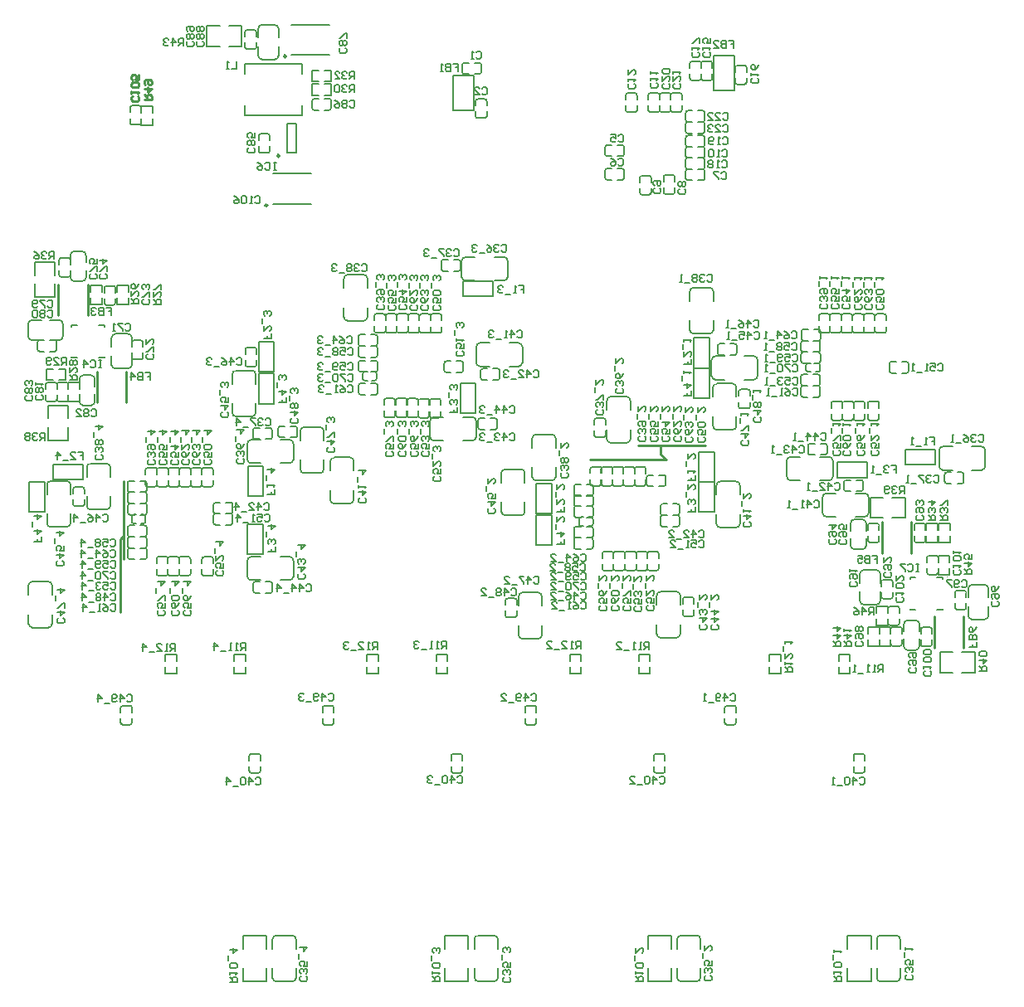
<source format=gbo>
G04*
G04 #@! TF.GenerationSoftware,Altium Limited,Altium Designer,21.1.1 (26)*
G04*
G04 Layer_Color=32896*
%FSLAX25Y25*%
%MOIN*%
G70*
G04*
G04 #@! TF.SameCoordinates,1DE770B5-5229-4C7E-BA00-58D6BC8AB395*
G04*
G04*
G04 #@! TF.FilePolarity,Positive*
G04*
G01*
G75*
%ADD10C,0.01000*%
%ADD11C,0.00984*%
%ADD13C,0.00787*%
%ADD14C,0.00600*%
%ADD218C,0.00394*%
D10*
X378306Y140301D02*
Y152899D01*
X366494Y140301D02*
Y152899D01*
X14795Y273701D02*
Y286299D01*
X26605Y273701D02*
Y286299D01*
X42105Y238701D02*
Y251299D01*
X30294Y238701D02*
Y251299D01*
X345495Y178101D02*
Y190699D01*
X357306Y178101D02*
Y190699D01*
X41000Y176000D02*
Y185300D01*
Y207100D01*
X39600Y183900D02*
X41000Y185300D01*
X39600Y154400D02*
Y183900D01*
X228300Y215800D02*
X258900D01*
X256800Y217900D02*
X258900Y215800D01*
X256800Y217900D02*
Y221200D01*
X247800Y221600D02*
X274800D01*
X49300Y360400D02*
X52299D01*
Y361899D01*
X51799Y362399D01*
X50800D01*
X50300Y361899D01*
Y360400D01*
Y361400D02*
X49300Y362399D01*
Y364898D02*
X52299D01*
X50800Y363399D01*
Y365398D01*
X49800Y366398D02*
X49300Y366898D01*
Y367898D01*
X49800Y368397D01*
X51799D01*
X52299Y367898D01*
Y366898D01*
X51799Y366398D01*
X51299D01*
X50800Y366898D01*
Y368397D01*
X46599Y361999D02*
X47099Y361500D01*
Y360500D01*
X46599Y360000D01*
X44600D01*
X44100Y360500D01*
Y361500D01*
X44600Y361999D01*
X44100Y362999D02*
Y363999D01*
Y363499D01*
X47099D01*
X46599Y362999D01*
Y365498D02*
X47099Y365998D01*
Y366998D01*
X46599Y367498D01*
X44600D01*
X44100Y366998D01*
Y365998D01*
X44600Y365498D01*
X46599D01*
X47099Y370497D02*
Y368497D01*
X45599D01*
X46099Y369497D01*
Y369997D01*
X45599Y370497D01*
X44600D01*
X44100Y369997D01*
Y368997D01*
X44600Y368497D01*
D11*
X103580Y337900D02*
G03*
X103580Y337900I-492J0D01*
G01*
X106272Y377894D02*
G03*
X106272Y377894I-492J0D01*
G01*
X98756Y318007D02*
G03*
X98756Y318007I-492J0D01*
G01*
D13*
X94364Y259972D02*
G03*
X93498Y260839I-866J0D01*
G01*
X90702D02*
G03*
X89836Y259972I0J-866D01*
G01*
X93498Y253161D02*
G03*
X94364Y254028I0J866D01*
G01*
X89836D02*
G03*
X90702Y253161I866J0D01*
G01*
X94024Y250097D02*
G03*
X92450Y251672I-1575J0D01*
G01*
X86150D02*
G03*
X84576Y250097I0J-1575D01*
G01*
Y234703D02*
G03*
X86150Y233128I1575J0D01*
G01*
X92450D02*
G03*
X94024Y234703I-0J1575D01*
G01*
X262984Y144229D02*
G03*
X264559Y145804I-0J1575D01*
G01*
X255110Y145804D02*
G03*
X256685Y144229I1575J-0D01*
G01*
Y162772D02*
G03*
X255110Y161198I0J-1575D01*
G01*
X264559D02*
G03*
X262984Y162772I-1575J0D01*
G01*
X386800Y151631D02*
G03*
X388375Y153206I0J1575D01*
G01*
X380225Y153206D02*
G03*
X381800Y151631I1575J0D01*
G01*
X381800Y165568D02*
G03*
X380225Y163994I0J-1575D01*
G01*
X388375Y163994D02*
G03*
X386800Y165568I-1575J-0D01*
G01*
X359035Y139257D02*
G03*
X360610Y140831I0J1575D01*
G01*
X354390Y140831D02*
G03*
X355965Y139257I1575J0D01*
G01*
X355965Y151343D02*
G03*
X354390Y149768I0J-1575D01*
G01*
X360610D02*
G03*
X359035Y151343I-1575J-0D01*
G01*
X230036Y225654D02*
G03*
X230902Y224788I866J0D01*
G01*
X233698D02*
G03*
X234564Y225654I0J866D01*
G01*
X230902Y232465D02*
G03*
X230036Y231599I0J-866D01*
G01*
X234564D02*
G03*
X233698Y232465I-866J0D01*
G01*
X183772Y370736D02*
G03*
X184639Y371602I0J866D01*
G01*
Y374398D02*
G03*
X183772Y375264I-866J0D01*
G01*
X176961Y371602D02*
G03*
X177828Y370736I866J0D01*
G01*
Y375264D02*
G03*
X176961Y374398I0J-866D01*
G01*
X182336Y353901D02*
G03*
X183202Y353035I866J0D01*
G01*
X185998D02*
G03*
X186864Y353901I0J866D01*
G01*
X183202Y360712D02*
G03*
X182336Y359846I0J-866D01*
G01*
X186864D02*
G03*
X185998Y360712I-866J0D01*
G01*
X242039Y341398D02*
G03*
X241172Y342264I-866J0D01*
G01*
Y337736D02*
G03*
X242039Y338602I0J866D01*
G01*
X235228Y342264D02*
G03*
X234361Y341398I0J-866D01*
G01*
Y338602D02*
G03*
X235228Y337736I866J0D01*
G01*
X242039Y331898D02*
G03*
X241172Y332764I-866J0D01*
G01*
Y328236D02*
G03*
X242039Y329102I0J866D01*
G01*
X235228Y332764D02*
G03*
X234361Y331898I0J-866D01*
G01*
Y329102D02*
G03*
X235228Y328236I866J0D01*
G01*
X266717Y328914D02*
G03*
X267583Y328048I866J0D01*
G01*
Y332576D02*
G03*
X266717Y331710I0J-866D01*
G01*
X273528Y328048D02*
G03*
X274394Y328914I0J866D01*
G01*
Y331710D02*
G03*
X273528Y332576I-866J0D01*
G01*
X258702Y330165D02*
G03*
X257836Y329299I0J-866D01*
G01*
X262364D02*
G03*
X261498Y330165I-866J0D01*
G01*
X257836Y323354D02*
G03*
X258702Y322488I866J0D01*
G01*
X261498D02*
G03*
X262364Y323354I0J866D01*
G01*
X249202Y329992D02*
G03*
X248336Y329126I0J-866D01*
G01*
X252864D02*
G03*
X251998Y329992I-866J0D01*
G01*
X248336Y323181D02*
G03*
X249202Y322315I866J0D01*
G01*
X251998D02*
G03*
X252864Y323181I0J866D01*
G01*
X266744Y337914D02*
G03*
X267610Y337048I866J0D01*
G01*
Y341576D02*
G03*
X266744Y340709I0J-866D01*
G01*
X273555Y337048D02*
G03*
X274421Y337914I0J866D01*
G01*
Y340709D02*
G03*
X273555Y341576I-866J0D01*
G01*
X255398Y355461D02*
G03*
X256264Y356328I0J866D01*
G01*
X251736D02*
G03*
X252602Y355461I866J0D01*
G01*
X256264Y362272D02*
G03*
X255398Y363139I-866J0D01*
G01*
X252602D02*
G03*
X251736Y362272I0J-866D01*
G01*
X246298Y355461D02*
G03*
X247164Y356328I0J866D01*
G01*
X242636D02*
G03*
X243502Y355461I866J0D01*
G01*
X247164Y362272D02*
G03*
X246298Y363139I-866J0D01*
G01*
X243502D02*
G03*
X242636Y362272I0J-866D01*
G01*
X272936Y369128D02*
G03*
X273802Y368261I866J0D01*
G01*
X276598D02*
G03*
X277464Y369128I0J866D01*
G01*
X273802Y375939D02*
G03*
X272936Y375072I0J-866D01*
G01*
X277464D02*
G03*
X276598Y375939I-866J0D01*
G01*
X291164Y373472D02*
G03*
X290298Y374339I-866J0D01*
G01*
X287502D02*
G03*
X286636Y373472I0J-866D01*
G01*
X290298Y366661D02*
G03*
X291164Y367528I0J866D01*
G01*
X286636D02*
G03*
X287502Y366661I866J0D01*
G01*
X268436Y369154D02*
G03*
X269302Y368288I866J0D01*
G01*
X272098D02*
G03*
X272964Y369154I0J866D01*
G01*
X269302Y375965D02*
G03*
X268436Y375099I0J-866D01*
G01*
X272964D02*
G03*
X272098Y375965I-866J0D01*
G01*
X266717Y333414D02*
G03*
X267583Y332548I866J0D01*
G01*
Y337076D02*
G03*
X266717Y336210I0J-866D01*
G01*
X273528Y332548D02*
G03*
X274394Y333414I0J866D01*
G01*
Y336210D02*
G03*
X273528Y337076I-866J0D01*
G01*
X266744Y342414D02*
G03*
X267610Y341548I866J0D01*
G01*
Y346076D02*
G03*
X266744Y345210I0J-866D01*
G01*
X273555Y341548D02*
G03*
X274421Y342414I0J866D01*
G01*
Y345209D02*
G03*
X273555Y346076I-866J0D01*
G01*
X259898Y355461D02*
G03*
X260764Y356328I0J866D01*
G01*
X256236D02*
G03*
X257102Y355461I866J0D01*
G01*
X260764Y362272D02*
G03*
X259898Y363139I-866J0D01*
G01*
X257102D02*
G03*
X256236Y362272I0J-866D01*
G01*
X264398Y355488D02*
G03*
X265264Y356354I0J866D01*
G01*
X260736D02*
G03*
X261602Y355488I866J0D01*
G01*
X265264Y362299D02*
G03*
X264398Y363165I-866J0D01*
G01*
X261602D02*
G03*
X260736Y362299I0J-866D01*
G01*
X266744Y352414D02*
G03*
X267610Y351548I866J0D01*
G01*
Y356076D02*
G03*
X266744Y355209I0J-866D01*
G01*
X273555Y351548D02*
G03*
X274421Y352414I0J866D01*
G01*
Y355209D02*
G03*
X273555Y356076I-866J0D01*
G01*
X266744Y347814D02*
G03*
X267610Y346948I866J0D01*
G01*
Y351476D02*
G03*
X266744Y350609I0J-866D01*
G01*
X273555Y346948D02*
G03*
X274421Y347814I0J866D01*
G01*
Y350609D02*
G03*
X273555Y351476I-866J0D01*
G01*
X343476Y7668D02*
G03*
X345051Y6094I1575J0D01*
G01*
X351350D02*
G03*
X352925Y7668I0J1575D01*
G01*
Y23062D02*
G03*
X351350Y24637I-1575J0D01*
G01*
X345051D02*
G03*
X343476Y23062I0J-1575D01*
G01*
X263276Y7668D02*
G03*
X264851Y6094I1575J0D01*
G01*
X271150D02*
G03*
X272725Y7668I0J1575D01*
G01*
Y23062D02*
G03*
X271150Y24637I-1575J0D01*
G01*
X264851D02*
G03*
X263276Y23062I0J-1575D01*
G01*
X181876Y7669D02*
G03*
X183451Y6095I1575J0D01*
G01*
X189750D02*
G03*
X191325Y7669I0J1575D01*
G01*
Y23063D02*
G03*
X189750Y24638I-1575J0D01*
G01*
X183451D02*
G03*
X181876Y23063I0J-1575D01*
G01*
X100776Y7669D02*
G03*
X102351Y6095I1575J0D01*
G01*
X108650D02*
G03*
X110225Y7669I0J1575D01*
G01*
Y23063D02*
G03*
X108650Y24638I-1575J0D01*
G01*
X102351D02*
G03*
X100776Y23063I0J-1575D01*
G01*
X387072Y219550D02*
G03*
X385497Y221124I-1575J-0D01*
G01*
Y211676D02*
G03*
X387072Y213250I0J1575D01*
G01*
X368528D02*
G03*
X370103Y211676I1575J0D01*
G01*
Y221124D02*
G03*
X368528Y219550I0J-1575D01*
G01*
X236650Y241106D02*
G03*
X235076Y239531I0J-1575D01*
G01*
X244524Y239531D02*
G03*
X242950Y241106I-1575J0D01*
G01*
Y222562D02*
G03*
X244524Y224137I0J1575D01*
G01*
X235076D02*
G03*
X236650Y222562I1575J0D01*
G01*
X195272Y295650D02*
G03*
X193697Y297224I-1575J-0D01*
G01*
Y287776D02*
G03*
X195272Y289350I0J1575D01*
G01*
X176728D02*
G03*
X178303Y287776I1575J0D01*
G01*
Y297224D02*
G03*
X176728Y295650I0J-1575D01*
G01*
X109172Y222250D02*
G03*
X107597Y223824I-1575J-0D01*
G01*
Y214376D02*
G03*
X109172Y215950I0J1575D01*
G01*
X90628D02*
G03*
X92203Y214376I1575J0D01*
G01*
Y223824D02*
G03*
X90628Y222250I0J-1575D01*
G01*
X371654Y210764D02*
G03*
X370788Y209898I0J-866D01*
G01*
Y207102D02*
G03*
X371654Y206236I866J0D01*
G01*
X378465Y209898D02*
G03*
X377599Y210764I-866J0D01*
G01*
Y206236D02*
G03*
X378465Y207102I0J866D01*
G01*
X169401Y296164D02*
G03*
X168535Y295298I0J-866D01*
G01*
Y292502D02*
G03*
X169401Y291636I866J0D01*
G01*
X176212Y295298D02*
G03*
X175346Y296164I-866J0D01*
G01*
Y291636D02*
G03*
X176212Y292502I0J866D01*
G01*
X93754Y228564D02*
G03*
X92888Y227698I0J-866D01*
G01*
Y224902D02*
G03*
X93754Y224036I866J0D01*
G01*
X100565Y227698D02*
G03*
X99699Y228564I-866J0D01*
G01*
Y224036D02*
G03*
X100565Y224902I0J866D01*
G01*
X268376Y268003D02*
G03*
X269950Y266428I1575J0D01*
G01*
X276250D02*
G03*
X277824Y268003I0J1575D01*
G01*
Y283397D02*
G03*
X276250Y284972I-1575J0D01*
G01*
X269950D02*
G03*
X268376Y283397I0J-1575D01*
G01*
X206650Y225972D02*
G03*
X205076Y224397I0J-1575D01*
G01*
X214524D02*
G03*
X212950Y225972I-1575J0D01*
G01*
Y207428D02*
G03*
X214524Y209003I0J1575D01*
G01*
X205076D02*
G03*
X206650Y207428I1575J0D01*
G01*
X34050Y195762D02*
G03*
X35624Y197337I-0J1575D01*
G01*
X26176D02*
G03*
X27750Y195762I1575J0D01*
G01*
Y214305D02*
G03*
X26176Y212731I0J-1575D01*
G01*
X35624D02*
G03*
X34050Y214305I-1575J0D01*
G01*
X321034Y274404D02*
G03*
X320168Y273538I0J-866D01*
G01*
X324695D02*
G03*
X323829Y274404I-866J0D01*
G01*
X320168Y267593D02*
G03*
X321034Y266727I866J0D01*
G01*
X323829D02*
G03*
X324695Y267593I0J866D01*
G01*
X229282Y213020D02*
G03*
X228416Y212154I0J-866D01*
G01*
X232944D02*
G03*
X232077Y213020I-866J0D01*
G01*
X228416Y206209D02*
G03*
X229282Y205343I866J0D01*
G01*
X232077D02*
G03*
X232944Y206209I0J866D01*
G01*
X142534Y274404D02*
G03*
X141668Y273538I0J-866D01*
G01*
X146195D02*
G03*
X145329Y274404I-866J0D01*
G01*
X141668Y267593D02*
G03*
X142534Y266727I866J0D01*
G01*
X145329D02*
G03*
X146195Y267593I0J866D01*
G01*
X50669Y212639D02*
G03*
X49802Y211772I0J-866D01*
G01*
X54330D02*
G03*
X53464Y212639I-866J0D01*
G01*
X49802Y205827D02*
G03*
X50669Y204961I866J0D01*
G01*
X53464D02*
G03*
X54330Y205827I0J866D01*
G01*
X338665Y96738D02*
G03*
X337798Y97604I-866J0D01*
G01*
X335003D02*
G03*
X334137Y96738I0J-866D01*
G01*
X337798Y89927D02*
G03*
X338665Y90793I0J866D01*
G01*
X334137D02*
G03*
X335003Y89927I866J0D01*
G01*
X258465Y96738D02*
G03*
X257598Y97604I-866J0D01*
G01*
X254803D02*
G03*
X253937Y96738I0J-866D01*
G01*
X257598Y89927D02*
G03*
X258465Y90793I0J866D01*
G01*
X253937D02*
G03*
X254803Y89927I866J0D01*
G01*
X177065Y96739D02*
G03*
X176198Y97605I-866J0D01*
G01*
X173403D02*
G03*
X172537Y96739I0J-866D01*
G01*
X176198Y89928D02*
G03*
X177065Y90794I0J866D01*
G01*
X172537D02*
G03*
X173403Y89928I866J0D01*
G01*
X95965Y96739D02*
G03*
X95098Y97605I-866J0D01*
G01*
X92303D02*
G03*
X91437Y96739I0J-866D01*
G01*
X95098Y89928D02*
G03*
X95965Y90794I0J866D01*
G01*
X91437D02*
G03*
X92303Y89928I866J0D01*
G01*
X286950Y188528D02*
G03*
X288524Y190103I-0J1575D01*
G01*
X279076D02*
G03*
X280650Y188528I1575J0D01*
G01*
Y207072D02*
G03*
X279076Y205497I0J-1575D01*
G01*
X288524D02*
G03*
X286950Y207072I-1575J0D01*
G01*
X123976Y199737D02*
G03*
X125550Y198162I1575J0D01*
G01*
X131850D02*
G03*
X133424Y199737I0J1575D01*
G01*
Y215131D02*
G03*
X131850Y216705I-1575J0D01*
G01*
X125550D02*
G03*
X123976Y215131I0J-1575D01*
G01*
X337146Y203136D02*
G03*
X338012Y204002I0J866D01*
G01*
Y206798D02*
G03*
X337146Y207664I-866J0D01*
G01*
X330335Y204002D02*
G03*
X331201Y203136I866J0D01*
G01*
Y207664D02*
G03*
X330335Y206798I0J-866D01*
G01*
X263401Y193504D02*
G03*
X264267Y194370I0J866D01*
G01*
Y197165D02*
G03*
X263401Y198031I-866J0D01*
G01*
X256590Y194370D02*
G03*
X257456Y193504I866J0D01*
G01*
Y198031D02*
G03*
X256590Y197165I0J-866D01*
G01*
X185221Y252364D02*
G03*
X184354Y251498I0J-866D01*
G01*
Y248702D02*
G03*
X185221Y247836I866J0D01*
G01*
X192032Y251498D02*
G03*
X191165Y252364I-866J0D01*
G01*
Y247836D02*
G03*
X192032Y248702I0J866D01*
G01*
X83891Y194156D02*
G03*
X84757Y195022I0J866D01*
G01*
Y197817D02*
G03*
X83891Y198683I-866J0D01*
G01*
X77080Y195022D02*
G03*
X77946Y194156I866J0D01*
G01*
Y198683D02*
G03*
X77080Y197817I0J-866D01*
G01*
X324297Y207476D02*
G03*
X325872Y209050I0J1575D01*
G01*
Y215350D02*
G03*
X324297Y216924I-1575J0D01*
G01*
X308903D02*
G03*
X307328Y215350I0J-1575D01*
G01*
Y209050D02*
G03*
X308903Y207476I1575J0D01*
G01*
X164029Y225016D02*
G03*
X165604Y223441I1575J0D01*
G01*
Y232890D02*
G03*
X164029Y231315I0J-1575D01*
G01*
X182572D02*
G03*
X180998Y232890I-1575J0D01*
G01*
Y223441D02*
G03*
X182572Y225016I0J1575D01*
G01*
X92203Y176824D02*
G03*
X90628Y175250I0J-1575D01*
G01*
Y168950D02*
G03*
X92203Y167376I1575J0D01*
G01*
X107597D02*
G03*
X109172Y168950I0J1575D01*
G01*
Y175250D02*
G03*
X107597Y176824I-1575J-0D01*
G01*
X316728Y222264D02*
G03*
X315861Y221398I0J-866D01*
G01*
Y218602D02*
G03*
X316728Y217736I866J0D01*
G01*
X323539Y221398D02*
G03*
X322672Y222264I-866J0D01*
G01*
Y217736D02*
G03*
X323539Y218602I0J866D01*
G01*
X270098Y159646D02*
G03*
X269232Y160513I-866J0D01*
G01*
X266437D02*
G03*
X265571Y159646I0J-866D01*
G01*
X269232Y152835D02*
G03*
X270098Y153702I0J866D01*
G01*
X265571D02*
G03*
X266437Y152835I866J0D01*
G01*
X184228Y232464D02*
G03*
X183361Y231598I0J-866D01*
G01*
Y228802D02*
G03*
X184228Y227936I866J0D01*
G01*
X191039Y231598D02*
G03*
X190172Y232464I-866J0D01*
G01*
Y227936D02*
G03*
X191039Y228802I0J866D01*
G01*
X99846Y162236D02*
G03*
X100712Y163102I0J866D01*
G01*
Y165898D02*
G03*
X99846Y166764I-866J0D01*
G01*
X93035Y163102D02*
G03*
X93901Y162236I866J0D01*
G01*
Y166764D02*
G03*
X93035Y165898I0J-866D01*
G01*
X194250Y211972D02*
G03*
X192676Y210397I0J-1575D01*
G01*
X202124D02*
G03*
X200550Y211972I-1575J0D01*
G01*
Y193428D02*
G03*
X202124Y195003I0J1575D01*
G01*
X192676D02*
G03*
X194250Y193428I1575J0D01*
G01*
X286372Y257836D02*
G03*
X287239Y258702I0J866D01*
G01*
Y261498D02*
G03*
X286372Y262364I-866J0D01*
G01*
X279561Y258702D02*
G03*
X280428Y257836I866J0D01*
G01*
Y262364D02*
G03*
X279561Y261498I0J-866D01*
G01*
X222728Y188964D02*
G03*
X221861Y188098I0J-866D01*
G01*
Y185302D02*
G03*
X222728Y184436I866J0D01*
G01*
X229539Y188098D02*
G03*
X228672Y188964I-866J0D01*
G01*
Y184436D02*
G03*
X229539Y185302I0J866D01*
G01*
X25164Y203946D02*
G03*
X24298Y204812I-866J0D01*
G01*
X21502D02*
G03*
X20636Y203946I0J-866D01*
G01*
X24298Y197135D02*
G03*
X25164Y198001I0J866D01*
G01*
X20636D02*
G03*
X21502Y197135I866J0D01*
G01*
X287124Y244797D02*
G03*
X285550Y246372I-1575J0D01*
G01*
X279250D02*
G03*
X277676Y244797I0J-1575D01*
G01*
Y229403D02*
G03*
X279250Y227828I1575J0D01*
G01*
X285550D02*
G03*
X287124Y229403I-0J1575D01*
G01*
X207450Y143828D02*
G03*
X209024Y145403I-0J1575D01*
G01*
X199576D02*
G03*
X201150Y143828I1575J0D01*
G01*
Y162372D02*
G03*
X199576Y160797I0J-1575D01*
G01*
X209024D02*
G03*
X207450Y162372I-1575J0D01*
G01*
X119783Y210362D02*
G03*
X121358Y211937I-0J1575D01*
G01*
X111909D02*
G03*
X113484Y210362I1575J0D01*
G01*
Y228906D02*
G03*
X111909Y227331I0J-1575D01*
G01*
X121358D02*
G03*
X119783Y228906I-1575J0D01*
G01*
X10650Y148328D02*
G03*
X12224Y149903I-0J1575D01*
G01*
X2776D02*
G03*
X4350Y148328I1575J0D01*
G01*
Y166872D02*
G03*
X2776Y165297I0J-1575D01*
G01*
X12224D02*
G03*
X10650Y166872I-1575J0D01*
G01*
X288036Y237228D02*
G03*
X288902Y236361I866J0D01*
G01*
X291698D02*
G03*
X292564Y237228I0J866D01*
G01*
X288902Y244039D02*
G03*
X288036Y243172I0J-866D01*
G01*
X292564D02*
G03*
X291698Y244039I-866J0D01*
G01*
X198884Y159184D02*
G03*
X198018Y160050I-866J0D01*
G01*
X195222D02*
G03*
X194356Y159184I0J-866D01*
G01*
X198018Y152373D02*
G03*
X198884Y153239I0J866D01*
G01*
X194356D02*
G03*
X195222Y152373I866J0D01*
G01*
X109872Y224736D02*
G03*
X110739Y225602I0J866D01*
G01*
Y228398D02*
G03*
X109872Y229264I-866J0D01*
G01*
X103061Y225602D02*
G03*
X103928Y224736I866J0D01*
G01*
Y229264D02*
G03*
X103061Y228398I0J-866D01*
G01*
X49418Y180266D02*
G03*
X50284Y181132I0J866D01*
G01*
Y183927D02*
G03*
X49418Y184793I-866J0D01*
G01*
X42607Y181132D02*
G03*
X43473Y180266I866J0D01*
G01*
Y184793D02*
G03*
X42607Y183927I0J-866D01*
G01*
X282437Y110193D02*
G03*
X283303Y109327I866J0D01*
G01*
X286098D02*
G03*
X286965Y110193I0J866D01*
G01*
X283303Y117004D02*
G03*
X282437Y116138I0J-866D01*
G01*
X286965D02*
G03*
X286098Y117004I-866J0D01*
G01*
X202237Y110193D02*
G03*
X203103Y109327I866J0D01*
G01*
X205898D02*
G03*
X206765Y110193I0J866D01*
G01*
X203103Y117004D02*
G03*
X202237Y116138I0J-866D01*
G01*
X206765D02*
G03*
X205898Y117004I-866J0D01*
G01*
X120837Y110194D02*
G03*
X121703Y109328I866J0D01*
G01*
X124498D02*
G03*
X125365Y110194I0J866D01*
G01*
X121703Y117005D02*
G03*
X120837Y116139I0J-866D01*
G01*
X125365D02*
G03*
X124498Y117005I-866J0D01*
G01*
X39737Y110194D02*
G03*
X40603Y109328I866J0D01*
G01*
X43398D02*
G03*
X44265Y110194I0J866D01*
G01*
X40603Y117005D02*
G03*
X39737Y116139I0J-866D01*
G01*
X44265D02*
G03*
X43398Y117005I-866J0D01*
G01*
X343603Y274373D02*
G03*
X342737Y273507I0J-866D01*
G01*
X347265D02*
G03*
X346398Y274373I-866J0D01*
G01*
X342737Y267562D02*
G03*
X343603Y266696I866J0D01*
G01*
X346398D02*
G03*
X347265Y267562I0J866D01*
G01*
X258765Y208798D02*
G03*
X257899Y209664I-866J0D01*
G01*
Y205136D02*
G03*
X258765Y206002I0J866D01*
G01*
X251954Y209664D02*
G03*
X251088Y208798I0J-866D01*
G01*
Y206002D02*
G03*
X251954Y205136I866J0D01*
G01*
X165103Y274373D02*
G03*
X164237Y273507I0J-866D01*
G01*
X168765D02*
G03*
X167898Y274373I-866J0D01*
G01*
X164237Y267562D02*
G03*
X165103Y266696I866J0D01*
G01*
X167898D02*
G03*
X168765Y267562I0J866D01*
G01*
X73238Y212608D02*
G03*
X72372Y211742I0J-866D01*
G01*
X76899D02*
G03*
X76033Y212608I-866J0D01*
G01*
X72372Y205797D02*
G03*
X73238Y204931I866J0D01*
G01*
X76033D02*
G03*
X76899Y205797I0J866D01*
G01*
X349454Y255164D02*
G03*
X348588Y254298I0J-866D01*
G01*
Y251502D02*
G03*
X349454Y250636I866J0D01*
G01*
X356265Y254298D02*
G03*
X355399Y255164I-866J0D01*
G01*
Y250636D02*
G03*
X356265Y251502I0J866D01*
G01*
X257428Y193461D02*
G03*
X256562Y192595I0J-866D01*
G01*
Y189800D02*
G03*
X257428Y188934I866J0D01*
G01*
X264239Y192595D02*
G03*
X263373Y193461I-866J0D01*
G01*
Y188934D02*
G03*
X264239Y189800I0J866D01*
G01*
X176549Y250862D02*
G03*
X177415Y251728I0J866D01*
G01*
Y254524D02*
G03*
X176549Y255390I-866J0D01*
G01*
X169738Y251728D02*
G03*
X170604Y250862I866J0D01*
G01*
Y255390D02*
G03*
X169738Y254524I0J-866D01*
G01*
X77929Y194202D02*
G03*
X77062Y193336I0J-866D01*
G01*
Y190541D02*
G03*
X77929Y189675I866J0D01*
G01*
X84740Y193336D02*
G03*
X83873Y194202I-866J0D01*
G01*
Y189675D02*
G03*
X84740Y190541I0J866D01*
G01*
X339857Y232515D02*
G03*
X340723Y231649I866J0D01*
G01*
X343519D02*
G03*
X344385Y232515I0J866D01*
G01*
X340723Y239327D02*
G03*
X339857Y238460I0J-866D01*
G01*
X344385D02*
G03*
X343519Y239327I-866J0D01*
G01*
X255886Y178059D02*
G03*
X255020Y178925I-866J0D01*
G01*
X252224D02*
G03*
X251358Y178059I0J-866D01*
G01*
X255020Y171247D02*
G03*
X255886Y172114I0J866D01*
G01*
X251358D02*
G03*
X252224Y171247I866J0D01*
G01*
X163802Y233543D02*
G03*
X164669Y232677I866J0D01*
G01*
X167464D02*
G03*
X168330Y233543I0J866D01*
G01*
X164669Y240354D02*
G03*
X163802Y239488I0J-866D01*
G01*
X168330D02*
G03*
X167464Y240354I-866J0D01*
G01*
X72406Y169918D02*
G03*
X73272Y169052I866J0D01*
G01*
X76067D02*
G03*
X76933Y169918I0J866D01*
G01*
X73272Y176729D02*
G03*
X72406Y175863I0J-866D01*
G01*
X76933D02*
G03*
X76067Y176729I-866J0D01*
G01*
X313928Y250064D02*
G03*
X313061Y249198I0J-866D01*
G01*
Y246402D02*
G03*
X313928Y245536I866J0D01*
G01*
X320739Y249198D02*
G03*
X319872Y250064I-866J0D01*
G01*
Y245536D02*
G03*
X320739Y246402I0J866D01*
G01*
X251386Y178059D02*
G03*
X250520Y178925I-866J0D01*
G01*
X247724D02*
G03*
X246858Y178059I0J-866D01*
G01*
X250520Y171247D02*
G03*
X251386Y172114I0J866D01*
G01*
X246858D02*
G03*
X247724Y171247I866J0D01*
G01*
X159302Y233543D02*
G03*
X160169Y232677I866J0D01*
G01*
X162964D02*
G03*
X163830Y233543I0J866D01*
G01*
X160169Y240354D02*
G03*
X159302Y239488I0J-866D01*
G01*
X163830D02*
G03*
X162964Y240354I-866J0D01*
G01*
X43428Y189364D02*
G03*
X42561Y188498I0J-866D01*
G01*
Y185702D02*
G03*
X43428Y184836I866J0D01*
G01*
X50239Y188498D02*
G03*
X49372Y189364I-866J0D01*
G01*
Y184836D02*
G03*
X50239Y185702I0J866D01*
G01*
X330068Y274412D02*
G03*
X329202Y273546I0J-866D01*
G01*
X333730D02*
G03*
X332864Y274412I-866J0D01*
G01*
X329202Y267601D02*
G03*
X330068Y266735I866J0D01*
G01*
X332864D02*
G03*
X333730Y267601I0J866D01*
G01*
X238002Y213012D02*
G03*
X237136Y212146I0J-866D01*
G01*
X241664D02*
G03*
X240798Y213012I-866J0D01*
G01*
X237136Y206201D02*
G03*
X238002Y205335I866J0D01*
G01*
X240798D02*
G03*
X241664Y206201I0J866D01*
G01*
X151568Y274412D02*
G03*
X150702Y273546I0J-866D01*
G01*
X155230D02*
G03*
X154364Y274412I-866J0D01*
G01*
X150702Y267601D02*
G03*
X151568Y266735I866J0D01*
G01*
X154364D02*
G03*
X155230Y267601I0J866D01*
G01*
X59703Y212646D02*
G03*
X58837Y211780I0J-866D01*
G01*
X63365D02*
G03*
X62498Y212646I-866J0D01*
G01*
X58837Y205835D02*
G03*
X59703Y204969I866J0D01*
G01*
X62498D02*
G03*
X63365Y205835I0J866D01*
G01*
X325569Y274412D02*
G03*
X324702Y273546I0J-866D01*
G01*
X329230D02*
G03*
X328364Y274412I-866J0D01*
G01*
X324702Y267601D02*
G03*
X325569Y266735I866J0D01*
G01*
X328364D02*
G03*
X329230Y267601I0J866D01*
G01*
X233653Y213020D02*
G03*
X232787Y212154I0J-866D01*
G01*
X237314D02*
G03*
X236448Y213020I-866J0D01*
G01*
X232787Y206209D02*
G03*
X233653Y205343I866J0D01*
G01*
X236448D02*
G03*
X237314Y206209I0J866D01*
G01*
X147069Y274412D02*
G03*
X146202Y273546I0J-866D01*
G01*
X150730D02*
G03*
X149864Y274412I-866J0D01*
G01*
X146202Y267601D02*
G03*
X147069Y266735I866J0D01*
G01*
X149864D02*
G03*
X150730Y267601I0J866D01*
G01*
X55203Y212646D02*
G03*
X54337Y211780I0J-866D01*
G01*
X58865D02*
G03*
X57998Y212646I-866J0D01*
G01*
X54337Y205835D02*
G03*
X55203Y204969I866J0D01*
G01*
X57998D02*
G03*
X58865Y205835I0J866D01*
G01*
X338698Y238384D02*
G03*
X337832Y239250I-866J0D01*
G01*
X335037D02*
G03*
X334171Y238384I0J-866D01*
G01*
X337832Y231573D02*
G03*
X338698Y232439I0J866D01*
G01*
X334171D02*
G03*
X335037Y231573I866J0D01*
G01*
X237738Y178036D02*
G03*
X236872Y178902I-866J0D01*
G01*
X234076D02*
G03*
X233210Y178036I0J-866D01*
G01*
X236872Y171225D02*
G03*
X237738Y172091I0J866D01*
G01*
X233210D02*
G03*
X234076Y171225I866J0D01*
G01*
X159240Y239525D02*
G03*
X158374Y240391I-866J0D01*
G01*
X155578D02*
G03*
X154712Y239525I0J-866D01*
G01*
X158374Y232714D02*
G03*
X159240Y233580I0J866D01*
G01*
X154712D02*
G03*
X155578Y232714I866J0D01*
G01*
X63286Y170028D02*
G03*
X64152Y169162I866J0D01*
G01*
X66947D02*
G03*
X67813Y170028I0J866D01*
G01*
X64152Y176839D02*
G03*
X63286Y175973I0J-866D01*
G01*
X67813D02*
G03*
X66947Y176839I-866J0D01*
G01*
X325136Y232528D02*
G03*
X326002Y231661I866J0D01*
G01*
X328798D02*
G03*
X329664Y232528I0J866D01*
G01*
X326002Y239339D02*
G03*
X325136Y238472I0J-866D01*
G01*
X329664D02*
G03*
X328798Y239339I-866J0D01*
G01*
X242336Y172101D02*
G03*
X243202Y171235I866J0D01*
G01*
X245998D02*
G03*
X246864Y172101I0J866D01*
G01*
X243202Y178912D02*
G03*
X242336Y178046I0J-866D01*
G01*
X246864D02*
G03*
X245998Y178912I-866J0D01*
G01*
X145505Y233580D02*
G03*
X146371Y232714I866J0D01*
G01*
X149166D02*
G03*
X150032Y233580I0J866D01*
G01*
X146371Y240391D02*
G03*
X145505Y239525I0J-866D01*
G01*
X150032D02*
G03*
X149166Y240391I-866J0D01*
G01*
X58706Y175963D02*
G03*
X57840Y176829I-866J0D01*
G01*
X55045D02*
G03*
X54179Y175963I0J-866D01*
G01*
X57840Y169152D02*
G03*
X58706Y170018I0J866D01*
G01*
X54179D02*
G03*
X55045Y169152I866J0D01*
G01*
X319912Y259131D02*
G03*
X320778Y259998I0J866D01*
G01*
Y262793D02*
G03*
X319912Y263659I-866J0D01*
G01*
X313101Y259998D02*
G03*
X313967Y259131I866J0D01*
G01*
Y263659D02*
G03*
X313101Y262793I0J-866D01*
G01*
X228672Y197036D02*
G03*
X229539Y197902I0J866D01*
G01*
Y200698D02*
G03*
X228672Y201564I-866J0D01*
G01*
X221861Y197902D02*
G03*
X222728Y197036I866J0D01*
G01*
Y201564D02*
G03*
X221861Y200698I0J-866D01*
G01*
X136132Y261514D02*
G03*
X135266Y260647I0J-866D01*
G01*
Y257852D02*
G03*
X136132Y256986I866J0D01*
G01*
X142943Y260647D02*
G03*
X142077Y261514I-866J0D01*
G01*
Y256986D02*
G03*
X142943Y257852I0J866D01*
G01*
X43385Y207298D02*
G03*
X42519Y206432I0J-866D01*
G01*
Y203637D02*
G03*
X43385Y202771I866J0D01*
G01*
X50196Y206432D02*
G03*
X49330Y207298I-866J0D01*
G01*
Y202771D02*
G03*
X50196Y203637I0J866D01*
G01*
X319937Y254545D02*
G03*
X320804Y255411I0J866D01*
G01*
Y258206D02*
G03*
X319937Y259072I-866J0D01*
G01*
X313126Y255411D02*
G03*
X313993Y254545I866J0D01*
G01*
Y259072D02*
G03*
X313126Y258206I0J-866D01*
G01*
X228680Y192667D02*
G03*
X229546Y193533I0J866D01*
G01*
Y196329D02*
G03*
X228680Y197195I-866J0D01*
G01*
X221869Y193533D02*
G03*
X222735Y192667I866J0D01*
G01*
Y197195D02*
G03*
X221869Y196329I0J-866D01*
G01*
X142139Y251066D02*
G03*
X143006Y251932I0J866D01*
G01*
Y254727D02*
G03*
X142139Y255593I-866J0D01*
G01*
X135328Y251932D02*
G03*
X136195Y251066I866J0D01*
G01*
Y255593D02*
G03*
X135328Y254727I0J-866D01*
G01*
X43528Y198207D02*
G03*
X42661Y197341I0J-866D01*
G01*
Y194545D02*
G03*
X43528Y193679I866J0D01*
G01*
X50339Y197341D02*
G03*
X49472Y198207I-866J0D01*
G01*
Y193679D02*
G03*
X50339Y194545I0J866D01*
G01*
X334164Y238446D02*
G03*
X333298Y239312I-866J0D01*
G01*
X330502D02*
G03*
X329636Y238446I0J-866D01*
G01*
X333298Y231635D02*
G03*
X334164Y232501I0J866D01*
G01*
X329636D02*
G03*
X330502Y231635I866J0D01*
G01*
X237743Y172098D02*
G03*
X238610Y171232I866J0D01*
G01*
X241405D02*
G03*
X242271Y172098I0J866D01*
G01*
X238610Y178909D02*
G03*
X237743Y178043I0J-866D01*
G01*
X242271D02*
G03*
X241405Y178909I-866J0D01*
G01*
X150399Y233626D02*
G03*
X151266Y232760I866J0D01*
G01*
X154061D02*
G03*
X154927Y233626I0J866D01*
G01*
X151265Y240437D02*
G03*
X150399Y239571I0J-866D01*
G01*
X154927D02*
G03*
X154061Y240437I-866J0D01*
G01*
X63280Y175958D02*
G03*
X62414Y176824I-866J0D01*
G01*
X59619D02*
G03*
X58753Y175958I0J-866D01*
G01*
X62414Y169147D02*
G03*
X63280Y170013I0J866D01*
G01*
X58753D02*
G03*
X59619Y169147I866J0D01*
G01*
X313902Y245545D02*
G03*
X313035Y244679I0J-866D01*
G01*
Y241883D02*
G03*
X313902Y241017I866J0D01*
G01*
X320713Y244679D02*
G03*
X319847Y245545I-866J0D01*
G01*
Y241017D02*
G03*
X320713Y241883I0J866D01*
G01*
X222682Y184450D02*
G03*
X221816Y183583I0J-866D01*
G01*
Y180788D02*
G03*
X222682Y179922I866J0D01*
G01*
X229493Y183583D02*
G03*
X228627Y184450I-866J0D01*
G01*
Y179922D02*
G03*
X229493Y180788I0J866D01*
G01*
X136228Y246464D02*
G03*
X135361Y245598I0J-866D01*
G01*
Y242802D02*
G03*
X136228Y241936I866J0D01*
G01*
X143039Y245598D02*
G03*
X142172Y246464I-866J0D01*
G01*
Y241936D02*
G03*
X143039Y242802I0J866D01*
G01*
X43507Y180354D02*
G03*
X42640Y179488I0J-866D01*
G01*
Y176692D02*
G03*
X43507Y175826I866J0D01*
G01*
X50318Y179488D02*
G03*
X49451Y180354I-866J0D01*
G01*
Y175826D02*
G03*
X50318Y176692I0J866D01*
G01*
X334603Y274373D02*
G03*
X333737Y273507I0J-866D01*
G01*
X338265D02*
G03*
X337398Y274373I-866J0D01*
G01*
X333737Y267562D02*
G03*
X334603Y266696I866J0D01*
G01*
X337398D02*
G03*
X338265Y267562I0J866D01*
G01*
X242537Y212973D02*
G03*
X241671Y212107I0J-866D01*
G01*
X246198D02*
G03*
X245332Y212973I-866J0D01*
G01*
X241671Y206162D02*
G03*
X242537Y205296I866J0D01*
G01*
X245332D02*
G03*
X246198Y206162I0J866D01*
G01*
X156103Y274373D02*
G03*
X155237Y273507I0J-866D01*
G01*
X159765D02*
G03*
X158898Y274373I-866J0D01*
G01*
X155237Y267562D02*
G03*
X156103Y266696I866J0D01*
G01*
X158898D02*
G03*
X159765Y267562I0J866D01*
G01*
X64238Y212608D02*
G03*
X63372Y211742I0J-866D01*
G01*
X67899D02*
G03*
X67033Y212608I-866J0D01*
G01*
X63372Y205797D02*
G03*
X64238Y204931I866J0D01*
G01*
X67033D02*
G03*
X67899Y205797I0J866D01*
G01*
X339103Y274373D02*
G03*
X338237Y273507I0J-866D01*
G01*
X342765D02*
G03*
X341898Y274373I-866J0D01*
G01*
X338237Y267562D02*
G03*
X339103Y266696I866J0D01*
G01*
X341898D02*
G03*
X342765Y267562I0J866D01*
G01*
X247037Y212973D02*
G03*
X246171Y212107I0J-866D01*
G01*
X250698D02*
G03*
X249832Y212973I-866J0D01*
G01*
X246171Y206162D02*
G03*
X247037Y205296I866J0D01*
G01*
X249832D02*
G03*
X250698Y206162I0J866D01*
G01*
X160603Y274373D02*
G03*
X159737Y273507I0J-866D01*
G01*
X164265D02*
G03*
X163398Y274373I-866J0D01*
G01*
X159737Y267562D02*
G03*
X160603Y266696I866J0D01*
G01*
X163398D02*
G03*
X164265Y267562I0J866D01*
G01*
X68738Y212608D02*
G03*
X67872Y211742I0J-866D01*
G01*
X72399D02*
G03*
X71533Y212608I-866J0D01*
G01*
X67872Y205797D02*
G03*
X68738Y204931I866J0D01*
G01*
X71533D02*
G03*
X72399Y205797I0J866D01*
G01*
X319999Y263631D02*
G03*
X320865Y264497I0J866D01*
G01*
Y267293D02*
G03*
X319999Y268159I-866J0D01*
G01*
X313188Y264497D02*
G03*
X314054Y263631I866J0D01*
G01*
Y268159D02*
G03*
X313188Y267293I0J-866D01*
G01*
X228688Y201339D02*
G03*
X229554Y202205I0J866D01*
G01*
Y205000D02*
G03*
X228688Y205866I-866J0D01*
G01*
X221877Y202205D02*
G03*
X222743Y201339I866J0D01*
G01*
Y205866D02*
G03*
X221877Y205000I0J-866D01*
G01*
X136100Y266043D02*
G03*
X135234Y265177I0J-866D01*
G01*
Y262382D02*
G03*
X136100Y261516I866J0D01*
G01*
X142912Y265177D02*
G03*
X142045Y266043I-866J0D01*
G01*
Y261516D02*
G03*
X142912Y262382I0J866D01*
G01*
X43447Y202758D02*
G03*
X42581Y201892I0J-866D01*
G01*
Y199097D02*
G03*
X43447Y198230I866J0D01*
G01*
X50258Y201892D02*
G03*
X49392Y202758I-866J0D01*
G01*
Y198230D02*
G03*
X50258Y199097I0J866D01*
G01*
X315099Y251903D02*
G03*
X315965Y251037I866J0D01*
G01*
Y254580D02*
G03*
X315099Y253714I0J-866D01*
G01*
X319863Y251037D02*
G03*
X320729Y251903I0J866D01*
G01*
Y253714D02*
G03*
X319863Y254580I-866J0D01*
G01*
X223842Y190025D02*
G03*
X224708Y189159I866J0D01*
G01*
Y192703D02*
G03*
X223842Y191837I0J-866D01*
G01*
X228605Y189159D02*
G03*
X229471Y190025I0J866D01*
G01*
Y191837D02*
G03*
X228605Y192703I-866J0D01*
G01*
X136960Y248437D02*
G03*
X137826Y247571I866J0D01*
G01*
Y251114D02*
G03*
X136960Y250248I0J-866D01*
G01*
X141724Y247571D02*
G03*
X142590Y248437I0J866D01*
G01*
Y250248D02*
G03*
X141724Y251114I-866J0D01*
G01*
X49780Y192844D02*
G03*
X48914Y193710I-866J0D01*
G01*
Y190167D02*
G03*
X49780Y191033I0J866D01*
G01*
X45017Y193710D02*
G03*
X44151Y192844I0J-866D01*
G01*
Y191033D02*
G03*
X45017Y190167I866J0D01*
G01*
X44275Y264794D02*
G03*
X42700Y266369I-1575J-0D01*
G01*
X37700Y266369D02*
G03*
X36125Y264794I0J-1575D01*
G01*
X36125Y254006D02*
G03*
X37700Y252432I1575J0D01*
G01*
X42700Y252432D02*
G03*
X44275Y254006I0J1575D01*
G01*
X45102Y263712D02*
G03*
X44236Y262846I0J-866D01*
G01*
X48764D02*
G03*
X47898Y263712I-866J0D01*
G01*
X44236Y256901D02*
G03*
X45102Y256035I866J0D01*
G01*
X47898D02*
G03*
X48764Y256901I0J866D01*
G01*
X36798Y277992D02*
G03*
X37664Y278858I0J866D01*
G01*
X33136D02*
G03*
X34002Y277992I866J0D01*
G01*
X37664Y284803D02*
G03*
X36798Y285669I-866J0D01*
G01*
X34002D02*
G03*
X33136Y284803I0J-866D01*
G01*
X24235Y287457D02*
G03*
X25810Y289032I0J1575D01*
G01*
X19590Y289032D02*
G03*
X21165Y287457I1575J0D01*
G01*
X21165Y299543D02*
G03*
X19590Y297969I0J-1575D01*
G01*
X25810D02*
G03*
X24235Y299543I-1575J-0D01*
G01*
X15902Y296939D02*
G03*
X15036Y296072I0J-866D01*
G01*
X19564D02*
G03*
X18698Y296939I-866J0D01*
G01*
X15036Y290128D02*
G03*
X15902Y289261I866J0D01*
G01*
X18698D02*
G03*
X19564Y290128I0J866D01*
G01*
X14994Y263825D02*
G03*
X16568Y265400I-0J1575D01*
G01*
X16568Y270400D02*
G03*
X14994Y271975I-1575J0D01*
G01*
X4206Y271975D02*
G03*
X2631Y270400I0J-1575D01*
G01*
X2631Y265400D02*
G03*
X4206Y263825I1575J0D01*
G01*
X14039Y262998D02*
G03*
X13172Y263864I-866J0D01*
G01*
Y259336D02*
G03*
X14039Y260202I0J866D01*
G01*
X7228Y263864D02*
G03*
X6361Y262998I0J-866D01*
G01*
Y260202D02*
G03*
X7228Y259336I866J0D01*
G01*
X17798Y239161D02*
G03*
X18664Y240028I0J866D01*
G01*
X14136D02*
G03*
X15002Y239161I866J0D01*
G01*
X18664Y245972D02*
G03*
X17798Y246839I-866J0D01*
G01*
X15002D02*
G03*
X14136Y245972I0J-866D01*
G01*
X27835Y237657D02*
G03*
X29410Y239231I0J1575D01*
G01*
X23190Y239231D02*
G03*
X24765Y237657I1575J0D01*
G01*
X24765Y249743D02*
G03*
X23190Y248168I0J-1575D01*
G01*
X29410D02*
G03*
X27835Y249743I-1575J-0D01*
G01*
X13298Y239161D02*
G03*
X14164Y240028I0J866D01*
G01*
X9636D02*
G03*
X10502Y239161I866J0D01*
G01*
X14164Y245972D02*
G03*
X13298Y246839I-866J0D01*
G01*
X10502D02*
G03*
X9636Y245972I0J-866D01*
G01*
X98798Y339061D02*
G03*
X99664Y339928I0J866D01*
G01*
X95136D02*
G03*
X96002Y339061I866J0D01*
G01*
X99664Y345872D02*
G03*
X98798Y346739I-866J0D01*
G01*
X96002D02*
G03*
X95136Y345872I0J-866D01*
G01*
X117530Y360850D02*
G03*
X116664Y359984I0J-866D01*
G01*
Y357189D02*
G03*
X117530Y356323I866J0D01*
G01*
X124341Y359984D02*
G03*
X123475Y360850I-866J0D01*
G01*
Y356323D02*
G03*
X124341Y357189I0J866D01*
G01*
X95039Y378213D02*
G03*
X96613Y376638I1575J0D01*
G01*
X101613Y376638D02*
G03*
X103188Y378213I0J1575D01*
G01*
X103188Y389000D02*
G03*
X101613Y390575I-1575J0D01*
G01*
X96613Y390575D02*
G03*
X95039Y389000I0J-1575D01*
G01*
X94264Y387572D02*
G03*
X93398Y388439I-866J0D01*
G01*
X90602D02*
G03*
X89736Y387572I0J-866D01*
G01*
X93398Y380761D02*
G03*
X94264Y381628I0J866D01*
G01*
X89736D02*
G03*
X90602Y380761I866J0D01*
G01*
X338300Y171468D02*
G03*
X336725Y169894I0J-1575D01*
G01*
X344875Y169894D02*
G03*
X343300Y171468I-1575J0D01*
G01*
X343300Y157531D02*
G03*
X344875Y159106I0J1575D01*
G01*
X336725Y159106D02*
G03*
X338300Y157531I1575J0D01*
G01*
X348998Y159961D02*
G03*
X349864Y160828I0J866D01*
G01*
X345336D02*
G03*
X346202Y159961I866J0D01*
G01*
X349864Y166772D02*
G03*
X348998Y167639I-866J0D01*
G01*
X346202D02*
G03*
X345336Y166772I0J-866D01*
G01*
X359402Y190239D02*
G03*
X358536Y189372I0J-866D01*
G01*
X363064D02*
G03*
X362198Y190239I-866J0D01*
G01*
X358536Y183428D02*
G03*
X359402Y182561I866J0D01*
G01*
X362198D02*
G03*
X363064Y183428I0J866D01*
G01*
X332990Y181300D02*
G03*
X334565Y179725I1575J0D01*
G01*
X337635D02*
G03*
X339210Y181300I0J1575D01*
G01*
X339210Y190237D02*
G03*
X337635Y191812I-1575J-0D01*
G01*
X334565Y191812D02*
G03*
X332990Y190237I0J-1575D01*
G01*
X340802Y190239D02*
G03*
X339936Y189372I0J-866D01*
G01*
X344464D02*
G03*
X343598Y190239I-866J0D01*
G01*
X339936Y183428D02*
G03*
X340802Y182561I866J0D01*
G01*
X343598D02*
G03*
X344464Y183428I0J866D01*
G01*
X375802Y163239D02*
G03*
X374936Y162372I0J-866D01*
G01*
X379464D02*
G03*
X378598Y163239I-866J0D01*
G01*
X374936Y156428D02*
G03*
X375802Y155561I866J0D01*
G01*
X378598D02*
G03*
X379464Y156428I0J866D01*
G01*
X352768Y140898D02*
G03*
X353635Y141765I0J866D01*
G01*
X349107D02*
G03*
X349973Y140898I866J0D01*
G01*
X353635Y147709D02*
G03*
X352768Y148576I-866J0D01*
G01*
X349973D02*
G03*
X349107Y147709I0J-866D01*
G01*
X364798Y140761D02*
G03*
X365664Y141628I0J866D01*
G01*
X361136D02*
G03*
X362002Y140761I866J0D01*
G01*
X365664Y147572D02*
G03*
X364798Y148439I-866J0D01*
G01*
X362002D02*
G03*
X361136Y147572I0J-866D01*
G01*
X364502Y177339D02*
G03*
X363636Y176472I0J-866D01*
G01*
X368164D02*
G03*
X367298Y177339I-866J0D01*
G01*
X363636Y170528D02*
G03*
X364502Y169661I866J0D01*
G01*
X367298D02*
G03*
X368164Y170528I0J866D01*
G01*
X351698Y149288D02*
G03*
X352564Y150154I0J866D01*
G01*
X348036D02*
G03*
X348902Y149288I866J0D01*
G01*
X352564Y156099D02*
G03*
X351698Y156965I-866J0D01*
G01*
X348902D02*
G03*
X348036Y156099I0J-866D01*
G01*
X43536Y351228D02*
G03*
X44402Y350361I866J0D01*
G01*
X47198D02*
G03*
X48064Y351228I0J866D01*
G01*
X44402Y358039D02*
G03*
X43536Y357172I0J-866D01*
G01*
X48064D02*
G03*
X47198Y358039I-866J0D01*
G01*
X18050Y188728D02*
G03*
X19624Y190303I-0J1575D01*
G01*
X10176D02*
G03*
X11750Y188728I1575J0D01*
G01*
Y207272D02*
G03*
X10176Y205697I0J-1575D01*
G01*
X19624D02*
G03*
X18050Y207272I-1575J0D01*
G01*
X201138Y261150D02*
G03*
X199563Y262724I-1575J-0D01*
G01*
Y253276D02*
G03*
X201138Y254850I0J1575D01*
G01*
X182595D02*
G03*
X184169Y253276I1575J0D01*
G01*
Y262724D02*
G03*
X182595Y261150I0J-1575D01*
G01*
X131017Y290172D02*
G03*
X129442Y288597I0J-1575D01*
G01*
X138891D02*
G03*
X137316Y290172I-1575J0D01*
G01*
Y271628D02*
G03*
X138891Y273203I0J1575D01*
G01*
X129442D02*
G03*
X131017Y271628I1575J0D01*
G01*
X321694Y194450D02*
G03*
X323269Y192876I1575J0D01*
G01*
Y202324D02*
G03*
X321694Y200750I0J-1575D01*
G01*
X340238D02*
G03*
X338663Y202324I-1575J0D01*
G01*
Y192876D02*
G03*
X340238Y194450I0J1575D01*
G01*
X278703Y257424D02*
G03*
X277128Y255850I0J-1575D01*
G01*
Y249550D02*
G03*
X278703Y247976I1575J0D01*
G01*
X294097D02*
G03*
X295672Y249550I0J1575D01*
G01*
Y255850D02*
G03*
X294097Y257424I-1575J-0D01*
G01*
X95190Y251257D02*
X101410D01*
X95190D02*
Y263343D01*
X101410D01*
Y251257D02*
Y263343D01*
X90702Y260839D02*
X93498D01*
X94364Y258181D02*
Y259953D01*
X89836Y258181D02*
Y259953D01*
X94364Y254047D02*
Y255819D01*
X89836Y254047D02*
Y255819D01*
X90702Y253161D02*
X93498D01*
X95190Y250443D02*
X101410D01*
Y238357D02*
Y250443D01*
X95190Y238357D02*
X101410D01*
X95190D02*
Y250443D01*
X84576Y234703D02*
Y238463D01*
Y246337D02*
Y250097D01*
X94024Y246337D02*
Y250097D01*
Y234703D02*
Y238463D01*
X86150Y251672D02*
X92450D01*
X86150Y233128D02*
X92450D01*
X110174Y339081D02*
Y350892D01*
X106631Y339081D02*
Y350892D01*
X110174D01*
X106631Y339081D02*
X110174D01*
X369994Y168004D02*
Y168595D01*
Y155405D02*
Y155996D01*
X356805Y168004D02*
Y168595D01*
Y155405D02*
Y155996D01*
X367790Y168595D02*
X369994D01*
X356805D02*
X359010D01*
X367790Y155405D02*
X369994D01*
X356805D02*
X359010D01*
X89488Y354350D02*
X112717D01*
X89488Y374823D02*
X112717D01*
X89488Y354350D02*
Y358287D01*
X112717Y354350D02*
Y358287D01*
X89488Y370886D02*
Y374823D01*
X112717Y370886D02*
Y374823D01*
X108339Y390689D02*
X123693D01*
X108339Y378484D02*
X123693D01*
X100823Y318598D02*
X116177D01*
X100823Y330802D02*
X116177D01*
X98425Y6094D02*
Y11428D01*
X88976Y24637D02*
X98425D01*
X88976Y6094D02*
X98425D01*
X88976D02*
Y11428D01*
Y19302D02*
Y24637D01*
X98425Y19302D02*
Y24637D01*
X256685Y144229D02*
X262984D01*
X256685Y162772D02*
X262984D01*
X264559Y145804D02*
Y149564D01*
Y157438D02*
Y161198D01*
X255110Y157438D02*
Y161198D01*
Y145804D02*
Y149564D01*
X18675Y223632D02*
Y228828D01*
Y232372D02*
Y237568D01*
X10525Y232372D02*
Y237568D01*
Y223632D02*
Y228828D01*
Y223632D02*
X18675D01*
X10525Y237568D02*
X18675D01*
X278025Y364228D02*
Y378165D01*
Y364228D02*
X286175D01*
X278025Y378165D02*
X286175D01*
Y364228D02*
Y378165D01*
X381800Y151631D02*
X386800D01*
X380225Y153206D02*
Y156828D01*
X381800Y165568D02*
X386800D01*
X380225Y160372D02*
Y163994D01*
X388375Y160372D02*
Y163994D01*
Y153206D02*
Y156828D01*
X2990Y194757D02*
Y206843D01*
Y194757D02*
X9210D01*
Y206843D01*
X2990D02*
X9210D01*
X360610Y146875D02*
Y149768D01*
X355965Y139257D02*
X359035D01*
X355965Y151343D02*
X359035D01*
X360610Y140831D02*
Y143725D01*
X354390Y140831D02*
Y143725D01*
X354390Y146875D02*
Y149768D01*
X230902Y224788D02*
X233698D01*
X230036Y225674D02*
Y227446D01*
X234564Y225674D02*
Y227446D01*
X230036Y229808D02*
Y231579D01*
X234564Y229808D02*
Y231579D01*
X230902Y232465D02*
X233698D01*
X184639Y371602D02*
Y374398D01*
X181981Y370736D02*
X183753D01*
X181981Y375264D02*
X183753D01*
X177847Y370736D02*
X179619D01*
X177847Y375264D02*
X179619D01*
X176961Y371602D02*
Y374398D01*
X183202Y353035D02*
X185998D01*
X182336Y353921D02*
Y355692D01*
X186864Y353921D02*
Y355692D01*
X182336Y358054D02*
Y359826D01*
X186864Y358054D02*
Y359826D01*
X183202Y360712D02*
X185998D01*
X242039Y338602D02*
Y341398D01*
X239381Y342264D02*
X241153D01*
X239381Y337736D02*
X241153D01*
X235247Y342264D02*
X237019D01*
X235247Y337736D02*
X237019D01*
X234361Y338602D02*
Y341398D01*
X242039Y329102D02*
Y331898D01*
X239381Y332764D02*
X241153D01*
X239381Y328236D02*
X241153D01*
X235247Y332764D02*
X237019D01*
X235247Y328236D02*
X237019D01*
X234361Y329102D02*
Y331898D01*
X266717Y328914D02*
Y331710D01*
X267603Y328048D02*
X269375D01*
X267603Y332576D02*
X269375D01*
X271737Y328048D02*
X273509D01*
X271737Y332576D02*
X273509D01*
X274394Y328914D02*
Y331710D01*
X258702Y330165D02*
X261498D01*
X257836Y327508D02*
Y329279D01*
X262364Y327508D02*
Y329279D01*
X257836Y323374D02*
Y325146D01*
X262364Y323374D02*
Y325146D01*
X258702Y322488D02*
X261498D01*
X249202Y329992D02*
X251998D01*
X248336Y327335D02*
Y329106D01*
X252864Y327335D02*
Y329106D01*
X248336Y323201D02*
Y324972D01*
X252864Y323201D02*
Y324972D01*
X249202Y322315D02*
X251998D01*
X266744Y337914D02*
Y340709D01*
X267630Y337048D02*
X269402D01*
X267630Y341576D02*
X269402D01*
X271764Y337048D02*
X273535D01*
X271764Y341576D02*
X273535D01*
X274421Y337914D02*
Y340709D01*
X252602Y355461D02*
X255398D01*
X256264Y356347D02*
Y358119D01*
X251736Y356347D02*
Y358119D01*
X256264Y360481D02*
Y362253D01*
X251736Y360481D02*
Y362253D01*
X252602Y363139D02*
X255398D01*
X243502Y355461D02*
X246298D01*
X247164Y356347D02*
Y358119D01*
X242636Y356347D02*
Y358119D01*
X247164Y360481D02*
Y362253D01*
X242636Y360481D02*
Y362253D01*
X243502Y363139D02*
X246298D01*
X273802Y368261D02*
X276598D01*
X272936Y369147D02*
Y370919D01*
X277464Y369147D02*
Y370919D01*
X272936Y373281D02*
Y375053D01*
X277464Y373281D02*
Y375053D01*
X273802Y375939D02*
X276598D01*
X287502Y374339D02*
X290298D01*
X291164Y371681D02*
Y373453D01*
X286636Y371681D02*
Y373453D01*
X291164Y367547D02*
Y369319D01*
X286636Y367547D02*
Y369319D01*
X287502Y366661D02*
X290298D01*
X269302Y368288D02*
X272098D01*
X268436Y369174D02*
Y370946D01*
X272964Y369174D02*
Y370946D01*
X268436Y373308D02*
Y375079D01*
X272964Y373308D02*
Y375079D01*
X269302Y375965D02*
X272098D01*
X266717Y333414D02*
Y336210D01*
X267603Y332548D02*
X269375D01*
X267603Y337076D02*
X269375D01*
X271737Y332548D02*
X273509D01*
X271737Y337076D02*
X273509D01*
X274394Y333414D02*
Y336210D01*
X266744Y342414D02*
Y345210D01*
X267630Y341548D02*
X269402D01*
X267630Y346076D02*
X269402D01*
X271764Y341548D02*
X273535D01*
X271764Y346076D02*
X273535D01*
X274421Y342414D02*
Y345209D01*
X257102Y355461D02*
X259898D01*
X260764Y356347D02*
Y358119D01*
X256236Y356347D02*
Y358119D01*
X260764Y360481D02*
Y362253D01*
X256236Y360481D02*
Y362253D01*
X257102Y363139D02*
X259898D01*
X261602Y355488D02*
X264398D01*
X265264Y356374D02*
Y358146D01*
X260736Y356374D02*
Y358146D01*
X265264Y360508D02*
Y362280D01*
X260736Y360508D02*
Y362280D01*
X261602Y363165D02*
X264398D01*
X266744Y352414D02*
Y355209D01*
X267630Y351548D02*
X269402D01*
X267630Y356076D02*
X269402D01*
X271764Y351548D02*
X273535D01*
X271764Y356076D02*
X273535D01*
X274421Y352414D02*
Y355209D01*
X266744Y347814D02*
Y350609D01*
X267630Y346948D02*
X269402D01*
X267630Y351476D02*
X269402D01*
X271764Y346948D02*
X273535D01*
X271764Y351476D02*
X273535D01*
X274421Y347814D02*
Y350609D01*
X352925Y19302D02*
Y23062D01*
Y7668D02*
Y11428D01*
X343476Y7668D02*
Y11428D01*
Y19302D02*
Y23062D01*
X345051Y6094D02*
X351350D01*
X345051Y24637D02*
X351350D01*
X272725Y19302D02*
Y23062D01*
Y7668D02*
Y11428D01*
X263276Y7668D02*
Y11428D01*
Y19302D02*
Y23062D01*
X264851Y6094D02*
X271150D01*
X264851Y24637D02*
X271150D01*
X191325Y19303D02*
Y23063D01*
Y7669D02*
Y11429D01*
X181876Y7669D02*
Y11429D01*
Y19303D02*
Y23063D01*
X183451Y6095D02*
X189750D01*
X183451Y24638D02*
X189750D01*
X110225Y19303D02*
Y23063D01*
Y7669D02*
Y11429D01*
X100776Y7669D02*
Y11429D01*
Y19303D02*
Y23063D01*
X102351Y6095D02*
X108650D01*
X102351Y24638D02*
X108650D01*
X387072Y213250D02*
Y219550D01*
X368528Y213250D02*
Y219550D01*
X381737Y221124D02*
X385497D01*
X370103D02*
X373863D01*
X370103Y211676D02*
X373863D01*
X381737D02*
X385497D01*
X236650Y241106D02*
X242950D01*
X236650Y222562D02*
X242950D01*
X235076Y235771D02*
Y239531D01*
Y224137D02*
Y227897D01*
X244524Y224137D02*
Y227897D01*
Y235771D02*
Y239531D01*
X195272Y289350D02*
Y295650D01*
X176728Y289350D02*
Y295650D01*
X189937Y297224D02*
X193697D01*
X178303D02*
X182063D01*
X178303Y287776D02*
X182063D01*
X189937D02*
X193697D01*
X109172Y215950D02*
Y222250D01*
X90628Y215950D02*
Y222250D01*
X103837Y223824D02*
X107597D01*
X92203D02*
X95963D01*
X92203Y214376D02*
X95963D01*
X103837D02*
X107597D01*
X370788Y207102D02*
Y209898D01*
X371674Y210764D02*
X373446D01*
X371674Y206236D02*
X373446D01*
X375808Y210764D02*
X377579D01*
X375808Y206236D02*
X377579D01*
X378465Y207102D02*
Y209898D01*
X168535Y292502D02*
Y295298D01*
X169421Y296164D02*
X171192D01*
X169421Y291636D02*
X171192D01*
X173554Y296164D02*
X175326D01*
X173554Y291636D02*
X175326D01*
X176212Y292502D02*
Y295298D01*
X92888Y224902D02*
Y227698D01*
X93774Y228564D02*
X95546D01*
X93774Y224036D02*
X95546D01*
X97908Y228564D02*
X99679D01*
X97908Y224036D02*
X99679D01*
X100565Y224902D02*
Y227698D01*
X277824Y279637D02*
Y283397D01*
Y268003D02*
Y271763D01*
X268376Y268003D02*
Y271763D01*
Y279637D02*
Y283397D01*
X269950Y266428D02*
X276250D01*
X269950Y284972D02*
X276250D01*
X206650Y225972D02*
X212950D01*
X206650Y207428D02*
X212950D01*
X205076Y220637D02*
Y224397D01*
Y209003D02*
Y212763D01*
X214524Y209003D02*
Y212763D01*
Y220637D02*
Y224397D01*
X27750Y195762D02*
X34050D01*
X27750Y214305D02*
X34050D01*
X35624Y197337D02*
Y201097D01*
Y208971D02*
Y212731D01*
X26176Y208971D02*
Y212731D01*
Y197337D02*
Y201097D01*
X321034Y274404D02*
X323829D01*
X320168Y271746D02*
Y273518D01*
X324695Y271746D02*
Y273518D01*
X320168Y267613D02*
Y269384D01*
X324695Y267613D02*
Y269384D01*
X321034Y266727D02*
X323829D01*
X229282Y213020D02*
X232077D01*
X228416Y210363D02*
Y212134D01*
X232944Y210363D02*
Y212134D01*
X228416Y206229D02*
Y208000D01*
X232944Y206229D02*
Y208000D01*
X229282Y205343D02*
X232077D01*
X142534Y274404D02*
X145329D01*
X141668Y271746D02*
Y273518D01*
X146195Y271746D02*
Y273518D01*
X141668Y267613D02*
Y269384D01*
X146195Y267613D02*
Y269384D01*
X142534Y266727D02*
X145329D01*
X50669Y212639D02*
X53464D01*
X49802Y209981D02*
Y211753D01*
X54330Y209981D02*
Y211753D01*
X49802Y205847D02*
Y207619D01*
X54330Y205847D02*
Y207619D01*
X50669Y204961D02*
X53464D01*
X335003Y97604D02*
X337798D01*
X338665Y94946D02*
Y96718D01*
X334137Y94946D02*
Y96718D01*
X338665Y90813D02*
Y92584D01*
X334137Y90813D02*
Y92584D01*
X335003Y89927D02*
X337798D01*
X254803Y97604D02*
X257598D01*
X258465Y94946D02*
Y96718D01*
X253937Y94946D02*
Y96718D01*
X258465Y90813D02*
Y92584D01*
X253937Y90813D02*
Y92584D01*
X254803Y89927D02*
X257598D01*
X173403Y97605D02*
X176198D01*
X177065Y94947D02*
Y96719D01*
X172537Y94947D02*
Y96719D01*
X177065Y90813D02*
Y92585D01*
X172537Y90813D02*
Y92585D01*
X173403Y89928D02*
X176198D01*
X92303Y97605D02*
X95098D01*
X95965Y94947D02*
Y96719D01*
X91437Y94947D02*
Y96719D01*
X95965Y90813D02*
Y92585D01*
X91437Y90813D02*
Y92585D01*
X92303Y89928D02*
X95098D01*
X280650Y188528D02*
X286950D01*
X280650Y207072D02*
X286950D01*
X288524Y190103D02*
Y193863D01*
Y201737D02*
Y205497D01*
X279076Y201737D02*
Y205497D01*
Y190103D02*
Y193863D01*
X133424Y211371D02*
Y215131D01*
Y199737D02*
Y203497D01*
X123976Y199737D02*
Y203497D01*
Y211371D02*
Y215131D01*
X125550Y198162D02*
X131850D01*
X125550Y216705D02*
X131850D01*
X338012Y204002D02*
Y206798D01*
X335354Y203136D02*
X337126D01*
X335354Y207664D02*
X337126D01*
X331221Y203136D02*
X332992D01*
X331221Y207664D02*
X332992D01*
X330335Y204002D02*
Y206798D01*
X264267Y194370D02*
Y197165D01*
X261610Y193504D02*
X263382D01*
X261610Y198031D02*
X263382D01*
X257476Y193504D02*
X259248D01*
X257476Y198031D02*
X259248D01*
X256590Y194370D02*
Y197165D01*
X184354Y248702D02*
Y251498D01*
X185240Y252364D02*
X187012D01*
X185240Y247836D02*
X187012D01*
X189374Y252364D02*
X191146D01*
X189374Y247836D02*
X191146D01*
X192032Y248702D02*
Y251498D01*
X84757Y195022D02*
Y197817D01*
X82099Y194156D02*
X83871D01*
X82099Y198683D02*
X83871D01*
X77966Y194156D02*
X79737D01*
X77966Y198683D02*
X79737D01*
X77080Y195022D02*
Y197817D01*
X308903Y216924D02*
X312663D01*
X320537D02*
X324297D01*
X320537Y207476D02*
X324297D01*
X308903D02*
X312663D01*
X325872Y209050D02*
Y215350D01*
X307328Y209050D02*
Y215350D01*
X164029Y225016D02*
Y231315D01*
X182572Y225016D02*
Y231315D01*
X165604Y223441D02*
X169364D01*
X177238D02*
X180998D01*
X177238Y232890D02*
X180998D01*
X165604D02*
X169364D01*
X103837Y167376D02*
X107597D01*
X92203D02*
X95963D01*
X92203Y176824D02*
X95963D01*
X103837D02*
X107597D01*
X90628Y168950D02*
Y175250D01*
X109172Y168950D02*
Y175250D01*
X315861Y218602D02*
Y221398D01*
X316747Y222264D02*
X318519D01*
X316747Y217736D02*
X318519D01*
X320881Y222264D02*
X322653D01*
X320881Y217736D02*
X322653D01*
X323539Y218602D02*
Y221398D01*
X266437Y160513D02*
X269232D01*
X270098Y157855D02*
Y159627D01*
X265571Y157855D02*
Y159627D01*
X270098Y153721D02*
Y155493D01*
X265571Y153721D02*
Y155493D01*
X266437Y152835D02*
X269232D01*
X183361Y228802D02*
Y231598D01*
X184247Y232464D02*
X186019D01*
X184247Y227936D02*
X186019D01*
X188381Y232464D02*
X190153D01*
X188381Y227936D02*
X190153D01*
X191039Y228802D02*
Y231598D01*
X100712Y163102D02*
Y165898D01*
X98054Y162236D02*
X99826D01*
X98054Y166764D02*
X99826D01*
X93920Y162236D02*
X95692D01*
X93920Y166764D02*
X95692D01*
X93035Y163102D02*
Y165898D01*
X194250Y211972D02*
X200550D01*
X194250Y193428D02*
X200550D01*
X192676Y206637D02*
Y210397D01*
Y195003D02*
Y198763D01*
X202124Y195003D02*
Y198763D01*
Y206637D02*
Y210397D01*
X287239Y258702D02*
Y261498D01*
X284581Y257836D02*
X286353D01*
X284581Y262364D02*
X286353D01*
X280447Y257836D02*
X282219D01*
X280447Y262364D02*
X282219D01*
X279561Y258702D02*
Y261498D01*
X221861Y185302D02*
Y188098D01*
X222747Y188964D02*
X224519D01*
X222747Y184436D02*
X224519D01*
X226881Y188964D02*
X228653D01*
X226881Y184436D02*
X228653D01*
X229539Y185302D02*
Y188098D01*
X21502Y204812D02*
X24298D01*
X25164Y202154D02*
Y203926D01*
X20636Y202154D02*
Y203926D01*
X25164Y198021D02*
Y199792D01*
X20636Y198021D02*
Y199792D01*
X21502Y197135D02*
X24298D01*
X277676Y229403D02*
Y233163D01*
Y241037D02*
Y244797D01*
X287124Y241037D02*
Y244797D01*
Y229403D02*
Y233163D01*
X279250Y246372D02*
X285550D01*
X279250Y227828D02*
X285550D01*
X201150Y143828D02*
X207450D01*
X201150Y162372D02*
X207450D01*
X209024Y145403D02*
Y149163D01*
Y157037D02*
Y160797D01*
X199576Y157037D02*
Y160797D01*
Y145403D02*
Y149163D01*
X113484Y210362D02*
X119783D01*
X113484Y228906D02*
X119783D01*
X121358Y211937D02*
Y215697D01*
Y223571D02*
Y227331D01*
X111909Y223571D02*
Y227331D01*
Y211937D02*
Y215697D01*
X4350Y148328D02*
X10650D01*
X4350Y166872D02*
X10650D01*
X12224Y149903D02*
Y153663D01*
Y161537D02*
Y165297D01*
X2776Y161537D02*
Y165297D01*
Y149903D02*
Y153663D01*
X288902Y236361D02*
X291698D01*
X288036Y237247D02*
Y239019D01*
X292564Y237247D02*
Y239019D01*
X288036Y241381D02*
Y243153D01*
X292564Y241381D02*
Y243153D01*
X288902Y244039D02*
X291698D01*
X195222Y160050D02*
X198018D01*
X198884Y157393D02*
Y159165D01*
X194356Y157393D02*
Y159165D01*
X198884Y153259D02*
Y155031D01*
X194356Y153259D02*
Y155031D01*
X195222Y152373D02*
X198018D01*
X110739Y225602D02*
Y228398D01*
X108081Y224736D02*
X109853D01*
X108081Y229264D02*
X109853D01*
X103947Y224736D02*
X105719D01*
X103947Y229264D02*
X105719D01*
X103061Y225602D02*
Y228398D01*
X50284Y181132D02*
Y183927D01*
X47626Y180266D02*
X49398D01*
X47626Y184793D02*
X49398D01*
X43492Y180266D02*
X45264D01*
X43492Y184793D02*
X45264D01*
X42607Y181132D02*
Y183927D01*
X283303Y109327D02*
X286098D01*
X282437Y110213D02*
Y111984D01*
X286965Y110213D02*
Y111984D01*
X282437Y114347D02*
Y116118D01*
X286965Y114346D02*
Y116118D01*
X283303Y117004D02*
X286098D01*
X203103Y109327D02*
X205898D01*
X202237Y110213D02*
Y111984D01*
X206765Y110213D02*
Y111984D01*
X202237Y114347D02*
Y116118D01*
X206765Y114346D02*
Y116118D01*
X203103Y117004D02*
X205898D01*
X121703Y109328D02*
X124498D01*
X120837Y110213D02*
Y111985D01*
X125365Y110213D02*
Y111985D01*
X120837Y114347D02*
Y116119D01*
X125365Y114347D02*
Y116119D01*
X121703Y117005D02*
X124498D01*
X40603Y109328D02*
X43398D01*
X39737Y110213D02*
Y111985D01*
X44265Y110213D02*
Y111985D01*
X39737Y114347D02*
Y116119D01*
X44265Y114347D02*
Y116119D01*
X40603Y117005D02*
X43398D01*
X343603Y274373D02*
X346398D01*
X342737Y271716D02*
Y273487D01*
X347265Y271716D02*
Y273487D01*
X342737Y267582D02*
Y269354D01*
X347265Y267582D02*
Y269354D01*
X343603Y266696D02*
X346398D01*
X258765Y206002D02*
Y208798D01*
X256108Y209664D02*
X257879D01*
X256108Y205136D02*
X257879D01*
X251974Y209664D02*
X253746D01*
X251974Y205136D02*
X253746D01*
X251088Y206002D02*
Y208798D01*
X165103Y274373D02*
X167898D01*
X164237Y271716D02*
Y273487D01*
X168765Y271716D02*
Y273487D01*
X164237Y267582D02*
Y269354D01*
X168765Y267582D02*
Y269354D01*
X165103Y266696D02*
X167898D01*
X73238Y212608D02*
X76033D01*
X72372Y209950D02*
Y211722D01*
X76899Y209950D02*
Y211722D01*
X72372Y205817D02*
Y207588D01*
X76899Y205817D02*
Y207588D01*
X73238Y204931D02*
X76033D01*
X348588Y251502D02*
Y254298D01*
X349474Y255164D02*
X351246D01*
X349474Y250636D02*
X351246D01*
X353608Y255164D02*
X355380D01*
X353608Y250636D02*
X355380D01*
X356265Y251502D02*
Y254298D01*
X256562Y189800D02*
Y192595D01*
X257448Y193461D02*
X259220D01*
X257448Y188934D02*
X259220D01*
X261582Y193461D02*
X263354D01*
X261582Y188934D02*
X263354D01*
X264239Y189800D02*
Y192595D01*
X177415Y251728D02*
Y254524D01*
X174757Y250862D02*
X176529D01*
X174757Y255390D02*
X176529D01*
X170624Y250862D02*
X172395D01*
X170624Y255390D02*
X172395D01*
X169738Y251728D02*
Y254524D01*
X77062Y190541D02*
Y193336D01*
X77948Y194202D02*
X79720D01*
X77948Y189675D02*
X79720D01*
X82082Y194202D02*
X83854D01*
X82082Y189675D02*
X83854D01*
X84740Y190541D02*
Y193336D01*
X340723Y231649D02*
X343519D01*
X339857Y232535D02*
Y234307D01*
X344385Y232535D02*
Y234307D01*
X339857Y236669D02*
Y238441D01*
X344385Y236669D02*
Y238441D01*
X340723Y239326D02*
X343519D01*
X252224Y178925D02*
X255020D01*
X255886Y176267D02*
Y178039D01*
X251358Y176267D02*
Y178039D01*
X255886Y172133D02*
Y173905D01*
X251358Y172133D02*
Y173905D01*
X252224Y171247D02*
X255020D01*
X164669Y232677D02*
X167464D01*
X163802Y233563D02*
Y235334D01*
X168330Y233563D02*
Y235334D01*
X163802Y237697D02*
Y239468D01*
X168330Y237697D02*
Y239468D01*
X164669Y240354D02*
X167464D01*
X73272Y169052D02*
X76067D01*
X72406Y169938D02*
Y171709D01*
X76933Y169938D02*
Y171709D01*
X72406Y174072D02*
Y175843D01*
X76933Y174072D02*
Y175843D01*
X73272Y176729D02*
X76067D01*
X313061Y246402D02*
Y249198D01*
X313947Y250064D02*
X315719D01*
X313947Y245536D02*
X315719D01*
X318081Y250064D02*
X319853D01*
X318081Y245536D02*
X319853D01*
X320739Y246402D02*
Y249198D01*
X247724Y178925D02*
X250520D01*
X251386Y176267D02*
Y178039D01*
X246858Y176267D02*
Y178039D01*
X251386Y172133D02*
Y173905D01*
X246858Y172133D02*
Y173905D01*
X247724Y171247D02*
X250520D01*
X160169Y232677D02*
X162964D01*
X159302Y233563D02*
Y235334D01*
X163830Y233563D02*
Y235334D01*
X159302Y237697D02*
Y239468D01*
X163830Y237697D02*
Y239468D01*
X160169Y240354D02*
X162964D01*
X42561Y185702D02*
Y188498D01*
X43447Y189364D02*
X45219D01*
X43447Y184836D02*
X45219D01*
X47581Y189364D02*
X49353D01*
X47581Y184836D02*
X49353D01*
X50239Y185702D02*
Y188498D01*
X330068Y274412D02*
X332864D01*
X329202Y271754D02*
Y273526D01*
X333730Y271754D02*
Y273526D01*
X329202Y267620D02*
Y269392D01*
X333730Y267620D02*
Y269392D01*
X330068Y266735D02*
X332864D01*
X238002Y213012D02*
X240798D01*
X237136Y210354D02*
Y212126D01*
X241664Y210354D02*
Y212126D01*
X237136Y206221D02*
Y207992D01*
X241664Y206221D02*
Y207992D01*
X238002Y205335D02*
X240798D01*
X151568Y274412D02*
X154364D01*
X150702Y271754D02*
Y273526D01*
X155230Y271754D02*
Y273526D01*
X150702Y267620D02*
Y269392D01*
X155230Y267620D02*
Y269392D01*
X151568Y266735D02*
X154364D01*
X59703Y212646D02*
X62498D01*
X58837Y209989D02*
Y211761D01*
X63365Y209989D02*
Y211761D01*
X58837Y205855D02*
Y207627D01*
X63365Y205855D02*
Y207627D01*
X59703Y204969D02*
X62498D01*
X325569Y274412D02*
X328364D01*
X324702Y271754D02*
Y273526D01*
X329230Y271754D02*
Y273526D01*
X324702Y267620D02*
Y269392D01*
X329230Y267620D02*
Y269392D01*
X325569Y266735D02*
X328364D01*
X233653Y213020D02*
X236448D01*
X232787Y210363D02*
Y212134D01*
X237314Y210363D02*
Y212134D01*
X232787Y206229D02*
Y208000D01*
X237314Y206229D02*
Y208000D01*
X233653Y205343D02*
X236448D01*
X147069Y274412D02*
X149864D01*
X146202Y271754D02*
Y273526D01*
X150730Y271754D02*
Y273526D01*
X146202Y267620D02*
Y269392D01*
X150730Y267620D02*
Y269392D01*
X147069Y266735D02*
X149864D01*
X55203Y212646D02*
X57998D01*
X54337Y209989D02*
Y211761D01*
X58865Y209989D02*
Y211761D01*
X54337Y205855D02*
Y207627D01*
X58865Y205855D02*
Y207627D01*
X55203Y204969D02*
X57998D01*
X335037Y239250D02*
X337832D01*
X338698Y236593D02*
Y238365D01*
X334171Y236593D02*
Y238365D01*
X338698Y232459D02*
Y234231D01*
X334171Y232459D02*
Y234231D01*
X335037Y231573D02*
X337832D01*
X234076Y178902D02*
X236872D01*
X237738Y176244D02*
Y178016D01*
X233210Y176244D02*
Y178016D01*
X237738Y172110D02*
Y173882D01*
X233210Y172110D02*
Y173882D01*
X234076Y171225D02*
X236872D01*
X155578Y240391D02*
X158374D01*
X159240Y237734D02*
Y239505D01*
X154712Y237734D02*
Y239505D01*
X159240Y233600D02*
Y235371D01*
X154712Y233600D02*
Y235371D01*
X155578Y232714D02*
X158374D01*
X64152Y169162D02*
X66947D01*
X63286Y170048D02*
Y171819D01*
X67813Y170048D02*
Y171819D01*
X63286Y174181D02*
Y175953D01*
X67813Y174181D02*
Y175953D01*
X64152Y176839D02*
X66947D01*
X326002Y231661D02*
X328798D01*
X325136Y232547D02*
Y234319D01*
X329664Y232547D02*
Y234319D01*
X325136Y236681D02*
Y238453D01*
X329664Y236681D02*
Y238453D01*
X326002Y239339D02*
X328798D01*
X243202Y171235D02*
X245998D01*
X242336Y172120D02*
Y173892D01*
X246864Y172120D02*
Y173892D01*
X242336Y176254D02*
Y178026D01*
X246864Y176254D02*
Y178026D01*
X243202Y178912D02*
X245998D01*
X146371Y232714D02*
X149166D01*
X145505Y233600D02*
Y235371D01*
X150032Y233600D02*
Y235371D01*
X145505Y237734D02*
Y239505D01*
X150032Y237734D02*
Y239505D01*
X146371Y240391D02*
X149166D01*
X55045Y176829D02*
X57840D01*
X58706Y174172D02*
Y175943D01*
X54179Y174172D02*
Y175944D01*
X58706Y170038D02*
Y171810D01*
X54179Y170038D02*
Y171810D01*
X55045Y169152D02*
X57840D01*
X320778Y259998D02*
Y262793D01*
X318121Y259131D02*
X319893D01*
X318121Y263659D02*
X319893D01*
X313987Y259131D02*
X315759D01*
X313987Y263659D02*
X315759D01*
X313101Y259998D02*
Y262793D01*
X229539Y197902D02*
Y200698D01*
X226881Y197036D02*
X228653D01*
X226881Y201564D02*
X228653D01*
X222747Y197036D02*
X224519D01*
X222747Y201564D02*
X224519D01*
X221861Y197902D02*
Y200698D01*
X135266Y257852D02*
Y260647D01*
X136152Y261514D02*
X137923D01*
X136152Y256986D02*
X137923D01*
X140286Y261514D02*
X142057D01*
X140285Y256986D02*
X142057D01*
X142943Y257852D02*
Y260647D01*
X42519Y203637D02*
Y206432D01*
X43405Y207298D02*
X45177D01*
X43405Y202771D02*
X45177D01*
X47539Y207298D02*
X49310D01*
X47539Y202771D02*
X49310D01*
X50196Y203637D02*
Y206432D01*
X320804Y255411D02*
Y258206D01*
X318146Y254545D02*
X319918D01*
X318146Y259072D02*
X319918D01*
X314012Y254545D02*
X315784D01*
X314012Y259072D02*
X315784D01*
X313126Y255411D02*
Y258206D01*
X229546Y193533D02*
Y196329D01*
X226889Y192667D02*
X228660D01*
X226889Y197195D02*
X228660D01*
X222755Y192667D02*
X224527D01*
X222755Y197195D02*
X224527D01*
X221869Y193533D02*
Y196329D01*
X143006Y251932D02*
Y254727D01*
X140348Y251066D02*
X142120D01*
X140348Y255593D02*
X142120D01*
X136214Y251066D02*
X137986D01*
X136214Y255593D02*
X137986D01*
X135328Y251932D02*
Y254727D01*
X42661Y194545D02*
Y197341D01*
X43547Y198207D02*
X45319D01*
X43547Y193679D02*
X45319D01*
X47681Y198207D02*
X49453D01*
X47681Y193679D02*
X49453D01*
X50339Y194545D02*
Y197341D01*
X330502Y239312D02*
X333298D01*
X334164Y236654D02*
Y238426D01*
X329636Y236654D02*
Y238426D01*
X334164Y232521D02*
Y234292D01*
X329636Y232521D02*
Y234292D01*
X330502Y231635D02*
X333298D01*
X238610Y171232D02*
X241405D01*
X237743Y172118D02*
Y173889D01*
X242271Y172118D02*
Y173889D01*
X237743Y176252D02*
Y178023D01*
X242271Y176252D02*
Y178023D01*
X238610Y178909D02*
X241405D01*
X151266Y232760D02*
X154061D01*
X150399Y233646D02*
Y235417D01*
X154927Y233646D02*
Y235417D01*
X150399Y237780D02*
Y239551D01*
X154927Y237780D02*
Y239551D01*
X151265Y240437D02*
X154061D01*
X59619Y176824D02*
X62414D01*
X63280Y174167D02*
Y175939D01*
X58753Y174167D02*
Y175939D01*
X63280Y170033D02*
Y171805D01*
X58753Y170033D02*
Y171805D01*
X59619Y169147D02*
X62414D01*
X313035Y241883D02*
Y244679D01*
X313921Y245545D02*
X315693D01*
X313921Y241017D02*
X315693D01*
X318055Y245545D02*
X319827D01*
X318055Y241017D02*
X319827D01*
X320713Y241883D02*
Y244679D01*
X221816Y180788D02*
Y183583D01*
X222702Y184450D02*
X224473D01*
X222702Y179922D02*
X224473D01*
X226835Y184450D02*
X228607D01*
X226835Y179922D02*
X228607D01*
X229493Y180788D02*
Y183583D01*
X135361Y242802D02*
Y245598D01*
X136247Y246464D02*
X138019D01*
X136247Y241936D02*
X138019D01*
X140381Y246464D02*
X142153D01*
X140381Y241936D02*
X142153D01*
X143039Y242802D02*
Y245598D01*
X42640Y176692D02*
Y179488D01*
X43526Y180354D02*
X45298D01*
X43526Y175826D02*
X45298D01*
X47660Y180354D02*
X49432D01*
X47660Y175826D02*
X49432D01*
X50318Y176692D02*
Y179488D01*
X334603Y274373D02*
X337398D01*
X333737Y271716D02*
Y273487D01*
X338265Y271716D02*
Y273487D01*
X333737Y267582D02*
Y269354D01*
X338265Y267582D02*
Y269354D01*
X334603Y266696D02*
X337398D01*
X242537Y212973D02*
X245332D01*
X241671Y210316D02*
Y212087D01*
X246198Y210316D02*
Y212087D01*
X241671Y206182D02*
Y207954D01*
X246198Y206182D02*
Y207954D01*
X242537Y205296D02*
X245332D01*
X156103Y274373D02*
X158898D01*
X155237Y271716D02*
Y273487D01*
X159765Y271716D02*
Y273487D01*
X155237Y267582D02*
Y269354D01*
X159765Y267582D02*
Y269354D01*
X156103Y266696D02*
X158898D01*
X64238Y212608D02*
X67033D01*
X63372Y209950D02*
Y211722D01*
X67899Y209950D02*
Y211722D01*
X63372Y205817D02*
Y207588D01*
X67899Y205817D02*
Y207588D01*
X64238Y204931D02*
X67033D01*
X339103Y274373D02*
X341898D01*
X338237Y271716D02*
Y273487D01*
X342765Y271716D02*
Y273487D01*
X338237Y267582D02*
Y269354D01*
X342765Y267582D02*
Y269354D01*
X339103Y266696D02*
X341898D01*
X247037Y212973D02*
X249832D01*
X246171Y210316D02*
Y212087D01*
X250698Y210316D02*
Y212087D01*
X246171Y206182D02*
Y207954D01*
X250698Y206182D02*
Y207954D01*
X247037Y205296D02*
X249832D01*
X160603Y274373D02*
X163398D01*
X159737Y271716D02*
Y273487D01*
X164265Y271716D02*
Y273487D01*
X159737Y267582D02*
Y269354D01*
X164265Y267582D02*
Y269354D01*
X160603Y266696D02*
X163398D01*
X68738Y212608D02*
X71533D01*
X67872Y209950D02*
Y211722D01*
X72399Y209950D02*
Y211722D01*
X67872Y205817D02*
Y207588D01*
X72399Y205817D02*
Y207588D01*
X68738Y204931D02*
X71533D01*
X320865Y264497D02*
Y267293D01*
X318207Y263631D02*
X319979D01*
X318207Y268159D02*
X319979D01*
X314073Y263631D02*
X315845D01*
X314073Y268159D02*
X315845D01*
X313188Y264497D02*
Y267293D01*
X229554Y202205D02*
Y205000D01*
X226897Y201339D02*
X228668D01*
X226897Y205866D02*
X228669D01*
X222763Y201339D02*
X224535D01*
X222763Y205866D02*
X224535D01*
X221877Y202205D02*
Y205000D01*
X135234Y262382D02*
Y265177D01*
X136120Y266043D02*
X137892D01*
X136120Y261516D02*
X137892D01*
X140254Y266043D02*
X142026D01*
X140254Y261516D02*
X142026D01*
X142912Y262382D02*
Y265177D01*
X42581Y199097D02*
Y201892D01*
X43467Y202758D02*
X45239D01*
X43467Y198230D02*
X45239D01*
X47601Y202758D02*
X49373D01*
X47601Y198230D02*
X49373D01*
X50258Y199097D02*
Y201892D01*
X315099Y251903D02*
Y253714D01*
X315965Y251037D02*
X317008D01*
X315965Y254580D02*
X317008D01*
X318819Y251037D02*
X319863D01*
X318819Y254580D02*
X319863D01*
X320729Y251903D02*
Y253714D01*
X223842Y190025D02*
Y191837D01*
X224708Y189159D02*
X225751D01*
X224708Y192703D02*
X225751D01*
X227562Y189159D02*
X228605D01*
X227562Y192703D02*
X228605D01*
X229471Y190025D02*
Y191837D01*
X136960Y248437D02*
Y250248D01*
X137826Y247571D02*
X138869D01*
X137826Y251114D02*
X138869D01*
X140680Y247571D02*
X141724D01*
X140680Y251114D02*
X141724D01*
X142590Y248437D02*
Y250248D01*
X49780Y191033D02*
Y192844D01*
X47871Y193710D02*
X48914D01*
X47871Y190167D02*
X48914D01*
X45017Y193710D02*
X46060D01*
X45017Y190167D02*
X46060D01*
X44151Y191033D02*
Y192844D01*
X44275Y254006D02*
Y257628D01*
Y261172D02*
Y264794D01*
X36125Y261172D02*
Y264794D01*
X37700Y266369D02*
X42700D01*
X36125Y254006D02*
Y257628D01*
X37700Y252432D02*
X42700D01*
X45102Y263712D02*
X47898D01*
X44236Y261054D02*
Y262826D01*
X48764Y261054D02*
Y262826D01*
X44236Y256921D02*
Y258692D01*
X48764Y256921D02*
Y258692D01*
X45102Y256035D02*
X47898D01*
X34002Y277992D02*
X36798D01*
X37664Y278878D02*
Y280649D01*
X33136Y278878D02*
Y280649D01*
X37664Y283012D02*
Y284783D01*
X33136Y283012D02*
Y284783D01*
X34002Y285669D02*
X36798D01*
X25810Y295075D02*
Y297969D01*
X21165Y287457D02*
X24235D01*
X21165Y299543D02*
X24235D01*
X25810Y289032D02*
Y291925D01*
X19590Y289032D02*
Y291925D01*
X19590Y295075D02*
Y297969D01*
X15902Y296939D02*
X18698D01*
X15036Y294281D02*
Y296053D01*
X19564Y294281D02*
Y296053D01*
X15036Y290147D02*
Y291919D01*
X19564Y290147D02*
Y291919D01*
X15902Y289261D02*
X18698D01*
X4206Y263825D02*
X7828D01*
X11372D02*
X14994D01*
X11372Y271975D02*
X14994D01*
X16568Y265400D02*
Y270400D01*
X4206Y271975D02*
X7828D01*
X2631Y265400D02*
Y270400D01*
X14039Y260202D02*
Y262998D01*
X11381Y263864D02*
X13153D01*
X11381Y259336D02*
X13153D01*
X7247Y263864D02*
X9019D01*
X7247Y259336D02*
X9019D01*
X6361Y260202D02*
Y262998D01*
X15002Y239161D02*
X17798D01*
X18664Y240047D02*
Y241819D01*
X14136Y240047D02*
Y241819D01*
X18664Y244181D02*
Y245953D01*
X14136Y244181D02*
Y245953D01*
X15002Y246839D02*
X17798D01*
X29410Y245275D02*
Y248168D01*
X24765Y237657D02*
X27835D01*
X24765Y249743D02*
X27835D01*
X29410Y239231D02*
Y242125D01*
X23190Y239231D02*
Y242125D01*
X23190Y245275D02*
Y248168D01*
X10502Y239161D02*
X13298D01*
X14164Y240047D02*
Y241819D01*
X9636Y240047D02*
Y241819D01*
X14164Y244181D02*
Y245953D01*
X9636Y244181D02*
Y245953D01*
X10502Y246839D02*
X13298D01*
X96002Y339061D02*
X98798D01*
X99664Y339947D02*
Y341719D01*
X95136Y339947D02*
Y341719D01*
X99664Y344081D02*
Y345853D01*
X95136Y344081D02*
Y345853D01*
X96002Y346739D02*
X98798D01*
X116664Y357189D02*
Y359984D01*
X117550Y360850D02*
X119322D01*
X117550Y356323D02*
X119322D01*
X121684Y360850D02*
X123455D01*
X121684Y356323D02*
X123455D01*
X124341Y357189D02*
Y359984D01*
X95039Y385378D02*
Y389000D01*
Y378213D02*
Y381835D01*
X103188Y378213D02*
Y381835D01*
X96613Y376638D02*
X101613D01*
X103188Y385378D02*
Y389000D01*
X96613Y390575D02*
X101613D01*
X90602Y388439D02*
X93398D01*
X94264Y385781D02*
Y387553D01*
X89736Y385781D02*
Y387553D01*
X94264Y381647D02*
Y383419D01*
X89736Y381647D02*
Y383419D01*
X90602Y380761D02*
X93398D01*
X338300Y171468D02*
X343300D01*
X344875Y166272D02*
Y169894D01*
X338300Y157531D02*
X343300D01*
X344875Y159106D02*
Y162728D01*
X336725Y159106D02*
Y162728D01*
Y166272D02*
Y169894D01*
X346202Y159961D02*
X348998D01*
X349864Y160847D02*
Y162619D01*
X345336Y160847D02*
Y162619D01*
X349864Y164981D02*
Y166753D01*
X345336Y164981D02*
Y166753D01*
X346202Y167639D02*
X348998D01*
X359402Y190239D02*
X362198D01*
X358536Y187581D02*
Y189353D01*
X363064Y187581D02*
Y189353D01*
X358536Y183447D02*
Y185219D01*
X363064Y183447D02*
Y185219D01*
X359402Y182561D02*
X362198D01*
X339210Y181300D02*
Y184194D01*
X339210Y187343D02*
Y190237D01*
X332990Y187343D02*
Y190237D01*
X334565Y179725D02*
X337635D01*
X334565Y191812D02*
X337635D01*
X332990Y181300D02*
Y184194D01*
X340802Y190239D02*
X343598D01*
X339936Y187581D02*
Y189353D01*
X344464Y187581D02*
Y189353D01*
X339936Y183447D02*
Y185219D01*
X344464Y183447D02*
Y185219D01*
X340802Y182561D02*
X343598D01*
X375802Y163239D02*
X378598D01*
X374936Y160581D02*
Y162353D01*
X379464Y160581D02*
Y162353D01*
X374936Y156447D02*
Y158219D01*
X379464Y156447D02*
Y158219D01*
X375802Y155561D02*
X378598D01*
X349973Y140899D02*
X352768D01*
X353635Y141784D02*
Y143556D01*
X349107Y141784D02*
Y143556D01*
X353635Y145918D02*
Y147690D01*
X349107Y145918D02*
Y147690D01*
X349973Y148576D02*
X352768D01*
X362002Y140761D02*
X364798D01*
X365664Y141647D02*
Y143419D01*
X361136Y141647D02*
Y143419D01*
X365664Y145781D02*
Y147553D01*
X361136Y145781D02*
Y147553D01*
X362002Y148439D02*
X364798D01*
X364502Y177339D02*
X367298D01*
X363636Y174681D02*
Y176453D01*
X368164Y174681D02*
Y176453D01*
X363636Y170547D02*
Y172319D01*
X368164Y170547D02*
Y172319D01*
X364502Y169661D02*
X367298D01*
X348902Y149288D02*
X351698D01*
X352564Y150174D02*
Y151946D01*
X348036Y150174D02*
Y151946D01*
X352564Y154308D02*
Y156079D01*
X348036Y154308D02*
Y156079D01*
X348902Y156965D02*
X351698D01*
X354825Y213790D02*
X366912D01*
Y220010D01*
X354825D02*
X366912D01*
X354825Y213790D02*
Y220010D01*
X278204Y206885D02*
Y218971D01*
X271984D02*
X278204D01*
X271984Y206885D02*
Y218971D01*
Y206885D02*
X278204D01*
X189443Y281390D02*
Y287610D01*
X177357Y281390D02*
X189443D01*
X177357D02*
Y287610D01*
X189443D01*
X97110Y201157D02*
Y213243D01*
X90890D02*
X97110D01*
X90890Y201157D02*
Y213243D01*
Y201157D02*
X97110D01*
X270049Y252686D02*
X276270D01*
X270049D02*
Y264773D01*
X276270D01*
Y252686D02*
Y264773D01*
X212810Y194157D02*
Y206243D01*
X206590D02*
X212810D01*
X206590Y194157D02*
Y206243D01*
Y194157D02*
X212810D01*
X12657Y207790D02*
X24743D01*
Y214010D01*
X12657D02*
X24743D01*
X12657Y207790D02*
Y214010D01*
X327588Y214710D02*
X339675D01*
X327588Y208490D02*
Y214710D01*
Y208490D02*
X339675D01*
Y214710D01*
X271990Y194757D02*
Y206843D01*
Y194757D02*
X278210D01*
Y206843D01*
X271990D02*
X278210D01*
X176191Y234591D02*
Y246677D01*
Y234591D02*
X182411D01*
Y246677D01*
X176191D02*
X182411D01*
X90790Y177757D02*
Y189843D01*
Y177757D02*
X97010D01*
Y189843D01*
X90790D02*
X97010D01*
X270090Y252643D02*
X276310D01*
Y240557D02*
Y252643D01*
X270090Y240557D02*
X276310D01*
X270090D02*
Y252643D01*
X206590Y181457D02*
Y193543D01*
Y181457D02*
X212810D01*
Y193543D01*
X206590D02*
X212810D01*
X173325Y356231D02*
Y370168D01*
Y356231D02*
X181475D01*
X173325Y370168D02*
X181475D01*
Y356231D02*
Y370168D01*
X20006Y256705D02*
X22210D01*
X30990D02*
X33195D01*
X20006Y269895D02*
X22210D01*
X30990D02*
X33195D01*
X20006Y256705D02*
Y257296D01*
Y269304D02*
Y269895D01*
X33195Y256705D02*
Y257296D01*
Y269304D02*
Y269895D01*
X341225Y6094D02*
Y11428D01*
X331776Y24637D02*
X341225D01*
X331776Y6094D02*
X341225D01*
X331776D02*
Y11428D01*
Y19302D02*
Y24637D01*
X341225Y19302D02*
Y24637D01*
X260925Y6094D02*
Y11428D01*
X251476Y24637D02*
X260925D01*
X251476Y6094D02*
X260925D01*
X251476D02*
Y11428D01*
Y19302D02*
Y24637D01*
X260925Y19302D02*
Y24637D01*
X179425Y6094D02*
Y11428D01*
X169976Y24637D02*
X179425D01*
X169976Y6094D02*
X179425D01*
X169976D02*
Y11428D01*
Y19302D02*
Y24637D01*
X179425Y19302D02*
Y24637D01*
X332665Y129827D02*
Y132484D01*
Y134846D02*
Y137504D01*
X328137Y129827D02*
Y132484D01*
Y134846D02*
Y137504D01*
Y129827D02*
X332665D01*
X328137Y137504D02*
X332665D01*
X252465Y129827D02*
Y132484D01*
Y134846D02*
Y137504D01*
X247937Y129827D02*
Y132484D01*
Y134846D02*
Y137504D01*
Y129827D02*
X252465D01*
X247937Y137504D02*
X252465D01*
X171065Y129828D02*
Y132485D01*
Y134847D02*
Y137505D01*
X166537Y129828D02*
Y132485D01*
Y134847D02*
Y137505D01*
Y129828D02*
X171065D01*
X166537Y137505D02*
X171065D01*
X89965Y129828D02*
Y132485D01*
Y134847D02*
Y137505D01*
X85437Y129828D02*
Y132485D01*
Y134847D02*
Y137505D01*
Y129828D02*
X89965D01*
X85437Y137505D02*
X89965D01*
X304865Y129827D02*
Y132484D01*
Y134846D02*
Y137504D01*
X300337Y129827D02*
Y132484D01*
Y134846D02*
Y137504D01*
Y129827D02*
X304865D01*
X300337Y137504D02*
X304865D01*
X224665Y129827D02*
Y132484D01*
Y134846D02*
Y137504D01*
X220137Y129827D02*
Y132484D01*
Y134846D02*
Y137504D01*
Y129827D02*
X224665D01*
X220137Y137504D02*
X224665D01*
X143265Y129828D02*
Y132485D01*
Y134847D02*
Y137505D01*
X138737Y129828D02*
Y132485D01*
Y134847D02*
Y137505D01*
Y129828D02*
X143265D01*
X138737Y137505D02*
X143265D01*
X62165Y129828D02*
Y132485D01*
Y134847D02*
Y137505D01*
X57637Y129828D02*
Y132485D01*
Y134847D02*
Y137505D01*
Y129828D02*
X62165D01*
X57637Y137505D02*
X62165D01*
X27636Y278161D02*
Y280819D01*
Y283181D02*
Y285839D01*
X32164Y278161D02*
Y280819D01*
Y283181D02*
Y285839D01*
X27636Y278161D02*
X32164D01*
X27636Y285839D02*
X32164D01*
X38336Y278161D02*
X42864D01*
X38336Y285839D02*
X42864D01*
X38336Y278161D02*
Y280819D01*
Y283181D02*
Y285839D01*
X42864Y278161D02*
Y280819D01*
Y283181D02*
Y285839D01*
X23164Y244181D02*
Y246839D01*
Y239161D02*
Y241819D01*
X18636Y244181D02*
Y246839D01*
Y239161D02*
Y241819D01*
Y246839D02*
X23164D01*
X18636Y239161D02*
X23164D01*
X10035Y252264D02*
X12692D01*
X15054D02*
X17712D01*
X10035Y247736D02*
X12692D01*
X15054D02*
X17712D01*
X10035D02*
Y252264D01*
X17712Y247736D02*
Y252264D01*
X121684Y366850D02*
X124341D01*
X116664D02*
X119322D01*
X121684Y362323D02*
X124341D01*
X116664D02*
X119322D01*
X124341D02*
Y366850D01*
X116664Y362323D02*
Y366850D01*
Y367823D02*
X119322D01*
X121684D02*
X124341D01*
X116664Y372350D02*
X119322D01*
X121684D02*
X124341D01*
X116664Y367823D02*
Y372350D01*
X124341Y367823D02*
Y372350D01*
X363436Y182561D02*
Y185219D01*
Y187581D02*
Y190239D01*
X367964Y182561D02*
Y185219D01*
Y187581D02*
Y190239D01*
X363436Y182561D02*
X367964D01*
X363436Y190239D02*
X367964D01*
X5225Y289972D02*
Y295168D01*
Y281231D02*
Y286428D01*
X13375Y281231D02*
Y286428D01*
Y289972D02*
Y295168D01*
X5225D02*
X13375D01*
X5225Y281231D02*
X13375D01*
X372864Y187508D02*
Y190165D01*
Y182488D02*
Y185146D01*
X368336Y187508D02*
Y190165D01*
Y182488D02*
Y185146D01*
Y190165D02*
X372864D01*
X368336Y182488D02*
X372864D01*
X340932Y192525D02*
X346128D01*
X349672D02*
X354869D01*
X349672Y200675D02*
X354869D01*
X340932D02*
X346128D01*
X340932Y192525D02*
Y200675D01*
X354869Y192525D02*
Y200675D01*
X377672Y138475D02*
X382869D01*
X368932D02*
X374128D01*
X368932Y130325D02*
X374128D01*
X377672D02*
X382869D01*
Y138475D01*
X368932Y130325D02*
Y138475D01*
X349064Y145881D02*
Y148539D01*
Y140861D02*
Y143519D01*
X344536Y145881D02*
Y148539D01*
Y140861D02*
Y143519D01*
Y148539D02*
X349064D01*
X344536Y140861D02*
X349064D01*
X74432Y381925D02*
X79628D01*
X83172D02*
X88368D01*
X83172Y390075D02*
X88368D01*
X74432D02*
X79628D01*
X74432Y381925D02*
Y390075D01*
X88368Y381925D02*
Y390075D01*
X340036Y140861D02*
Y143519D01*
Y145881D02*
Y148539D01*
X344564Y140861D02*
Y143519D01*
Y145881D02*
Y148539D01*
X340036Y140861D02*
X344564D01*
X340036Y148539D02*
X344564D01*
X368199Y177309D02*
X372727D01*
X368199Y169632D02*
X372727D01*
Y174652D02*
Y177309D01*
Y169632D02*
Y172290D01*
X368199Y174652D02*
Y177309D01*
Y169632D02*
Y172290D01*
X347964Y154281D02*
Y156939D01*
Y149261D02*
Y151919D01*
X343436Y154281D02*
Y156939D01*
Y149261D02*
Y151919D01*
Y156939D02*
X347964D01*
X343436Y149261D02*
X347964D01*
X44402Y350361D02*
X47198D01*
X43536Y351247D02*
Y353019D01*
X48064Y351247D02*
Y353019D01*
X43536Y355381D02*
Y357153D01*
X48064Y355381D02*
Y357153D01*
X44402Y358039D02*
X47198D01*
X48105Y355312D02*
Y357969D01*
Y350292D02*
Y352950D01*
X52633Y355312D02*
Y357969D01*
Y350292D02*
Y352950D01*
X48105Y357969D02*
X52633D01*
X48105Y350292D02*
X52633D01*
X11750Y188728D02*
X18050D01*
X11750Y207272D02*
X18050D01*
X19624Y190303D02*
Y194063D01*
Y201937D02*
Y205697D01*
X10176Y201937D02*
Y205697D01*
Y190303D02*
Y194063D01*
X201138Y254850D02*
Y261150D01*
X182595Y254850D02*
Y261150D01*
X195803Y262724D02*
X199563D01*
X184169D02*
X187929D01*
X184169Y253276D02*
X187929D01*
X195803D02*
X199563D01*
X131017Y290172D02*
X137316D01*
X131017Y271628D02*
X137316D01*
X129442Y284837D02*
Y288597D01*
Y273203D02*
Y276963D01*
X138891Y273203D02*
Y276963D01*
Y284837D02*
Y288597D01*
X321694Y194450D02*
Y200750D01*
X340238Y194450D02*
Y200750D01*
X323269Y192876D02*
X327029D01*
X334903D02*
X338663D01*
X334903Y202324D02*
X338663D01*
X323269D02*
X327029D01*
X290337Y247976D02*
X294097D01*
X278703D02*
X282463D01*
X278703Y257424D02*
X282463D01*
X290337D02*
X294097D01*
X277128Y249550D02*
Y255850D01*
X295672Y249550D02*
Y255850D01*
D14*
X100199Y266599D02*
Y264600D01*
X98699D01*
Y265600D01*
Y264600D01*
X97200D01*
Y269598D02*
Y267599D01*
X99199Y269598D01*
X99699D01*
X100199Y269098D01*
Y268099D01*
X99699Y267599D01*
X96700Y270598D02*
Y272597D01*
X99699Y273597D02*
X100199Y274097D01*
Y275097D01*
X99699Y275596D01*
X99199D01*
X98699Y275097D01*
Y274597D01*
Y275097D01*
X98200Y275596D01*
X97700D01*
X97200Y275097D01*
Y274097D01*
X97700Y273597D01*
X86401Y256299D02*
X86901Y256799D01*
X87900D01*
X88400Y256299D01*
Y254300D01*
X87900Y253800D01*
X86901D01*
X86401Y254300D01*
X83901Y253800D02*
Y256799D01*
X85401Y255299D01*
X83402D01*
X80403Y256799D02*
X81402Y256299D01*
X82402Y255299D01*
Y254300D01*
X81902Y253800D01*
X80902D01*
X80403Y254300D01*
Y254800D01*
X80902Y255299D01*
X82402D01*
X79403Y253300D02*
X77404D01*
X76404Y256299D02*
X75904Y256799D01*
X74904D01*
X74405Y256299D01*
Y255799D01*
X74904Y255299D01*
X75404D01*
X74904D01*
X74405Y254800D01*
Y254300D01*
X74904Y253800D01*
X75904D01*
X76404Y254300D01*
X106199Y240699D02*
Y238700D01*
X104700D01*
Y239700D01*
Y238700D01*
X103200D01*
Y243198D02*
X106199D01*
X104700Y241699D01*
Y243698D01*
X102700Y244698D02*
Y246697D01*
X105699Y247697D02*
X106199Y248197D01*
Y249197D01*
X105699Y249696D01*
X105199D01*
X104700Y249197D01*
Y248697D01*
Y249197D01*
X104200Y249696D01*
X103700D01*
X103200Y249197D01*
Y248197D01*
X103700Y247697D01*
X82499Y234899D02*
X82999Y234400D01*
Y233400D01*
X82499Y232900D01*
X80500D01*
X80000Y233400D01*
Y234400D01*
X80500Y234899D01*
X80000Y237399D02*
X82999D01*
X81499Y235899D01*
Y237898D01*
X82999Y240897D02*
Y238898D01*
X81499D01*
X81999Y239898D01*
Y240398D01*
X81499Y240897D01*
X80500D01*
X80000Y240398D01*
Y239398D01*
X80500Y238898D01*
X79500Y241897D02*
Y243896D01*
X82499Y244896D02*
X82999Y245396D01*
Y246396D01*
X82499Y246896D01*
X81999D01*
X81499Y246396D01*
Y245896D01*
Y246396D01*
X81000Y246896D01*
X80500D01*
X80000Y246396D01*
Y245396D01*
X80500Y244896D01*
X93649Y321200D02*
X94149Y321700D01*
X95148D01*
X95648Y321200D01*
Y319200D01*
X95148Y318701D01*
X94149D01*
X93649Y319200D01*
X92649Y318701D02*
X91650D01*
X92149D01*
Y321700D01*
X92649Y321200D01*
X90150D02*
X89650Y321700D01*
X88651D01*
X88151Y321200D01*
Y319200D01*
X88651Y318701D01*
X89650D01*
X90150Y319200D01*
Y321200D01*
X85152Y321700D02*
X86151Y321200D01*
X87151Y320200D01*
Y319200D01*
X86651Y318701D01*
X85651D01*
X85152Y319200D01*
Y319700D01*
X85651Y320200D01*
X87151D01*
X233199Y235999D02*
X233699Y235500D01*
Y234500D01*
X233199Y234000D01*
X231200D01*
X230700Y234500D01*
Y235500D01*
X231200Y235999D01*
X233199Y236999D02*
X233699Y237499D01*
Y238498D01*
X233199Y238998D01*
X232699D01*
X232200Y238498D01*
Y237999D01*
Y238498D01*
X231700Y238998D01*
X231200D01*
X230700Y238498D01*
Y237499D01*
X231200Y236999D01*
X233699Y239998D02*
Y241997D01*
X233199D01*
X231200Y239998D01*
X230700D01*
X230200Y242997D02*
Y244996D01*
X230700Y247995D02*
Y245996D01*
X232699Y247995D01*
X233199D01*
X233699Y247496D01*
Y246496D01*
X233199Y245996D01*
X274699Y149599D02*
X275199Y149100D01*
Y148100D01*
X274699Y147600D01*
X272700D01*
X272200Y148100D01*
Y149100D01*
X272700Y149599D01*
X272200Y152099D02*
X275199D01*
X273699Y150599D01*
Y152598D01*
X274699Y153598D02*
X275199Y154098D01*
Y155098D01*
X274699Y155597D01*
X274199D01*
X273699Y155098D01*
Y154598D01*
Y155098D01*
X273200Y155597D01*
X272700D01*
X272200Y155098D01*
Y154098D01*
X272700Y153598D01*
X271700Y156597D02*
Y158596D01*
X272200Y161595D02*
Y159596D01*
X274199Y161595D01*
X274699D01*
X275199Y161096D01*
Y160096D01*
X274699Y159596D01*
X294301Y266699D02*
X294800Y267199D01*
X295800D01*
X296300Y266699D01*
Y264700D01*
X295800Y264200D01*
X294800D01*
X294301Y264700D01*
X291802Y264200D02*
Y267199D01*
X293301Y265700D01*
X291302D01*
X288303Y267199D02*
X290302D01*
Y265700D01*
X289302Y266199D01*
X288802D01*
X288303Y265700D01*
Y264700D01*
X288802Y264200D01*
X289802D01*
X290302Y264700D01*
X287303Y263700D02*
X285304D01*
X284304Y264200D02*
X283304D01*
X283804D01*
Y267199D01*
X284304Y266699D01*
X318201Y198999D02*
X318701Y199499D01*
X319700D01*
X320200Y198999D01*
Y197000D01*
X319700Y196500D01*
X318701D01*
X318201Y197000D01*
X315702Y196500D02*
Y199499D01*
X317201Y198000D01*
X315202D01*
X314202Y196500D02*
X313202D01*
X313702D01*
Y199499D01*
X314202Y198999D01*
X311703Y196000D02*
X309703D01*
X308704Y196500D02*
X307704D01*
X308204D01*
Y199499D01*
X308704Y198999D01*
X136501Y293999D02*
X137001Y294499D01*
X138000D01*
X138500Y293999D01*
Y292000D01*
X138000Y291500D01*
X137001D01*
X136501Y292000D01*
X135501Y293999D02*
X135001Y294499D01*
X134001D01*
X133502Y293999D01*
Y293499D01*
X134001Y293000D01*
X134501D01*
X134001D01*
X133502Y292500D01*
Y292000D01*
X134001Y291500D01*
X135001D01*
X135501Y292000D01*
X132502Y293999D02*
X132002Y294499D01*
X131002D01*
X130503Y293999D01*
Y293499D01*
X131002Y293000D01*
X130503Y292500D01*
Y292000D01*
X131002Y291500D01*
X132002D01*
X132502Y292000D01*
Y292500D01*
X132002Y293000D01*
X132502Y293499D01*
Y293999D01*
X132002Y293000D02*
X131002D01*
X129503Y291000D02*
X127504D01*
X126504Y293999D02*
X126004Y294499D01*
X125004D01*
X124504Y293999D01*
Y293499D01*
X125004Y293000D01*
X125504D01*
X125004D01*
X124504Y292500D01*
Y292000D01*
X125004Y291500D01*
X126004D01*
X126504Y292000D01*
X9400Y223600D02*
Y226599D01*
X7901D01*
X7401Y226099D01*
Y225099D01*
X7901Y224600D01*
X9400D01*
X8400D02*
X7401Y223600D01*
X6401Y226099D02*
X5901Y226599D01*
X4901D01*
X4402Y226099D01*
Y225599D01*
X4901Y225099D01*
X5401D01*
X4901D01*
X4402Y224600D01*
Y224100D01*
X4901Y223600D01*
X5901D01*
X6401Y224100D01*
X3402Y226099D02*
X2902Y226599D01*
X1902D01*
X1403Y226099D01*
Y225599D01*
X1902Y225099D01*
X1403Y224600D01*
Y224100D01*
X1902Y223600D01*
X2902D01*
X3402Y224100D01*
Y224600D01*
X2902Y225099D01*
X3402Y225599D01*
Y226099D01*
X2902Y225099D02*
X1902D01*
X199001Y267199D02*
X199501Y267699D01*
X200500D01*
X201000Y267199D01*
Y265200D01*
X200500Y264700D01*
X199501D01*
X199001Y265200D01*
X196501Y264700D02*
Y267699D01*
X198001Y266199D01*
X196002D01*
X195002Y264700D02*
X194002D01*
X194502D01*
Y267699D01*
X195002Y267199D01*
X192503Y264200D02*
X190503D01*
X189504Y267199D02*
X189004Y267699D01*
X188004D01*
X187504Y267199D01*
Y266699D01*
X188004Y266199D01*
X188504D01*
X188004D01*
X187504Y265700D01*
Y265200D01*
X188004Y264700D01*
X189004D01*
X189504Y265200D01*
X16450Y175102D02*
X16949Y174602D01*
Y173602D01*
X16450Y173102D01*
X14450D01*
X13950Y173602D01*
Y174602D01*
X14450Y175102D01*
X13950Y177601D02*
X16949D01*
X15450Y176101D01*
Y178101D01*
X16949Y181100D02*
Y179100D01*
X15450D01*
X15950Y180100D01*
Y180600D01*
X15450Y181100D01*
X14450D01*
X13950Y180600D01*
Y179600D01*
X14450Y179100D01*
X13451Y182099D02*
Y184099D01*
X13950Y186598D02*
X16949D01*
X15450Y185098D01*
Y187098D01*
X342200Y153400D02*
Y156399D01*
X340701D01*
X340201Y155899D01*
Y154900D01*
X340701Y154400D01*
X342200D01*
X341200D02*
X340201Y153400D01*
X337702D02*
Y156399D01*
X339201Y154900D01*
X337202D01*
X334203Y156399D02*
X335202Y155899D01*
X336202Y154900D01*
Y153900D01*
X335702Y153400D01*
X334702D01*
X334203Y153900D01*
Y154400D01*
X334702Y154900D01*
X336202D01*
X378800Y169700D02*
X381799D01*
Y171200D01*
X381299Y171699D01*
X380299D01*
X379800Y171200D01*
Y169700D01*
Y170700D02*
X378800Y171699D01*
Y174199D02*
X381799D01*
X380299Y172699D01*
Y174698D01*
X381799Y177697D02*
Y175698D01*
X380299D01*
X380799Y176698D01*
Y177198D01*
X380299Y177697D01*
X379300D01*
X378800Y177198D01*
Y176198D01*
X379300Y175698D01*
X326000Y140800D02*
X328999D01*
Y142299D01*
X328499Y142799D01*
X327500D01*
X327000Y142299D01*
Y140800D01*
Y141800D02*
X326000Y142799D01*
Y145299D02*
X328999D01*
X327500Y143799D01*
Y145798D01*
X326000Y148298D02*
X328999D01*
X327500Y146798D01*
Y148797D01*
X65100Y382100D02*
Y385099D01*
X63600D01*
X63101Y384599D01*
Y383599D01*
X63600Y383100D01*
X65100D01*
X64100D02*
X63101Y382100D01*
X60601D02*
Y385099D01*
X62101Y383599D01*
X60102D01*
X59102Y384599D02*
X58602Y385099D01*
X57602D01*
X57103Y384599D01*
Y384099D01*
X57602Y383599D01*
X58102D01*
X57602D01*
X57103Y383100D01*
Y382600D01*
X57602Y382100D01*
X58602D01*
X59102Y382600D01*
X330236Y140810D02*
X333235D01*
Y142309D01*
X332735Y142809D01*
X331736D01*
X331236Y142309D01*
Y140810D01*
Y141809D02*
X330236Y142809D01*
Y145308D02*
X333235D01*
X331736Y143809D01*
Y145808D01*
X330236Y146808D02*
Y147808D01*
Y147308D01*
X333235D01*
X332735Y146808D01*
X384700Y130800D02*
X387699D01*
Y132299D01*
X387199Y132799D01*
X386199D01*
X385700Y132299D01*
Y130800D01*
Y131800D02*
X384700Y132799D01*
Y135299D02*
X387699D01*
X386199Y133799D01*
Y135798D01*
X387199Y136798D02*
X387699Y137298D01*
Y138298D01*
X387199Y138797D01*
X385200D01*
X384700Y138298D01*
Y137298D01*
X385200Y136798D01*
X387199D01*
X354500Y202300D02*
Y205299D01*
X353000D01*
X352501Y204799D01*
Y203800D01*
X353000Y203300D01*
X354500D01*
X353500D02*
X352501Y202300D01*
X351501Y204799D02*
X351001Y205299D01*
X350002D01*
X349502Y204799D01*
Y204299D01*
X350002Y203800D01*
X350501D01*
X350002D01*
X349502Y203300D01*
Y202800D01*
X350002Y202300D01*
X351001D01*
X351501Y202800D01*
X348502D02*
X348002Y202300D01*
X347002D01*
X346503Y202800D01*
Y204799D01*
X347002Y205299D01*
X348002D01*
X348502Y204799D01*
Y204299D01*
X348002Y203800D01*
X346503D01*
X369036Y191481D02*
X372035D01*
Y192981D01*
X371535Y193480D01*
X370536D01*
X370036Y192981D01*
Y191481D01*
Y192481D02*
X369036Y193480D01*
X371535Y194480D02*
X372035Y194980D01*
Y195980D01*
X371535Y196479D01*
X371036D01*
X370536Y195980D01*
Y195480D01*
Y195980D01*
X370036Y196479D01*
X369536D01*
X369036Y195980D01*
Y194980D01*
X369536Y194480D01*
X372035Y197479D02*
Y199478D01*
X371535D01*
X369536Y197479D01*
X369036D01*
X13100Y296400D02*
Y299399D01*
X11601D01*
X11101Y298899D01*
Y297900D01*
X11601Y297400D01*
X13100D01*
X12100D02*
X11101Y296400D01*
X10101Y298899D02*
X9601Y299399D01*
X8601D01*
X8102Y298899D01*
Y298399D01*
X8601Y297900D01*
X9101D01*
X8601D01*
X8102Y297400D01*
Y296900D01*
X8601Y296400D01*
X9601D01*
X10101Y296900D01*
X5103Y299399D02*
X6102Y298899D01*
X7102Y297900D01*
Y296900D01*
X6602Y296400D01*
X5602D01*
X5103Y296900D01*
Y297400D01*
X5602Y297900D01*
X7102D01*
X364136Y191481D02*
X367135D01*
Y192981D01*
X366635Y193480D01*
X365636D01*
X365136Y192981D01*
Y191481D01*
Y192481D02*
X364136Y193480D01*
X366635Y194480D02*
X367135Y194980D01*
Y195980D01*
X366635Y196479D01*
X366136D01*
X365636Y195980D01*
Y195480D01*
Y195980D01*
X365136Y196479D01*
X364636D01*
X364136Y195980D01*
Y194980D01*
X364636Y194480D01*
X364136Y198979D02*
X367135D01*
X365636Y197479D01*
Y199478D01*
X133800Y368800D02*
Y371799D01*
X132300D01*
X131801Y371299D01*
Y370300D01*
X132300Y369800D01*
X133800D01*
X132800D02*
X131801Y368800D01*
X130801Y371299D02*
X130301Y371799D01*
X129301D01*
X128802Y371299D01*
Y370799D01*
X129301Y370300D01*
X129801D01*
X129301D01*
X128802Y369800D01*
Y369300D01*
X129301Y368800D01*
X130301D01*
X130801Y369300D01*
X125803Y368800D02*
X127802D01*
X125803Y370799D01*
Y371299D01*
X126302Y371799D01*
X127302D01*
X127802Y371299D01*
X133700Y363500D02*
Y366499D01*
X132201D01*
X131701Y365999D01*
Y365000D01*
X132201Y364500D01*
X133700D01*
X132700D02*
X131701Y363500D01*
X130701Y365999D02*
X130201Y366499D01*
X129201D01*
X128702Y365999D01*
Y365499D01*
X129201Y365000D01*
X129701D01*
X129201D01*
X128702Y364500D01*
Y364000D01*
X129201Y363500D01*
X130201D01*
X130701Y364000D01*
X127702Y365999D02*
X127202Y366499D01*
X126202D01*
X125703Y365999D01*
Y364000D01*
X126202Y363500D01*
X127202D01*
X127702Y364000D01*
Y365999D01*
X17900Y253900D02*
Y256899D01*
X16400D01*
X15901Y256399D01*
Y255399D01*
X16400Y254900D01*
X17900D01*
X16900D02*
X15901Y253900D01*
X12902D02*
X14901D01*
X12902Y255899D01*
Y256399D01*
X13401Y256899D01*
X14401D01*
X14901Y256399D01*
X11902Y254400D02*
X11402Y253900D01*
X10402D01*
X9903Y254400D01*
Y256399D01*
X10402Y256899D01*
X11402D01*
X11902Y256399D01*
Y255899D01*
X11402Y255399D01*
X9903D01*
X19300Y247700D02*
X22299D01*
Y249200D01*
X21799Y249699D01*
X20799D01*
X20300Y249200D01*
Y247700D01*
Y248700D02*
X19300Y249699D01*
Y252698D02*
Y250699D01*
X21299Y252698D01*
X21799D01*
X22299Y252199D01*
Y251199D01*
X21799Y250699D01*
Y253698D02*
X22299Y254198D01*
Y255198D01*
X21799Y255697D01*
X21299D01*
X20799Y255198D01*
X20300Y255697D01*
X19800D01*
X19300Y255198D01*
Y254198D01*
X19800Y253698D01*
X20300D01*
X20799Y254198D01*
X21299Y253698D01*
X21799D01*
X20799Y254198D02*
Y255198D01*
X53100Y278300D02*
X56099D01*
Y279800D01*
X55599Y280299D01*
X54599D01*
X54100Y279800D01*
Y278300D01*
Y279300D02*
X53100Y280299D01*
Y283298D02*
Y281299D01*
X55099Y283298D01*
X55599D01*
X56099Y282799D01*
Y281799D01*
X55599Y281299D01*
X56099Y284298D02*
Y286297D01*
X55599D01*
X53600Y284298D01*
X53100D01*
X44000Y278400D02*
X46999D01*
Y279900D01*
X46499Y280399D01*
X45500D01*
X45000Y279900D01*
Y278400D01*
Y279400D02*
X44000Y280399D01*
Y283398D02*
Y281399D01*
X45999Y283398D01*
X46499D01*
X46999Y282898D01*
Y281899D01*
X46499Y281399D01*
X46999Y286397D02*
X46499Y285398D01*
X45500Y284398D01*
X44500D01*
X44000Y284898D01*
Y285898D01*
X44500Y286397D01*
X45000D01*
X45500Y285898D01*
Y284398D01*
X61700Y138900D02*
Y141899D01*
X60201D01*
X59701Y141399D01*
Y140400D01*
X60201Y139900D01*
X61700D01*
X60700D02*
X59701Y138900D01*
X58701D02*
X57701D01*
X58201D01*
Y141899D01*
X58701Y141399D01*
X54202Y138900D02*
X56202D01*
X54202Y140899D01*
Y141399D01*
X54702Y141899D01*
X55702D01*
X56202Y141399D01*
X53203Y138400D02*
X51203D01*
X48704Y138900D02*
Y141899D01*
X50204Y140400D01*
X48204D01*
X142900Y139600D02*
Y142599D01*
X141401D01*
X140901Y142099D01*
Y141100D01*
X141401Y140600D01*
X142900D01*
X141900D02*
X140901Y139600D01*
X139901D02*
X138901D01*
X139401D01*
Y142599D01*
X139901Y142099D01*
X135402Y139600D02*
X137402D01*
X135402Y141599D01*
Y142099D01*
X135902Y142599D01*
X136902D01*
X137402Y142099D01*
X134403Y139100D02*
X132403D01*
X131404Y142099D02*
X130904Y142599D01*
X129904D01*
X129404Y142099D01*
Y141599D01*
X129904Y141100D01*
X130404D01*
X129904D01*
X129404Y140600D01*
Y140100D01*
X129904Y139600D01*
X130904D01*
X131404Y140100D01*
X224500Y139900D02*
Y142899D01*
X223001D01*
X222501Y142399D01*
Y141400D01*
X223001Y140900D01*
X224500D01*
X223500D02*
X222501Y139900D01*
X221501D02*
X220501D01*
X221001D01*
Y142899D01*
X221501Y142399D01*
X217002Y139900D02*
X219002D01*
X217002Y141899D01*
Y142399D01*
X217502Y142899D01*
X218502D01*
X219002Y142399D01*
X216003Y139400D02*
X214003D01*
X211004Y139900D02*
X213004D01*
X211004Y141899D01*
Y142399D01*
X211504Y142899D01*
X212504D01*
X213004Y142399D01*
X306500Y130500D02*
X309499D01*
Y132000D01*
X308999Y132499D01*
X307999D01*
X307500Y132000D01*
Y130500D01*
Y131500D02*
X306500Y132499D01*
Y133499D02*
Y134499D01*
Y133999D01*
X309499D01*
X308999Y133499D01*
X306500Y137998D02*
Y135998D01*
X308499Y137998D01*
X308999D01*
X309499Y137498D01*
Y136498D01*
X308999Y135998D01*
X306000Y138997D02*
Y140997D01*
X306500Y141996D02*
Y142996D01*
Y142496D01*
X309499D01*
X308999Y141996D01*
X89900Y139300D02*
Y142299D01*
X88401D01*
X87901Y141799D01*
Y140799D01*
X88401Y140300D01*
X89900D01*
X88900D02*
X87901Y139300D01*
X86901D02*
X85901D01*
X86401D01*
Y142299D01*
X86901Y141799D01*
X84402Y139300D02*
X83402D01*
X83902D01*
Y142299D01*
X84402Y141799D01*
X81903Y138800D02*
X79903D01*
X77404Y139300D02*
Y142299D01*
X78904Y140799D01*
X76904D01*
X170600Y139900D02*
Y142899D01*
X169100D01*
X168601Y142399D01*
Y141400D01*
X169100Y140900D01*
X170600D01*
X169600D02*
X168601Y139900D01*
X167601D02*
X166601D01*
X167101D01*
Y142899D01*
X167601Y142399D01*
X165102Y139900D02*
X164102D01*
X164602D01*
Y142899D01*
X165102Y142399D01*
X162603Y139400D02*
X160603D01*
X159604Y142399D02*
X159104Y142899D01*
X158104D01*
X157604Y142399D01*
Y141899D01*
X158104Y141400D01*
X158604D01*
X158104D01*
X157604Y140900D01*
Y140400D01*
X158104Y139900D01*
X159104D01*
X159604Y140400D01*
X252000Y139600D02*
Y142599D01*
X250500D01*
X250001Y142099D01*
Y141100D01*
X250500Y140600D01*
X252000D01*
X251000D02*
X250001Y139600D01*
X249001D02*
X248001D01*
X248501D01*
Y142599D01*
X249001Y142099D01*
X246502Y139600D02*
X245502D01*
X246002D01*
Y142599D01*
X246502Y142099D01*
X244003Y139100D02*
X242003D01*
X239004Y139600D02*
X241004D01*
X239004Y141599D01*
Y142099D01*
X239504Y142599D01*
X240504D01*
X241004Y142099D01*
X346100Y130500D02*
Y133499D01*
X344601D01*
X344101Y132999D01*
Y132000D01*
X344601Y131500D01*
X346100D01*
X345100D02*
X344101Y130500D01*
X343101D02*
X342101D01*
X342601D01*
Y133499D01*
X343101Y132999D01*
X340602Y130500D02*
X339602D01*
X340102D01*
Y133499D01*
X340602Y132999D01*
X338103Y130000D02*
X336103D01*
X335104Y130500D02*
X334104D01*
X334604D01*
Y133499D01*
X335104Y132999D01*
X83600Y6000D02*
X86599D01*
Y7500D01*
X86099Y7999D01*
X85100D01*
X84600Y7500D01*
Y6000D01*
Y7000D02*
X83600Y7999D01*
Y8999D02*
Y9999D01*
Y9499D01*
X86599D01*
X86099Y8999D01*
Y11498D02*
X86599Y11998D01*
Y12998D01*
X86099Y13498D01*
X84100D01*
X83600Y12998D01*
Y11998D01*
X84100Y11498D01*
X86099D01*
X83100Y14497D02*
Y16497D01*
X83600Y18996D02*
X86599D01*
X85100Y17496D01*
Y19496D01*
X165000Y6100D02*
X167999D01*
Y7599D01*
X167499Y8099D01*
X166499D01*
X166000Y7599D01*
Y6100D01*
Y7100D02*
X165000Y8099D01*
Y9099D02*
Y10099D01*
Y9599D01*
X167999D01*
X167499Y9099D01*
Y11598D02*
X167999Y12098D01*
Y13098D01*
X167499Y13598D01*
X165500D01*
X165000Y13098D01*
Y12098D01*
X165500Y11598D01*
X167499D01*
X164500Y14597D02*
Y16597D01*
X167499Y17596D02*
X167999Y18096D01*
Y19096D01*
X167499Y19596D01*
X166999D01*
X166499Y19096D01*
Y18596D01*
Y19096D01*
X166000Y19596D01*
X165500D01*
X165000Y19096D01*
Y18096D01*
X165500Y17596D01*
X246800Y6100D02*
X249799D01*
Y7599D01*
X249299Y8099D01*
X248300D01*
X247800Y7599D01*
Y6100D01*
Y7100D02*
X246800Y8099D01*
Y9099D02*
Y10099D01*
Y9599D01*
X249799D01*
X249299Y9099D01*
Y11598D02*
X249799Y12098D01*
Y13098D01*
X249299Y13598D01*
X247300D01*
X246800Y13098D01*
Y12098D01*
X247300Y11598D01*
X249299D01*
X246300Y14597D02*
Y16597D01*
X246800Y19596D02*
Y17596D01*
X248799Y19596D01*
X249299D01*
X249799Y19096D01*
Y18096D01*
X249299Y17596D01*
X326400Y6200D02*
X329399D01*
Y7700D01*
X328899Y8199D01*
X327900D01*
X327400Y7700D01*
Y6200D01*
Y7200D02*
X326400Y8199D01*
Y9199D02*
Y10199D01*
Y9699D01*
X329399D01*
X328899Y9199D01*
Y11698D02*
X329399Y12198D01*
Y13198D01*
X328899Y13698D01*
X326900D01*
X326400Y13198D01*
Y12198D01*
X326900Y11698D01*
X328899D01*
X325900Y14697D02*
Y16697D01*
X326400Y17696D02*
Y18696D01*
Y18196D01*
X329399D01*
X328899Y17696D01*
X86200Y375899D02*
Y372900D01*
X84201D01*
X83201D02*
X82201D01*
X82701D01*
Y375899D01*
X83201Y375399D01*
X360400Y173899D02*
X359400D01*
X359900D01*
Y170900D01*
X360400D01*
X359400D01*
X355902Y173399D02*
X356401Y173899D01*
X357401D01*
X357901Y173399D01*
Y171400D01*
X357401Y170900D01*
X356401D01*
X355902Y171400D01*
X354902Y173899D02*
X352902D01*
Y173399D01*
X354902Y171400D01*
Y170900D01*
X102300Y335299D02*
X101300D01*
X101800D01*
Y332300D01*
X102300D01*
X101300D01*
X97802Y334799D02*
X98301Y335299D01*
X99301D01*
X99801Y334799D01*
Y332800D01*
X99301Y332300D01*
X98301D01*
X97802Y332800D01*
X94802Y335299D02*
X95802Y334799D01*
X96802Y333800D01*
Y332800D01*
X96302Y332300D01*
X95302D01*
X94802Y332800D01*
Y333300D01*
X95302Y333800D01*
X96802D01*
X32100Y255699D02*
X31100D01*
X31600D01*
Y252700D01*
X32100D01*
X31100D01*
X27602Y255199D02*
X28101Y255699D01*
X29101D01*
X29601Y255199D01*
Y253200D01*
X29101Y252700D01*
X28101D01*
X27602Y253200D01*
X25102Y252700D02*
Y255699D01*
X26602Y254200D01*
X24602D01*
X383499Y142499D02*
Y140500D01*
X381999D01*
Y141500D01*
Y140500D01*
X380500D01*
X383499Y143499D02*
X380500D01*
Y144999D01*
X381000Y145498D01*
X381500D01*
X381999Y144999D01*
Y143499D01*
Y144999D01*
X382499Y145498D01*
X382999D01*
X383499Y144999D01*
Y143499D01*
Y148497D02*
X382999Y147498D01*
X381999Y146498D01*
X381000D01*
X380500Y146998D01*
Y147998D01*
X381000Y148497D01*
X381500D01*
X381999Y147998D01*
Y146498D01*
X341801Y177299D02*
X343800D01*
Y175800D01*
X342800D01*
X343800D01*
Y174300D01*
X340801Y177299D02*
Y174300D01*
X339301D01*
X338802Y174800D01*
Y175300D01*
X339301Y175800D01*
X340801D01*
X339301D01*
X338802Y176299D01*
Y176799D01*
X339301Y177299D01*
X340801D01*
X335803D02*
X337802D01*
Y175800D01*
X336802Y176299D01*
X336302D01*
X335803Y175800D01*
Y174800D01*
X336302Y174300D01*
X337302D01*
X337802Y174800D01*
X49501Y250799D02*
X51500D01*
Y249300D01*
X50500D01*
X51500D01*
Y247800D01*
X48501Y250799D02*
Y247800D01*
X47001D01*
X46502Y248300D01*
Y248800D01*
X47001Y249300D01*
X48501D01*
X47001D01*
X46502Y249799D01*
Y250299D01*
X47001Y250799D01*
X48501D01*
X44002Y247800D02*
Y250799D01*
X45502Y249300D01*
X43503D01*
X33901Y276899D02*
X35900D01*
Y275399D01*
X34900D01*
X35900D01*
Y273900D01*
X32901Y276899D02*
Y273900D01*
X31401D01*
X30902Y274400D01*
Y274900D01*
X31401Y275399D01*
X32901D01*
X31401D01*
X30902Y275899D01*
Y276399D01*
X31401Y276899D01*
X32901D01*
X29902Y276399D02*
X29402Y276899D01*
X28402D01*
X27903Y276399D01*
Y275899D01*
X28402Y275399D01*
X28902D01*
X28402D01*
X27903Y274900D01*
Y274400D01*
X28402Y273900D01*
X29402D01*
X29902Y274400D01*
X284001Y384199D02*
X286000D01*
Y382699D01*
X285000D01*
X286000D01*
Y381200D01*
X283001Y384199D02*
Y381200D01*
X281502D01*
X281002Y381700D01*
Y382200D01*
X281502Y382699D01*
X283001D01*
X281502D01*
X281002Y383199D01*
Y383699D01*
X281502Y384199D01*
X283001D01*
X278003Y381200D02*
X280002D01*
X278003Y383199D01*
Y383699D01*
X278502Y384199D01*
X279502D01*
X280002Y383699D01*
X173301Y374899D02*
X175300D01*
Y373399D01*
X174300D01*
X175300D01*
Y371900D01*
X172301Y374899D02*
Y371900D01*
X170801D01*
X170302Y372400D01*
Y372900D01*
X170801Y373399D01*
X172301D01*
X170801D01*
X170302Y373899D01*
Y374399D01*
X170801Y374899D01*
X172301D01*
X169302Y371900D02*
X168302D01*
X168802D01*
Y374899D01*
X169302Y374399D01*
X7899Y184799D02*
Y182800D01*
X6400D01*
Y183800D01*
Y182800D01*
X4900D01*
Y187299D02*
X7899D01*
X6400Y185799D01*
Y187798D01*
X4400Y188798D02*
Y190797D01*
X4900Y193297D02*
X7899D01*
X6400Y191797D01*
Y193796D01*
X217999Y183799D02*
Y181800D01*
X216499D01*
Y182800D01*
Y181800D01*
X215000D01*
Y186299D02*
X217999D01*
X216499Y184799D01*
Y186798D01*
X214500Y187798D02*
Y189797D01*
X215000Y192796D02*
Y190797D01*
X216999Y192796D01*
X217499D01*
X217999Y192297D01*
Y191297D01*
X217499Y190797D01*
X268899Y243399D02*
Y241400D01*
X267400D01*
Y242400D01*
Y241400D01*
X265900D01*
Y245899D02*
X268899D01*
X267400Y244399D01*
Y246398D01*
X265400Y247398D02*
Y249397D01*
X265900Y250397D02*
Y251397D01*
Y250897D01*
X268899D01*
X268399Y250397D01*
X101899Y180699D02*
Y178700D01*
X100399D01*
Y179700D01*
Y178700D01*
X98900D01*
X101399Y181699D02*
X101899Y182199D01*
Y183199D01*
X101399Y183698D01*
X100899D01*
X100399Y183199D01*
Y182699D01*
Y183199D01*
X99900Y183698D01*
X99400D01*
X98900Y183199D01*
Y182199D01*
X99400Y181699D01*
X98400Y184698D02*
Y186697D01*
X98900Y189197D02*
X101899D01*
X100399Y187697D01*
Y189696D01*
X175099Y236999D02*
Y235000D01*
X173600D01*
Y236000D01*
Y235000D01*
X172100D01*
X174599Y237999D02*
X175099Y238499D01*
Y239498D01*
X174599Y239998D01*
X174099D01*
X173600Y239498D01*
Y238999D01*
Y239498D01*
X173100Y239998D01*
X172600D01*
X172100Y239498D01*
Y238499D01*
X172600Y237999D01*
X171600Y240998D02*
Y242997D01*
X174599Y243997D02*
X175099Y244497D01*
Y245497D01*
X174599Y245996D01*
X174099D01*
X173600Y245497D01*
Y244997D01*
Y245497D01*
X173100Y245996D01*
X172600D01*
X172100Y245497D01*
Y244497D01*
X172600Y243997D01*
X270599Y196799D02*
Y194800D01*
X269099D01*
Y195800D01*
Y194800D01*
X267600D01*
X270099Y197799D02*
X270599Y198299D01*
Y199299D01*
X270099Y199798D01*
X269599D01*
X269099Y199299D01*
Y198799D01*
Y199299D01*
X268600Y199798D01*
X268100D01*
X267600Y199299D01*
Y198299D01*
X268100Y197799D01*
X267100Y200798D02*
Y202797D01*
X267600Y205796D02*
Y203797D01*
X269599Y205796D01*
X270099D01*
X270599Y205297D01*
Y204297D01*
X270099Y203797D01*
X349401Y213499D02*
X351400D01*
Y212000D01*
X350400D01*
X351400D01*
Y210500D01*
X348401Y212999D02*
X347901Y213499D01*
X346901D01*
X346402Y212999D01*
Y212499D01*
X346901Y212000D01*
X347401D01*
X346901D01*
X346402Y211500D01*
Y211000D01*
X346901Y210500D01*
X347901D01*
X348401Y211000D01*
X345402Y210000D02*
X343403D01*
X342403Y210500D02*
X341403D01*
X341903D01*
Y213499D01*
X342403Y212999D01*
X22701Y218899D02*
X24700D01*
Y217400D01*
X23700D01*
X24700D01*
Y215900D01*
X19702D02*
X21701D01*
X19702Y217899D01*
Y218399D01*
X20201Y218899D01*
X21201D01*
X21701Y218399D01*
X18702Y215400D02*
X16703D01*
X14203Y215900D02*
Y218899D01*
X15703Y217400D01*
X13704D01*
X218099Y196799D02*
Y194800D01*
X216599D01*
Y195800D01*
Y194800D01*
X215100D01*
Y199798D02*
Y197799D01*
X217099Y199798D01*
X217599D01*
X218099Y199299D01*
Y198299D01*
X217599Y197799D01*
X214600Y200798D02*
Y202797D01*
X215100Y205796D02*
Y203797D01*
X217099Y205796D01*
X217599D01*
X218099Y205297D01*
Y204297D01*
X217599Y203797D01*
X268999Y256299D02*
Y254300D01*
X267499D01*
Y255300D01*
Y254300D01*
X266000D01*
Y259298D02*
Y257299D01*
X267999Y259298D01*
X268499D01*
X268999Y258799D01*
Y257799D01*
X268499Y257299D01*
X265500Y260298D02*
Y262297D01*
X266000Y263297D02*
Y264297D01*
Y263797D01*
X268999D01*
X268499Y263297D01*
X101799Y203899D02*
Y201900D01*
X100300D01*
Y202900D01*
Y201900D01*
X98800D01*
Y204899D02*
Y205899D01*
Y205399D01*
X101799D01*
X101299Y204899D01*
X98300Y207398D02*
Y209398D01*
X98800Y211897D02*
X101799D01*
X100300Y210397D01*
Y212397D01*
X199801Y285799D02*
X201800D01*
Y284299D01*
X200800D01*
X201800D01*
Y282800D01*
X198801D02*
X197801D01*
X198301D01*
Y285799D01*
X198801Y285299D01*
X196302Y282300D02*
X194302D01*
X193303Y285299D02*
X192803Y285799D01*
X191803D01*
X191303Y285299D01*
Y284799D01*
X191803Y284299D01*
X192303D01*
X191803D01*
X191303Y283800D01*
Y283300D01*
X191803Y282800D01*
X192803D01*
X193303Y283300D01*
X270599Y209599D02*
Y207600D01*
X269099D01*
Y208600D01*
Y207600D01*
X267600D01*
Y210599D02*
Y211599D01*
Y211099D01*
X270599D01*
X270099Y210599D01*
X267100Y213098D02*
Y215098D01*
X267600Y218097D02*
Y216097D01*
X269599Y218097D01*
X270099D01*
X270599Y217597D01*
Y216597D01*
X270099Y216097D01*
X364701Y224699D02*
X366700D01*
Y223200D01*
X365700D01*
X366700D01*
Y221700D01*
X363701D02*
X362701D01*
X363201D01*
Y224699D01*
X363701Y224199D01*
X361202Y221200D02*
X359202D01*
X358203Y221700D02*
X357203D01*
X357703D01*
Y224699D01*
X358203Y224199D01*
X353699Y160599D02*
X354199Y160099D01*
Y159100D01*
X353699Y158600D01*
X351700D01*
X351200Y159100D01*
Y160099D01*
X351700Y160599D01*
X351200Y161599D02*
Y162599D01*
Y162099D01*
X354199D01*
X353699Y161599D01*
Y164098D02*
X354199Y164598D01*
Y165598D01*
X353699Y166098D01*
X351700D01*
X351200Y165598D01*
Y164598D01*
X351700Y164098D01*
X353699D01*
X351200Y169097D02*
Y167097D01*
X353199Y169097D01*
X353699D01*
X354199Y168597D01*
Y167597D01*
X353699Y167097D01*
X376799Y171599D02*
X377299Y171099D01*
Y170100D01*
X376799Y169600D01*
X374800D01*
X374300Y170100D01*
Y171099D01*
X374800Y171599D01*
X374300Y172599D02*
Y173599D01*
Y173099D01*
X377299D01*
X376799Y172599D01*
Y175098D02*
X377299Y175598D01*
Y176598D01*
X376799Y177098D01*
X374800D01*
X374300Y176598D01*
Y175598D01*
X374800Y175098D01*
X376799D01*
X374300Y178097D02*
Y179097D01*
Y178597D01*
X377299D01*
X376799Y178097D01*
X364899Y130999D02*
X365399Y130499D01*
Y129500D01*
X364899Y129000D01*
X362900D01*
X362400Y129500D01*
Y130499D01*
X362900Y130999D01*
X362400Y131999D02*
Y132999D01*
Y132499D01*
X365399D01*
X364899Y131999D01*
Y134498D02*
X365399Y134998D01*
Y135998D01*
X364899Y136498D01*
X362900D01*
X362400Y135998D01*
Y134998D01*
X362900Y134498D01*
X364899D01*
Y137497D02*
X365399Y137997D01*
Y138997D01*
X364899Y139497D01*
X362900D01*
X362400Y138997D01*
Y137997D01*
X362900Y137497D01*
X364899D01*
X358899Y132199D02*
X359399Y131700D01*
Y130700D01*
X358899Y130200D01*
X356900D01*
X356400Y130700D01*
Y131700D01*
X356900Y132199D01*
Y133199D02*
X356400Y133699D01*
Y134699D01*
X356900Y135198D01*
X358899D01*
X359399Y134699D01*
Y133699D01*
X358899Y133199D01*
X358399D01*
X357899Y133699D01*
Y135198D01*
X356900Y136198D02*
X356400Y136698D01*
Y137698D01*
X356900Y138197D01*
X358899D01*
X359399Y137698D01*
Y136698D01*
X358899Y136198D01*
X358399D01*
X357899Y136698D01*
Y138197D01*
X337399Y142699D02*
X337899Y142200D01*
Y141200D01*
X337399Y140700D01*
X335400D01*
X334900Y141200D01*
Y142200D01*
X335400Y142699D01*
Y143699D02*
X334900Y144199D01*
Y145199D01*
X335400Y145698D01*
X337399D01*
X337899Y145199D01*
Y144199D01*
X337399Y143699D01*
X336899D01*
X336400Y144199D01*
Y145698D01*
X337399Y146698D02*
X337899Y147198D01*
Y148198D01*
X337399Y148697D01*
X336899D01*
X336400Y148198D01*
X335900Y148697D01*
X335400D01*
X334900Y148198D01*
Y147198D01*
X335400Y146698D01*
X335900D01*
X336400Y147198D01*
X336899Y146698D01*
X337399D01*
X336400Y147198D02*
Y148198D01*
X377501Y166899D02*
X378000Y167399D01*
X379000D01*
X379500Y166899D01*
Y164900D01*
X379000Y164400D01*
X378000D01*
X377501Y164900D01*
X376501D02*
X376001Y164400D01*
X375002D01*
X374502Y164900D01*
Y166899D01*
X375002Y167399D01*
X376001D01*
X376501Y166899D01*
Y166399D01*
X376001Y165900D01*
X374502D01*
X373502Y167399D02*
X371503D01*
Y166899D01*
X373502Y164900D01*
Y164400D01*
X392099Y158899D02*
X392599Y158399D01*
Y157400D01*
X392099Y156900D01*
X390100D01*
X389600Y157400D01*
Y158399D01*
X390100Y158899D01*
Y159899D02*
X389600Y160399D01*
Y161399D01*
X390100Y161898D01*
X392099D01*
X392599Y161399D01*
Y160399D01*
X392099Y159899D01*
X391599D01*
X391100Y160399D01*
Y161898D01*
X392599Y164897D02*
X392099Y163898D01*
X391100Y162898D01*
X390100D01*
X389600Y163398D01*
Y164398D01*
X390100Y164897D01*
X390600D01*
X391100Y164398D01*
Y162898D01*
X330899Y183799D02*
X331399Y183300D01*
Y182300D01*
X330899Y181800D01*
X328900D01*
X328400Y182300D01*
Y183300D01*
X328900Y183799D01*
Y184799D02*
X328400Y185299D01*
Y186299D01*
X328900Y186798D01*
X330899D01*
X331399Y186299D01*
Y185299D01*
X330899Y184799D01*
X330399D01*
X329900Y185299D01*
Y186798D01*
X331399Y189797D02*
Y187798D01*
X329900D01*
X330399Y188798D01*
Y189298D01*
X329900Y189797D01*
X328900D01*
X328400Y189298D01*
Y188298D01*
X328900Y187798D01*
X326799Y183999D02*
X327299Y183500D01*
Y182500D01*
X326799Y182000D01*
X324800D01*
X324300Y182500D01*
Y183500D01*
X324800Y183999D01*
Y184999D02*
X324300Y185499D01*
Y186499D01*
X324800Y186998D01*
X326799D01*
X327299Y186499D01*
Y185499D01*
X326799Y184999D01*
X326299D01*
X325799Y185499D01*
Y186998D01*
X324300Y189498D02*
X327299D01*
X325799Y187998D01*
Y189997D01*
X361735Y193480D02*
X362235Y192981D01*
Y191981D01*
X361735Y191481D01*
X359736D01*
X359236Y191981D01*
Y192981D01*
X359736Y193480D01*
Y194480D02*
X359236Y194980D01*
Y195980D01*
X359736Y196479D01*
X361735D01*
X362235Y195980D01*
Y194980D01*
X361735Y194480D01*
X361236D01*
X360736Y194980D01*
Y196479D01*
X361735Y197479D02*
X362235Y197979D01*
Y198979D01*
X361735Y199478D01*
X361236D01*
X360736Y198979D01*
Y198479D01*
Y198979D01*
X360236Y199478D01*
X359736D01*
X359236Y198979D01*
Y197979D01*
X359736Y197479D01*
X348899Y170599D02*
X349399Y170099D01*
Y169100D01*
X348899Y168600D01*
X346900D01*
X346400Y169100D01*
Y170099D01*
X346900Y170599D01*
Y171599D02*
X346400Y172099D01*
Y173099D01*
X346900Y173598D01*
X348899D01*
X349399Y173099D01*
Y172099D01*
X348899Y171599D01*
X348399D01*
X347900Y172099D01*
Y173598D01*
X346400Y176597D02*
Y174598D01*
X348399Y176597D01*
X348899D01*
X349399Y176098D01*
Y175098D01*
X348899Y174598D01*
X335099Y166799D02*
X335599Y166299D01*
Y165300D01*
X335099Y164800D01*
X333100D01*
X332600Y165300D01*
Y166299D01*
X333100Y166799D01*
Y167799D02*
X332600Y168299D01*
Y169299D01*
X333100Y169798D01*
X335099D01*
X335599Y169299D01*
Y168299D01*
X335099Y167799D01*
X334599D01*
X334100Y168299D01*
Y169798D01*
X332600Y170798D02*
Y171798D01*
Y171298D01*
X335599D01*
X335099Y170798D01*
X68799Y383899D02*
X69299Y383400D01*
Y382400D01*
X68799Y381900D01*
X66800D01*
X66300Y382400D01*
Y383400D01*
X66800Y383899D01*
X68799Y384899D02*
X69299Y385399D01*
Y386399D01*
X68799Y386898D01*
X68299D01*
X67800Y386399D01*
X67300Y386898D01*
X66800D01*
X66300Y386399D01*
Y385399D01*
X66800Y384899D01*
X67300D01*
X67800Y385399D01*
X68299Y384899D01*
X68799D01*
X67800Y385399D02*
Y386399D01*
X66800Y387898D02*
X66300Y388398D01*
Y389398D01*
X66800Y389897D01*
X68799D01*
X69299Y389398D01*
Y388398D01*
X68799Y387898D01*
X68299D01*
X67800Y388398D01*
Y389897D01*
X72799Y383899D02*
X73299Y383400D01*
Y382400D01*
X72799Y381900D01*
X70800D01*
X70300Y382400D01*
Y383400D01*
X70800Y383899D01*
X72799Y384899D02*
X73299Y385399D01*
Y386399D01*
X72799Y386898D01*
X72299D01*
X71799Y386399D01*
X71300Y386898D01*
X70800D01*
X70300Y386399D01*
Y385399D01*
X70800Y384899D01*
X71300D01*
X71799Y385399D01*
X72299Y384899D01*
X72799D01*
X71799Y385399D02*
Y386399D01*
X72799Y387898D02*
X73299Y388398D01*
Y389398D01*
X72799Y389897D01*
X72299D01*
X71799Y389398D01*
X71300Y389897D01*
X70800D01*
X70300Y389398D01*
Y388398D01*
X70800Y387898D01*
X71300D01*
X71799Y388398D01*
X72299Y387898D01*
X72799D01*
X71799Y388398D02*
Y389398D01*
X130099Y381299D02*
X130599Y380800D01*
Y379800D01*
X130099Y379300D01*
X128100D01*
X127600Y379800D01*
Y380800D01*
X128100Y381299D01*
X130099Y382299D02*
X130599Y382799D01*
Y383799D01*
X130099Y384298D01*
X129599D01*
X129100Y383799D01*
X128600Y384298D01*
X128100D01*
X127600Y383799D01*
Y382799D01*
X128100Y382299D01*
X128600D01*
X129100Y382799D01*
X129599Y382299D01*
X130099D01*
X129100Y382799D02*
Y383799D01*
X130599Y385298D02*
Y387297D01*
X130099D01*
X128100Y385298D01*
X127600D01*
X131701Y359699D02*
X132201Y360199D01*
X133200D01*
X133700Y359699D01*
Y357700D01*
X133200Y357200D01*
X132201D01*
X131701Y357700D01*
X130701Y359699D02*
X130201Y360199D01*
X129201D01*
X128702Y359699D01*
Y359199D01*
X129201Y358699D01*
X128702Y358200D01*
Y357700D01*
X129201Y357200D01*
X130201D01*
X130701Y357700D01*
Y358200D01*
X130201Y358699D01*
X130701Y359199D01*
Y359699D01*
X130201Y358699D02*
X129201D01*
X125703Y360199D02*
X126702Y359699D01*
X127702Y358699D01*
Y357700D01*
X127202Y357200D01*
X126202D01*
X125703Y357700D01*
Y358200D01*
X126202Y358699D01*
X127702D01*
X93199Y341099D02*
X93699Y340599D01*
Y339600D01*
X93199Y339100D01*
X91200D01*
X90700Y339600D01*
Y340599D01*
X91200Y341099D01*
X93199Y342099D02*
X93699Y342599D01*
Y343599D01*
X93199Y344098D01*
X92699D01*
X92199Y343599D01*
X91700Y344098D01*
X91200D01*
X90700Y343599D01*
Y342599D01*
X91200Y342099D01*
X91700D01*
X92199Y342599D01*
X92699Y342099D01*
X93199D01*
X92199Y342599D02*
Y343599D01*
X93699Y347097D02*
Y345098D01*
X92199D01*
X92699Y346098D01*
Y346598D01*
X92199Y347097D01*
X91200D01*
X90700Y346598D01*
Y345598D01*
X91200Y345098D01*
X3899Y241599D02*
X4399Y241100D01*
Y240100D01*
X3899Y239600D01*
X1900D01*
X1400Y240100D01*
Y241100D01*
X1900Y241599D01*
X3899Y242599D02*
X4399Y243099D01*
Y244098D01*
X3899Y244598D01*
X3399D01*
X2899Y244098D01*
X2400Y244598D01*
X1900D01*
X1400Y244098D01*
Y243099D01*
X1900Y242599D01*
X2400D01*
X2899Y243099D01*
X3399Y242599D01*
X3899D01*
X2899Y243099D02*
Y244098D01*
X3899Y245598D02*
X4399Y246098D01*
Y247098D01*
X3899Y247597D01*
X3399D01*
X2899Y247098D01*
Y246598D01*
Y247098D01*
X2400Y247597D01*
X1900D01*
X1400Y247098D01*
Y246098D01*
X1900Y245598D01*
X27901Y235599D02*
X28400Y236099D01*
X29400D01*
X29900Y235599D01*
Y233600D01*
X29400Y233100D01*
X28400D01*
X27901Y233600D01*
X26901Y235599D02*
X26401Y236099D01*
X25401D01*
X24902Y235599D01*
Y235099D01*
X25401Y234599D01*
X24902Y234100D01*
Y233600D01*
X25401Y233100D01*
X26401D01*
X26901Y233600D01*
Y234100D01*
X26401Y234599D01*
X26901Y235099D01*
Y235599D01*
X26401Y234599D02*
X25401D01*
X21903Y233100D02*
X23902D01*
X21903Y235099D01*
Y235599D01*
X22402Y236099D01*
X23402D01*
X23902Y235599D01*
X8099Y241699D02*
X8599Y241199D01*
Y240200D01*
X8099Y239700D01*
X6100D01*
X5600Y240200D01*
Y241199D01*
X6100Y241699D01*
X8099Y242699D02*
X8599Y243199D01*
Y244198D01*
X8099Y244698D01*
X7599D01*
X7100Y244198D01*
X6600Y244698D01*
X6100D01*
X5600Y244198D01*
Y243199D01*
X6100Y242699D01*
X6600D01*
X7100Y243199D01*
X7599Y242699D01*
X8099D01*
X7100Y243199D02*
Y244198D01*
X5600Y245698D02*
Y246698D01*
Y246198D01*
X8599D01*
X8099Y245698D01*
X10401Y273501D02*
X10900Y273001D01*
X11900D01*
X12400Y273501D01*
Y275500D01*
X11900Y276000D01*
X10900D01*
X10401Y275500D01*
X9401Y273501D02*
X8901Y273001D01*
X7901D01*
X7402Y273501D01*
Y274001D01*
X7901Y274500D01*
X7402Y275000D01*
Y275500D01*
X7901Y276000D01*
X8901D01*
X9401Y275500D01*
Y275000D01*
X8901Y274500D01*
X9401Y274001D01*
Y273501D01*
X8901Y274500D02*
X7901D01*
X6402Y273501D02*
X5902Y273001D01*
X4902D01*
X4403Y273501D01*
Y275500D01*
X4902Y276000D01*
X5902D01*
X6402Y275500D01*
Y273501D01*
X10401Y279499D02*
X10900Y279999D01*
X11900D01*
X12400Y279499D01*
Y277500D01*
X11900Y277000D01*
X10900D01*
X10401Y277500D01*
X9401Y279999D02*
X7402D01*
Y279499D01*
X9401Y277500D01*
Y277000D01*
X6402Y277500D02*
X5902Y277000D01*
X4902D01*
X4403Y277500D01*
Y279499D01*
X4902Y279999D01*
X5902D01*
X6402Y279499D01*
Y278999D01*
X5902Y278500D01*
X4403D01*
X29699Y290399D02*
X30199Y289899D01*
Y288900D01*
X29699Y288400D01*
X27700D01*
X27200Y288900D01*
Y289899D01*
X27700Y290399D01*
X30199Y291399D02*
Y293398D01*
X29699D01*
X27700Y291399D01*
X27200D01*
X30199Y296397D02*
Y294398D01*
X28699D01*
X29199Y295398D01*
Y295898D01*
X28699Y296397D01*
X27700D01*
X27200Y295898D01*
Y294898D01*
X27700Y294398D01*
X33699Y290399D02*
X34199Y289899D01*
Y288900D01*
X33699Y288400D01*
X31700D01*
X31200Y288900D01*
Y289899D01*
X31700Y290399D01*
X34199Y291399D02*
Y293398D01*
X33699D01*
X31700Y291399D01*
X31200D01*
Y295898D02*
X34199D01*
X32699Y294398D01*
Y296397D01*
X50899Y280199D02*
X51399Y279699D01*
Y278700D01*
X50899Y278200D01*
X48900D01*
X48400Y278700D01*
Y279699D01*
X48900Y280199D01*
X51399Y281199D02*
Y283198D01*
X50899D01*
X48900Y281199D01*
X48400D01*
X50899Y284198D02*
X51399Y284698D01*
Y285698D01*
X50899Y286197D01*
X50399D01*
X49900Y285698D01*
Y285198D01*
Y285698D01*
X49400Y286197D01*
X48900D01*
X48400Y285698D01*
Y284698D01*
X48900Y284198D01*
X52599Y258299D02*
X53099Y257800D01*
Y256800D01*
X52599Y256300D01*
X50600D01*
X50100Y256800D01*
Y257800D01*
X50600Y258299D01*
X53099Y259299D02*
Y261298D01*
X52599D01*
X50600Y259299D01*
X50100D01*
Y264297D02*
Y262298D01*
X52099Y264297D01*
X52599D01*
X53099Y263798D01*
Y262798D01*
X52599Y262298D01*
X41601Y270099D02*
X42101Y270599D01*
X43100D01*
X43600Y270099D01*
Y268100D01*
X43100Y267600D01*
X42101D01*
X41601Y268100D01*
X40601Y270599D02*
X38602D01*
Y270099D01*
X40601Y268100D01*
Y267600D01*
X37602D02*
X36602D01*
X37102D01*
Y270599D01*
X37602Y270099D01*
X35701Y170299D02*
X36200Y170799D01*
X37200D01*
X37700Y170299D01*
Y168300D01*
X37200Y167800D01*
X36200D01*
X35701Y168300D01*
X34701Y170799D02*
X32702D01*
Y170299D01*
X34701Y168300D01*
Y167800D01*
X31702Y170299D02*
X31202Y170799D01*
X30202D01*
X29703Y170299D01*
Y168300D01*
X30202Y167800D01*
X31202D01*
X31702Y168300D01*
Y170299D01*
X28703Y167300D02*
X26704D01*
X24204Y167800D02*
Y170799D01*
X25704Y169299D01*
X23705D01*
X131001Y249799D02*
X131500Y250299D01*
X132500D01*
X133000Y249799D01*
Y247800D01*
X132500Y247300D01*
X131500D01*
X131001Y247800D01*
X130001Y250299D02*
X128002D01*
Y249799D01*
X130001Y247800D01*
Y247300D01*
X127002Y249799D02*
X126502Y250299D01*
X125502D01*
X125003Y249799D01*
Y247800D01*
X125502Y247300D01*
X126502D01*
X127002Y247800D01*
Y249799D01*
X124003Y246800D02*
X122004D01*
X121004Y249799D02*
X120504Y250299D01*
X119504D01*
X119004Y249799D01*
Y249299D01*
X119504Y248799D01*
X120004D01*
X119504D01*
X119004Y248300D01*
Y247800D01*
X119504Y247300D01*
X120504D01*
X121004Y247800D01*
X224501Y165999D02*
X225001Y166499D01*
X226000D01*
X226500Y165999D01*
Y164000D01*
X226000Y163500D01*
X225001D01*
X224501Y164000D01*
X223501Y166499D02*
X221502D01*
Y165999D01*
X223501Y164000D01*
Y163500D01*
X220502Y165999D02*
X220002Y166499D01*
X219002D01*
X218503Y165999D01*
Y164000D01*
X219002Y163500D01*
X220002D01*
X220502Y164000D01*
Y165999D01*
X217503Y163000D02*
X215504D01*
X212505Y163500D02*
X214504D01*
X212505Y165499D01*
Y165999D01*
X213004Y166499D01*
X214004D01*
X214504Y165999D01*
X309601Y253599D02*
X310101Y254099D01*
X311100D01*
X311600Y253599D01*
Y251600D01*
X311100Y251100D01*
X310101D01*
X309601Y251600D01*
X308601Y254099D02*
X306602D01*
Y253599D01*
X308601Y251600D01*
Y251100D01*
X305602Y253599D02*
X305102Y254099D01*
X304102D01*
X303603Y253599D01*
Y251600D01*
X304102Y251100D01*
X305102D01*
X305602Y251600D01*
Y253599D01*
X302603Y250600D02*
X300604D01*
X299604Y251100D02*
X298604D01*
X299104D01*
Y254099D01*
X299604Y253599D01*
X35601Y179099D02*
X36101Y179599D01*
X37100D01*
X37600Y179099D01*
Y177100D01*
X37100Y176600D01*
X36101D01*
X35601Y177100D01*
X32602Y179599D02*
X33601Y179099D01*
X34601Y178100D01*
Y177100D01*
X34101Y176600D01*
X33101D01*
X32602Y177100D01*
Y177600D01*
X33101Y178100D01*
X34601D01*
X30102Y176600D02*
Y179599D01*
X31602Y178100D01*
X29603D01*
X28603Y176100D02*
X26604D01*
X24104Y176600D02*
Y179599D01*
X25604Y178100D01*
X23605D01*
X130801Y264899D02*
X131300Y265399D01*
X132300D01*
X132800Y264899D01*
Y262900D01*
X132300Y262400D01*
X131300D01*
X130801Y262900D01*
X127802Y265399D02*
X128801Y264899D01*
X129801Y263899D01*
Y262900D01*
X129301Y262400D01*
X128301D01*
X127802Y262900D01*
Y263400D01*
X128301Y263899D01*
X129801D01*
X125302Y262400D02*
Y265399D01*
X126802Y263899D01*
X124803D01*
X123803Y261900D02*
X121804D01*
X120804Y264899D02*
X120304Y265399D01*
X119304D01*
X118805Y264899D01*
Y264399D01*
X119304Y263899D01*
X119804D01*
X119304D01*
X118805Y263400D01*
Y262900D01*
X119304Y262400D01*
X120304D01*
X120804Y262900D01*
X224490Y177483D02*
X224990Y177983D01*
X225990D01*
X226490Y177483D01*
Y175484D01*
X225990Y174984D01*
X224990D01*
X224490Y175484D01*
X221492Y177983D02*
X222491Y177483D01*
X223491Y176484D01*
Y175484D01*
X222991Y174984D01*
X221991D01*
X221492Y175484D01*
Y175984D01*
X221991Y176484D01*
X223491D01*
X218992Y174984D02*
Y177983D01*
X220492Y176484D01*
X218492D01*
X217493Y174484D02*
X215493D01*
X212494Y174984D02*
X214494D01*
X212494Y176984D01*
Y177483D01*
X212994Y177983D01*
X213994D01*
X214494Y177483D01*
X309301Y266999D02*
X309801Y267499D01*
X310800D01*
X311300Y266999D01*
Y265000D01*
X310800Y264500D01*
X309801D01*
X309301Y265000D01*
X306302Y267499D02*
X307301Y266999D01*
X308301Y266000D01*
Y265000D01*
X307801Y264500D01*
X306802D01*
X306302Y265000D01*
Y265500D01*
X306802Y266000D01*
X308301D01*
X303802Y264500D02*
Y267499D01*
X305302Y266000D01*
X303303D01*
X302303Y264000D02*
X300304D01*
X299304Y264500D02*
X298304D01*
X298804D01*
Y267499D01*
X299304Y266999D01*
X71299Y215999D02*
X71799Y215499D01*
Y214500D01*
X71299Y214000D01*
X69300D01*
X68800Y214500D01*
Y215499D01*
X69300Y215999D01*
X71799Y218998D02*
X71299Y217999D01*
X70300Y216999D01*
X69300D01*
X68800Y217499D01*
Y218498D01*
X69300Y218998D01*
X69800D01*
X70300Y218498D01*
Y216999D01*
X71299Y219998D02*
X71799Y220498D01*
Y221498D01*
X71299Y221997D01*
X70799D01*
X70300Y221498D01*
Y220998D01*
Y221498D01*
X69800Y221997D01*
X69300D01*
X68800Y221498D01*
Y220498D01*
X69300Y219998D01*
X68300Y222997D02*
Y224996D01*
X68800Y227496D02*
X71799D01*
X70300Y225996D01*
Y227995D01*
X162899Y277999D02*
X163399Y277500D01*
Y276500D01*
X162899Y276000D01*
X160900D01*
X160400Y276500D01*
Y277500D01*
X160900Y277999D01*
X163399Y280998D02*
X162899Y279999D01*
X161899Y278999D01*
X160900D01*
X160400Y279499D01*
Y280499D01*
X160900Y280998D01*
X161400D01*
X161899Y280499D01*
Y278999D01*
X162899Y281998D02*
X163399Y282498D01*
Y283498D01*
X162899Y283997D01*
X162399D01*
X161899Y283498D01*
Y282998D01*
Y283498D01*
X161400Y283997D01*
X160900D01*
X160400Y283498D01*
Y282498D01*
X160900Y281998D01*
X159900Y284997D02*
Y286996D01*
X162899Y287996D02*
X163399Y288496D01*
Y289496D01*
X162899Y289996D01*
X162399D01*
X161899Y289496D01*
Y288996D01*
Y289496D01*
X161400Y289996D01*
X160900D01*
X160400Y289496D01*
Y288496D01*
X160900Y287996D01*
X269099Y224999D02*
X269599Y224500D01*
Y223500D01*
X269099Y223000D01*
X267100D01*
X266600Y223500D01*
Y224500D01*
X267100Y224999D01*
X269599Y227998D02*
X269099Y226999D01*
X268099Y225999D01*
X267100D01*
X266600Y226499D01*
Y227499D01*
X267100Y227998D01*
X267600D01*
X268099Y227499D01*
Y225999D01*
X269099Y228998D02*
X269599Y229498D01*
Y230498D01*
X269099Y230997D01*
X268599D01*
X268099Y230498D01*
Y229998D01*
Y230498D01*
X267600Y230997D01*
X267100D01*
X266600Y230498D01*
Y229498D01*
X267100Y228998D01*
X266100Y231997D02*
Y233996D01*
X266600Y236996D02*
Y234996D01*
X268599Y236996D01*
X269099D01*
X269599Y236496D01*
Y235496D01*
X269099Y234996D01*
X341199Y278199D02*
X341699Y277699D01*
Y276700D01*
X341199Y276200D01*
X339200D01*
X338700Y276700D01*
Y277699D01*
X339200Y278199D01*
X341699Y281198D02*
X341199Y280199D01*
X340199Y279199D01*
X339200D01*
X338700Y279699D01*
Y280698D01*
X339200Y281198D01*
X339700D01*
X340199Y280698D01*
Y279199D01*
X341199Y282198D02*
X341699Y282698D01*
Y283698D01*
X341199Y284197D01*
X340699D01*
X340199Y283698D01*
Y283198D01*
Y283698D01*
X339700Y284197D01*
X339200D01*
X338700Y283698D01*
Y282698D01*
X339200Y282198D01*
X338200Y285197D02*
Y287196D01*
X338700Y288196D02*
Y289196D01*
Y288696D01*
X341699D01*
X341199Y288196D01*
X66899Y215999D02*
X67399Y215499D01*
Y214500D01*
X66899Y214000D01*
X64900D01*
X64400Y214500D01*
Y215499D01*
X64900Y215999D01*
X67399Y218998D02*
X66899Y217999D01*
X65899Y216999D01*
X64900D01*
X64400Y217499D01*
Y218498D01*
X64900Y218998D01*
X65400D01*
X65899Y218498D01*
Y216999D01*
X64400Y221997D02*
Y219998D01*
X66399Y221997D01*
X66899D01*
X67399Y221498D01*
Y220498D01*
X66899Y219998D01*
X63900Y222997D02*
Y224996D01*
X64400Y227496D02*
X67399D01*
X65899Y225996D01*
Y227995D01*
X158499Y277999D02*
X158999Y277500D01*
Y276500D01*
X158499Y276000D01*
X156500D01*
X156000Y276500D01*
Y277500D01*
X156500Y277999D01*
X158999Y280998D02*
X158499Y279999D01*
X157500Y278999D01*
X156500D01*
X156000Y279499D01*
Y280499D01*
X156500Y280998D01*
X157000D01*
X157500Y280499D01*
Y278999D01*
X156000Y283997D02*
Y281998D01*
X157999Y283997D01*
X158499D01*
X158999Y283498D01*
Y282498D01*
X158499Y281998D01*
X155500Y284997D02*
Y286996D01*
X158499Y287996D02*
X158999Y288496D01*
Y289496D01*
X158499Y289996D01*
X157999D01*
X157500Y289496D01*
Y288996D01*
Y289496D01*
X157000Y289996D01*
X156500D01*
X156000Y289496D01*
Y288496D01*
X156500Y287996D01*
X264599Y225199D02*
X265099Y224699D01*
Y223700D01*
X264599Y223200D01*
X262600D01*
X262100Y223700D01*
Y224699D01*
X262600Y225199D01*
X265099Y228198D02*
X264599Y227199D01*
X263599Y226199D01*
X262600D01*
X262100Y226699D01*
Y227698D01*
X262600Y228198D01*
X263100D01*
X263599Y227698D01*
Y226199D01*
X262100Y231197D02*
Y229198D01*
X264099Y231197D01*
X264599D01*
X265099Y230698D01*
Y229698D01*
X264599Y229198D01*
X261600Y232197D02*
Y234196D01*
X262100Y237195D02*
Y235196D01*
X264099Y237195D01*
X264599D01*
X265099Y236696D01*
Y235696D01*
X264599Y235196D01*
X336999Y278199D02*
X337499Y277699D01*
Y276700D01*
X336999Y276200D01*
X335000D01*
X334500Y276700D01*
Y277699D01*
X335000Y278199D01*
X337499Y281198D02*
X336999Y280199D01*
X335999Y279199D01*
X335000D01*
X334500Y279699D01*
Y280698D01*
X335000Y281198D01*
X335500D01*
X335999Y280698D01*
Y279199D01*
X334500Y284197D02*
Y282198D01*
X336499Y284197D01*
X336999D01*
X337499Y283698D01*
Y282698D01*
X336999Y282198D01*
X334000Y285197D02*
Y287196D01*
X334500Y288196D02*
Y289196D01*
Y288696D01*
X337499D01*
X336999Y288196D01*
X35701Y157399D02*
X36200Y157899D01*
X37200D01*
X37700Y157399D01*
Y155400D01*
X37200Y154900D01*
X36200D01*
X35701Y155400D01*
X32702Y157899D02*
X33701Y157399D01*
X34701Y156400D01*
Y155400D01*
X34201Y154900D01*
X33201D01*
X32702Y155400D01*
Y155900D01*
X33201Y156400D01*
X34701D01*
X31702Y154900D02*
X30702D01*
X31202D01*
Y157899D01*
X31702Y157399D01*
X29203Y154400D02*
X27203D01*
X24704Y154900D02*
Y157899D01*
X26204Y156400D01*
X24204D01*
X130901Y245199D02*
X131401Y245699D01*
X132400D01*
X132900Y245199D01*
Y243200D01*
X132400Y242700D01*
X131401D01*
X130901Y243200D01*
X127902Y245699D02*
X128901Y245199D01*
X129901Y244199D01*
Y243200D01*
X129401Y242700D01*
X128401D01*
X127902Y243200D01*
Y243700D01*
X128401Y244199D01*
X129901D01*
X126902Y242700D02*
X125902D01*
X126402D01*
Y245699D01*
X126902Y245199D01*
X124403Y242200D02*
X122403D01*
X121404Y245199D02*
X120904Y245699D01*
X119904D01*
X119404Y245199D01*
Y244699D01*
X119904Y244199D01*
X120404D01*
X119904D01*
X119404Y243700D01*
Y243200D01*
X119904Y242700D01*
X120904D01*
X121404Y243200D01*
X224601Y158199D02*
X225100Y158699D01*
X226100D01*
X226600Y158199D01*
Y156200D01*
X226100Y155700D01*
X225100D01*
X224601Y156200D01*
X221602Y158699D02*
X222601Y158199D01*
X223601Y157200D01*
Y156200D01*
X223101Y155700D01*
X222101D01*
X221602Y156200D01*
Y156700D01*
X222101Y157200D01*
X223601D01*
X220602Y155700D02*
X219602D01*
X220102D01*
Y158699D01*
X220602Y158199D01*
X218103Y155200D02*
X216103D01*
X213104Y155700D02*
X215104D01*
X213104Y157699D01*
Y158199D01*
X213604Y158699D01*
X214604D01*
X215104Y158199D01*
X309801Y244099D02*
X310300Y244599D01*
X311300D01*
X311800Y244099D01*
Y242100D01*
X311300Y241600D01*
X310300D01*
X309801Y242100D01*
X306802Y244599D02*
X307801Y244099D01*
X308801Y243099D01*
Y242100D01*
X308301Y241600D01*
X307301D01*
X306802Y242100D01*
Y242600D01*
X307301Y243099D01*
X308801D01*
X305802Y241600D02*
X304802D01*
X305302D01*
Y244599D01*
X305802Y244099D01*
X303303Y241100D02*
X301303D01*
X300304Y241600D02*
X299304D01*
X299804D01*
Y244599D01*
X300304Y244099D01*
X62699Y155299D02*
X63199Y154799D01*
Y153800D01*
X62699Y153300D01*
X60700D01*
X60200Y153800D01*
Y154799D01*
X60700Y155299D01*
X63199Y158298D02*
X62699Y157299D01*
X61699Y156299D01*
X60700D01*
X60200Y156799D01*
Y157799D01*
X60700Y158298D01*
X61200D01*
X61699Y157799D01*
Y156299D01*
X62699Y159298D02*
X63199Y159798D01*
Y160798D01*
X62699Y161297D01*
X60700D01*
X60200Y160798D01*
Y159798D01*
X60700Y159298D01*
X62699D01*
X59700Y162297D02*
Y164296D01*
X60200Y166796D02*
X63199D01*
X61699Y165296D01*
Y167296D01*
X153899Y219199D02*
X154399Y218700D01*
Y217700D01*
X153899Y217200D01*
X151900D01*
X151400Y217700D01*
Y218700D01*
X151900Y219199D01*
X154399Y222198D02*
X153899Y221199D01*
X152900Y220199D01*
X151900D01*
X151400Y220699D01*
Y221698D01*
X151900Y222198D01*
X152400D01*
X152900Y221698D01*
Y220199D01*
X153899Y223198D02*
X154399Y223698D01*
Y224698D01*
X153899Y225197D01*
X151900D01*
X151400Y224698D01*
Y223698D01*
X151900Y223198D01*
X153899D01*
X150900Y226197D02*
Y228196D01*
X153899Y229196D02*
X154399Y229696D01*
Y230696D01*
X153899Y231195D01*
X153399D01*
X152900Y230696D01*
Y230196D01*
Y230696D01*
X152400Y231195D01*
X151900D01*
X151400Y230696D01*
Y229696D01*
X151900Y229196D01*
X239399Y157099D02*
X239899Y156599D01*
Y155600D01*
X239399Y155100D01*
X237400D01*
X236900Y155600D01*
Y156599D01*
X237400Y157099D01*
X239899Y160098D02*
X239399Y159099D01*
X238400Y158099D01*
X237400D01*
X236900Y158599D01*
Y159599D01*
X237400Y160098D01*
X237900D01*
X238400Y159599D01*
Y158099D01*
X239399Y161098D02*
X239899Y161598D01*
Y162598D01*
X239399Y163097D01*
X237400D01*
X236900Y162598D01*
Y161598D01*
X237400Y161098D01*
X239399D01*
X236400Y164097D02*
Y166096D01*
X236900Y169096D02*
Y167096D01*
X238899Y169096D01*
X239399D01*
X239899Y168596D01*
Y167596D01*
X239399Y167096D01*
X332599Y219499D02*
X333099Y219000D01*
Y218000D01*
X332599Y217500D01*
X330600D01*
X330100Y218000D01*
Y219000D01*
X330600Y219499D01*
X333099Y222498D02*
X332599Y221499D01*
X331599Y220499D01*
X330600D01*
X330100Y220999D01*
Y221999D01*
X330600Y222498D01*
X331100D01*
X331599Y221999D01*
Y220499D01*
X332599Y223498D02*
X333099Y223998D01*
Y224998D01*
X332599Y225497D01*
X330600D01*
X330100Y224998D01*
Y223998D01*
X330600Y223498D01*
X332599D01*
X329600Y226497D02*
Y228496D01*
X330100Y229496D02*
Y230496D01*
Y229996D01*
X333099D01*
X332599Y229496D01*
X35701Y174699D02*
X36200Y175199D01*
X37200D01*
X37700Y174699D01*
Y172700D01*
X37200Y172200D01*
X36200D01*
X35701Y172700D01*
X32702Y175199D02*
X34701D01*
Y173699D01*
X33701Y174199D01*
X33201D01*
X32702Y173699D01*
Y172700D01*
X33201Y172200D01*
X34201D01*
X34701Y172700D01*
X31702D02*
X31202Y172200D01*
X30202D01*
X29703Y172700D01*
Y174699D01*
X30202Y175199D01*
X31202D01*
X31702Y174699D01*
Y174199D01*
X31202Y173699D01*
X29703D01*
X28703Y171700D02*
X26704D01*
X24204Y172200D02*
Y175199D01*
X25704Y173699D01*
X23705D01*
X131101Y254299D02*
X131600Y254799D01*
X132600D01*
X133100Y254299D01*
Y252300D01*
X132600Y251800D01*
X131600D01*
X131101Y252300D01*
X128102Y254799D02*
X130101D01*
Y253299D01*
X129101Y253799D01*
X128601D01*
X128102Y253299D01*
Y252300D01*
X128601Y251800D01*
X129601D01*
X130101Y252300D01*
X127102D02*
X126602Y251800D01*
X125602D01*
X125103Y252300D01*
Y254299D01*
X125602Y254799D01*
X126602D01*
X127102Y254299D01*
Y253799D01*
X126602Y253299D01*
X125103D01*
X124103Y251300D02*
X122104D01*
X121104Y254299D02*
X120604Y254799D01*
X119604D01*
X119105Y254299D01*
Y253799D01*
X119604Y253299D01*
X120104D01*
X119604D01*
X119105Y252800D01*
Y252300D01*
X119604Y251800D01*
X120604D01*
X121104Y252300D01*
X224501Y169899D02*
X225001Y170399D01*
X226000D01*
X226500Y169899D01*
Y167900D01*
X226000Y167400D01*
X225001D01*
X224501Y167900D01*
X221502Y170399D02*
X223501D01*
Y168900D01*
X222501Y169399D01*
X222002D01*
X221502Y168900D01*
Y167900D01*
X222002Y167400D01*
X223001D01*
X223501Y167900D01*
X220502D02*
X220002Y167400D01*
X219002D01*
X218503Y167900D01*
Y169899D01*
X219002Y170399D01*
X220002D01*
X220502Y169899D01*
Y169399D01*
X220002Y168900D01*
X218503D01*
X217503Y166900D02*
X215504D01*
X212505Y167400D02*
X214504D01*
X212505Y169399D01*
Y169899D01*
X213004Y170399D01*
X214004D01*
X214504Y169899D01*
X309501Y257799D02*
X310000Y258299D01*
X311000D01*
X311500Y257799D01*
Y255800D01*
X311000Y255300D01*
X310000D01*
X309501Y255800D01*
X306502Y258299D02*
X308501D01*
Y256800D01*
X307501Y257299D01*
X307001D01*
X306502Y256800D01*
Y255800D01*
X307001Y255300D01*
X308001D01*
X308501Y255800D01*
X305502D02*
X305002Y255300D01*
X304002D01*
X303503Y255800D01*
Y257799D01*
X304002Y258299D01*
X305002D01*
X305502Y257799D01*
Y257299D01*
X305002Y256800D01*
X303503D01*
X302503Y254800D02*
X300504D01*
X299504Y255300D02*
X298504D01*
X299004D01*
Y258299D01*
X299504Y257799D01*
X35601Y183499D02*
X36101Y183999D01*
X37100D01*
X37600Y183499D01*
Y181500D01*
X37100Y181000D01*
X36101D01*
X35601Y181500D01*
X32602Y183999D02*
X34601D01*
Y182500D01*
X33601Y182999D01*
X33101D01*
X32602Y182500D01*
Y181500D01*
X33101Y181000D01*
X34101D01*
X34601Y181500D01*
X31602Y183499D02*
X31102Y183999D01*
X30102D01*
X29603Y183499D01*
Y182999D01*
X30102Y182500D01*
X29603Y182000D01*
Y181500D01*
X30102Y181000D01*
X31102D01*
X31602Y181500D01*
Y182000D01*
X31102Y182500D01*
X31602Y182999D01*
Y183499D01*
X31102Y182500D02*
X30102D01*
X28603Y180500D02*
X26604D01*
X24104Y181000D02*
Y183999D01*
X25604Y182500D01*
X23605D01*
X131001Y260299D02*
X131500Y260799D01*
X132500D01*
X133000Y260299D01*
Y258300D01*
X132500Y257800D01*
X131500D01*
X131001Y258300D01*
X128002Y260799D02*
X130001D01*
Y259299D01*
X129001Y259799D01*
X128501D01*
X128002Y259299D01*
Y258300D01*
X128501Y257800D01*
X129501D01*
X130001Y258300D01*
X127002Y260299D02*
X126502Y260799D01*
X125502D01*
X125003Y260299D01*
Y259799D01*
X125502Y259299D01*
X125003Y258800D01*
Y258300D01*
X125502Y257800D01*
X126502D01*
X127002Y258300D01*
Y258800D01*
X126502Y259299D01*
X127002Y259799D01*
Y260299D01*
X126502Y259299D02*
X125502D01*
X124003Y257300D02*
X122004D01*
X121004Y260299D02*
X120504Y260799D01*
X119504D01*
X119004Y260299D01*
Y259799D01*
X119504Y259299D01*
X120004D01*
X119504D01*
X119004Y258800D01*
Y258300D01*
X119504Y257800D01*
X120504D01*
X121004Y258300D01*
X224461Y173634D02*
X224961Y174134D01*
X225961D01*
X226461Y173634D01*
Y171635D01*
X225961Y171135D01*
X224961D01*
X224461Y171635D01*
X221462Y174134D02*
X223462D01*
Y172634D01*
X222462Y173134D01*
X221962D01*
X221462Y172634D01*
Y171635D01*
X221962Y171135D01*
X222962D01*
X223462Y171635D01*
X220462Y173634D02*
X219963Y174134D01*
X218963D01*
X218463Y173634D01*
Y173134D01*
X218963Y172634D01*
X218463Y172135D01*
Y171635D01*
X218963Y171135D01*
X219963D01*
X220462Y171635D01*
Y172135D01*
X219963Y172634D01*
X220462Y173134D01*
Y173634D01*
X219963Y172634D02*
X218963D01*
X217463Y170635D02*
X215464D01*
X212465Y171135D02*
X214464D01*
X212465Y173134D01*
Y173634D01*
X212965Y174134D01*
X213965D01*
X214464Y173634D01*
X309401Y262199D02*
X309900Y262699D01*
X310900D01*
X311400Y262199D01*
Y260200D01*
X310900Y259700D01*
X309900D01*
X309401Y260200D01*
X306402Y262699D02*
X308401D01*
Y261199D01*
X307401Y261699D01*
X306902D01*
X306402Y261199D01*
Y260200D01*
X306902Y259700D01*
X307901D01*
X308401Y260200D01*
X305402Y262199D02*
X304902Y262699D01*
X303902D01*
X303403Y262199D01*
Y261699D01*
X303902Y261199D01*
X303403Y260700D01*
Y260200D01*
X303902Y259700D01*
X304902D01*
X305402Y260200D01*
Y260700D01*
X304902Y261199D01*
X305402Y261699D01*
Y262199D01*
X304902Y261199D02*
X303902D01*
X302403Y259200D02*
X300404D01*
X299404Y259700D02*
X298404D01*
X298904D01*
Y262699D01*
X299404Y262199D01*
X57099Y155299D02*
X57599Y154799D01*
Y153800D01*
X57099Y153300D01*
X55100D01*
X54600Y153800D01*
Y154799D01*
X55100Y155299D01*
X57599Y158298D02*
Y156299D01*
X56099D01*
X56599Y157299D01*
Y157799D01*
X56099Y158298D01*
X55100D01*
X54600Y157799D01*
Y156799D01*
X55100Y156299D01*
X57599Y159298D02*
Y161297D01*
X57099D01*
X55100Y159298D01*
X54600D01*
X54100Y162297D02*
Y164296D01*
X54600Y166796D02*
X57599D01*
X56099Y165296D01*
Y167296D01*
X148699Y219099D02*
X149199Y218600D01*
Y217600D01*
X148699Y217100D01*
X146700D01*
X146200Y217600D01*
Y218600D01*
X146700Y219099D01*
X149199Y222098D02*
Y220099D01*
X147699D01*
X148199Y221099D01*
Y221599D01*
X147699Y222098D01*
X146700D01*
X146200Y221599D01*
Y220599D01*
X146700Y220099D01*
X149199Y223098D02*
Y225097D01*
X148699D01*
X146700Y223098D01*
X146200D01*
X145700Y226097D02*
Y228096D01*
X148699Y229096D02*
X149199Y229596D01*
Y230596D01*
X148699Y231096D01*
X148199D01*
X147699Y230596D01*
Y230096D01*
Y230596D01*
X147200Y231096D01*
X146700D01*
X146200Y230596D01*
Y229596D01*
X146700Y229096D01*
X244199Y157099D02*
X244699Y156599D01*
Y155600D01*
X244199Y155100D01*
X242200D01*
X241700Y155600D01*
Y156599D01*
X242200Y157099D01*
X244699Y160098D02*
Y158099D01*
X243199D01*
X243699Y159099D01*
Y159599D01*
X243199Y160098D01*
X242200D01*
X241700Y159599D01*
Y158599D01*
X242200Y158099D01*
X244699Y161098D02*
Y163097D01*
X244199D01*
X242200Y161098D01*
X241700D01*
X241200Y164097D02*
Y166096D01*
X241700Y169096D02*
Y167096D01*
X243699Y169096D01*
X244199D01*
X244699Y168596D01*
Y167596D01*
X244199Y167096D01*
X328399Y219599D02*
X328899Y219099D01*
Y218100D01*
X328399Y217600D01*
X326400D01*
X325900Y218100D01*
Y219099D01*
X326400Y219599D01*
X328899Y222598D02*
Y220599D01*
X327399D01*
X327899Y221599D01*
Y222098D01*
X327399Y222598D01*
X326400D01*
X325900Y222098D01*
Y221099D01*
X326400Y220599D01*
X328899Y223598D02*
Y225597D01*
X328399D01*
X326400Y223598D01*
X325900D01*
X325400Y226597D02*
Y228596D01*
X325900Y229596D02*
Y230596D01*
Y230096D01*
X328899D01*
X328399Y229596D01*
X67599Y155199D02*
X68099Y154700D01*
Y153700D01*
X67599Y153200D01*
X65600D01*
X65100Y153700D01*
Y154700D01*
X65600Y155199D01*
X68099Y158198D02*
Y156199D01*
X66600D01*
X67099Y157199D01*
Y157699D01*
X66600Y158198D01*
X65600D01*
X65100Y157699D01*
Y156699D01*
X65600Y156199D01*
X68099Y161197D02*
X67599Y160198D01*
X66600Y159198D01*
X65600D01*
X65100Y159698D01*
Y160698D01*
X65600Y161197D01*
X66100D01*
X66600Y160698D01*
Y159198D01*
X64600Y162197D02*
Y164196D01*
X65100Y166696D02*
X68099D01*
X66600Y165196D01*
Y167195D01*
X158799Y219299D02*
X159299Y218799D01*
Y217800D01*
X158799Y217300D01*
X156800D01*
X156300Y217800D01*
Y218799D01*
X156800Y219299D01*
X159299Y222298D02*
Y220299D01*
X157799D01*
X158299Y221299D01*
Y221798D01*
X157799Y222298D01*
X156800D01*
X156300Y221798D01*
Y220799D01*
X156800Y220299D01*
X159299Y225297D02*
X158799Y224298D01*
X157799Y223298D01*
X156800D01*
X156300Y223798D01*
Y224798D01*
X156800Y225297D01*
X157300D01*
X157799Y224798D01*
Y223298D01*
X155800Y226297D02*
Y228296D01*
X158799Y229296D02*
X159299Y229796D01*
Y230796D01*
X158799Y231295D01*
X158299D01*
X157799Y230796D01*
Y230296D01*
Y230796D01*
X157300Y231295D01*
X156800D01*
X156300Y230796D01*
Y229796D01*
X156800Y229296D01*
X234599Y157099D02*
X235099Y156599D01*
Y155600D01*
X234599Y155100D01*
X232600D01*
X232100Y155600D01*
Y156599D01*
X232600Y157099D01*
X235099Y160098D02*
Y158099D01*
X233599D01*
X234099Y159099D01*
Y159599D01*
X233599Y160098D01*
X232600D01*
X232100Y159599D01*
Y158599D01*
X232600Y158099D01*
X235099Y163097D02*
X234599Y162098D01*
X233599Y161098D01*
X232600D01*
X232100Y161598D01*
Y162598D01*
X232600Y163097D01*
X233100D01*
X233599Y162598D01*
Y161098D01*
X231600Y164097D02*
Y166096D01*
X232100Y169096D02*
Y167096D01*
X234099Y169096D01*
X234599D01*
X235099Y168596D01*
Y167596D01*
X234599Y167096D01*
X338099Y219599D02*
X338599Y219099D01*
Y218100D01*
X338099Y217600D01*
X336100D01*
X335600Y218100D01*
Y219099D01*
X336100Y219599D01*
X338599Y222598D02*
Y220599D01*
X337100D01*
X337599Y221599D01*
Y222098D01*
X337100Y222598D01*
X336100D01*
X335600Y222098D01*
Y221099D01*
X336100Y220599D01*
X338599Y225597D02*
X338099Y224598D01*
X337100Y223598D01*
X336100D01*
X335600Y224098D01*
Y225098D01*
X336100Y225597D01*
X336600D01*
X337100Y225098D01*
Y223598D01*
X335100Y226597D02*
Y228596D01*
X335600Y229596D02*
Y230596D01*
Y230096D01*
X338599D01*
X338099Y229596D01*
X57799Y215799D02*
X58299Y215300D01*
Y214300D01*
X57799Y213800D01*
X55800D01*
X55300Y214300D01*
Y215300D01*
X55800Y215799D01*
X58299Y218798D02*
Y216799D01*
X56800D01*
X57299Y217799D01*
Y218299D01*
X56800Y218798D01*
X55800D01*
X55300Y218299D01*
Y217299D01*
X55800Y216799D01*
X58299Y221797D02*
Y219798D01*
X56800D01*
X57299Y220798D01*
Y221298D01*
X56800Y221797D01*
X55800D01*
X55300Y221298D01*
Y220298D01*
X55800Y219798D01*
X54800Y222797D02*
Y224796D01*
X55300Y227296D02*
X58299D01*
X56800Y225796D01*
Y227796D01*
X149799Y277999D02*
X150299Y277500D01*
Y276500D01*
X149799Y276000D01*
X147800D01*
X147300Y276500D01*
Y277500D01*
X147800Y277999D01*
X150299Y280998D02*
Y278999D01*
X148800D01*
X149299Y279999D01*
Y280499D01*
X148800Y280998D01*
X147800D01*
X147300Y280499D01*
Y279499D01*
X147800Y278999D01*
X150299Y283997D02*
Y281998D01*
X148800D01*
X149299Y282998D01*
Y283498D01*
X148800Y283997D01*
X147800D01*
X147300Y283498D01*
Y282498D01*
X147800Y281998D01*
X146800Y284997D02*
Y286996D01*
X149799Y287996D02*
X150299Y288496D01*
Y289496D01*
X149799Y289996D01*
X149299D01*
X148800Y289496D01*
Y288996D01*
Y289496D01*
X148300Y289996D01*
X147800D01*
X147300Y289496D01*
Y288496D01*
X147800Y287996D01*
X255099Y225199D02*
X255599Y224699D01*
Y223700D01*
X255099Y223200D01*
X253100D01*
X252600Y223700D01*
Y224699D01*
X253100Y225199D01*
X255599Y228198D02*
Y226199D01*
X254099D01*
X254599Y227199D01*
Y227698D01*
X254099Y228198D01*
X253100D01*
X252600Y227698D01*
Y226699D01*
X253100Y226199D01*
X255599Y231197D02*
Y229198D01*
X254099D01*
X254599Y230198D01*
Y230698D01*
X254099Y231197D01*
X253100D01*
X252600Y230698D01*
Y229698D01*
X253100Y229198D01*
X252100Y232197D02*
Y234196D01*
X252600Y237195D02*
Y235196D01*
X254599Y237195D01*
X255099D01*
X255599Y236696D01*
Y235696D01*
X255099Y235196D01*
X327799Y278399D02*
X328299Y277900D01*
Y276900D01*
X327799Y276400D01*
X325800D01*
X325300Y276900D01*
Y277900D01*
X325800Y278399D01*
X328299Y281398D02*
Y279399D01*
X326800D01*
X327299Y280399D01*
Y280898D01*
X326800Y281398D01*
X325800D01*
X325300Y280898D01*
Y279899D01*
X325800Y279399D01*
X328299Y284397D02*
Y282398D01*
X326800D01*
X327299Y283398D01*
Y283898D01*
X326800Y284397D01*
X325800D01*
X325300Y283898D01*
Y282898D01*
X325800Y282398D01*
X324800Y285397D02*
Y287396D01*
X325300Y288396D02*
Y289396D01*
Y288896D01*
X328299D01*
X327799Y288396D01*
X62599Y215799D02*
X63099Y215300D01*
Y214300D01*
X62599Y213800D01*
X60600D01*
X60100Y214300D01*
Y215300D01*
X60600Y215799D01*
X63099Y218798D02*
Y216799D01*
X61599D01*
X62099Y217799D01*
Y218299D01*
X61599Y218798D01*
X60600D01*
X60100Y218299D01*
Y217299D01*
X60600Y216799D01*
X60100Y221298D02*
X63099D01*
X61599Y219798D01*
Y221797D01*
X59600Y222797D02*
Y224796D01*
X60100Y227296D02*
X63099D01*
X61599Y225796D01*
Y227796D01*
X154099Y278099D02*
X154599Y277600D01*
Y276600D01*
X154099Y276100D01*
X152100D01*
X151600Y276600D01*
Y277600D01*
X152100Y278099D01*
X154599Y281098D02*
Y279099D01*
X153100D01*
X153599Y280099D01*
Y280598D01*
X153100Y281098D01*
X152100D01*
X151600Y280598D01*
Y279599D01*
X152100Y279099D01*
X151600Y283598D02*
X154599D01*
X153100Y282098D01*
Y284097D01*
X151100Y285097D02*
Y287096D01*
X154099Y288096D02*
X154599Y288596D01*
Y289596D01*
X154099Y290095D01*
X153599D01*
X153100Y289596D01*
Y289096D01*
Y289596D01*
X152600Y290095D01*
X152100D01*
X151600Y289596D01*
Y288596D01*
X152100Y288096D01*
X259799Y225199D02*
X260299Y224699D01*
Y223700D01*
X259799Y223200D01*
X257800D01*
X257300Y223700D01*
Y224699D01*
X257800Y225199D01*
X260299Y228198D02*
Y226199D01*
X258800D01*
X259299Y227199D01*
Y227698D01*
X258800Y228198D01*
X257800D01*
X257300Y227698D01*
Y226699D01*
X257800Y226199D01*
X257300Y230698D02*
X260299D01*
X258800Y229198D01*
Y231197D01*
X256800Y232197D02*
Y234196D01*
X257300Y237195D02*
Y235196D01*
X259299Y237195D01*
X259799D01*
X260299Y236696D01*
Y235696D01*
X259799Y235196D01*
X332299Y278399D02*
X332799Y277900D01*
Y276900D01*
X332299Y276400D01*
X330300D01*
X329800Y276900D01*
Y277900D01*
X330300Y278399D01*
X332799Y281398D02*
Y279399D01*
X331299D01*
X331799Y280399D01*
Y280898D01*
X331299Y281398D01*
X330300D01*
X329800Y280898D01*
Y279899D01*
X330300Y279399D01*
X329800Y283898D02*
X332799D01*
X331299Y282398D01*
Y284397D01*
X329300Y285397D02*
Y287396D01*
X329800Y288396D02*
Y289396D01*
Y288896D01*
X332799D01*
X332299Y288396D01*
X35801Y166099D02*
X36301Y166599D01*
X37300D01*
X37800Y166099D01*
Y164100D01*
X37300Y163600D01*
X36301D01*
X35801Y164100D01*
X32802Y166599D02*
X34801D01*
Y165100D01*
X33801Y165599D01*
X33301D01*
X32802Y165100D01*
Y164100D01*
X33301Y163600D01*
X34301D01*
X34801Y164100D01*
X31802Y166099D02*
X31302Y166599D01*
X30302D01*
X29803Y166099D01*
Y165599D01*
X30302Y165100D01*
X30802D01*
X30302D01*
X29803Y164600D01*
Y164100D01*
X30302Y163600D01*
X31302D01*
X31802Y164100D01*
X28803Y163100D02*
X26804D01*
X24304Y163600D02*
Y166599D01*
X25804Y165100D01*
X23805D01*
X163199Y219199D02*
X163699Y218700D01*
Y217700D01*
X163199Y217200D01*
X161200D01*
X160700Y217700D01*
Y218700D01*
X161200Y219199D01*
X163699Y222198D02*
Y220199D01*
X162199D01*
X162699Y221199D01*
Y221698D01*
X162199Y222198D01*
X161200D01*
X160700Y221698D01*
Y220699D01*
X161200Y220199D01*
X163199Y223198D02*
X163699Y223698D01*
Y224698D01*
X163199Y225197D01*
X162699D01*
X162199Y224698D01*
Y224198D01*
Y224698D01*
X161700Y225197D01*
X161200D01*
X160700Y224698D01*
Y223698D01*
X161200Y223198D01*
X160200Y226197D02*
Y228196D01*
X163199Y229196D02*
X163699Y229696D01*
Y230696D01*
X163199Y231195D01*
X162699D01*
X162199Y230696D01*
Y230196D01*
Y230696D01*
X161700Y231195D01*
X161200D01*
X160700Y230696D01*
Y229696D01*
X161200Y229196D01*
X248599Y156999D02*
X249099Y156500D01*
Y155500D01*
X248599Y155000D01*
X246600D01*
X246100Y155500D01*
Y156500D01*
X246600Y156999D01*
X249099Y159998D02*
Y157999D01*
X247600D01*
X248099Y158999D01*
Y159499D01*
X247600Y159998D01*
X246600D01*
X246100Y159499D01*
Y158499D01*
X246600Y157999D01*
X248599Y160998D02*
X249099Y161498D01*
Y162498D01*
X248599Y162997D01*
X248099D01*
X247600Y162498D01*
Y161998D01*
Y162498D01*
X247100Y162997D01*
X246600D01*
X246100Y162498D01*
Y161498D01*
X246600Y160998D01*
X245600Y163997D02*
Y165996D01*
X246100Y168995D02*
Y166996D01*
X248099Y168995D01*
X248599D01*
X249099Y168496D01*
Y167496D01*
X248599Y166996D01*
X309701Y248399D02*
X310201Y248899D01*
X311200D01*
X311700Y248399D01*
Y246400D01*
X311200Y245900D01*
X310201D01*
X309701Y246400D01*
X306702Y248899D02*
X308701D01*
Y247399D01*
X307701Y247899D01*
X307202D01*
X306702Y247399D01*
Y246400D01*
X307202Y245900D01*
X308201D01*
X308701Y246400D01*
X305702Y248399D02*
X305202Y248899D01*
X304202D01*
X303703Y248399D01*
Y247899D01*
X304202Y247399D01*
X304702D01*
X304202D01*
X303703Y246900D01*
Y246400D01*
X304202Y245900D01*
X305202D01*
X305702Y246400D01*
X302703Y245400D02*
X300704D01*
X299704Y245900D02*
X298704D01*
X299204D01*
Y248899D01*
X299704Y248399D01*
X80499Y171299D02*
X80999Y170800D01*
Y169800D01*
X80499Y169300D01*
X78500D01*
X78000Y169800D01*
Y170800D01*
X78500Y171299D01*
X80999Y174298D02*
Y172299D01*
X79500D01*
X79999Y173299D01*
Y173799D01*
X79500Y174298D01*
X78500D01*
X78000Y173799D01*
Y172799D01*
X78500Y172299D01*
X78000Y177297D02*
Y175298D01*
X79999Y177297D01*
X80499D01*
X80999Y176798D01*
Y175798D01*
X80499Y175298D01*
X77500Y178297D02*
Y180296D01*
X78000Y182796D02*
X80999D01*
X79500Y181296D01*
Y183296D01*
X167899Y209099D02*
X168399Y208599D01*
Y207600D01*
X167899Y207100D01*
X165900D01*
X165400Y207600D01*
Y208599D01*
X165900Y209099D01*
X168399Y212098D02*
Y210099D01*
X166900D01*
X167399Y211099D01*
Y211598D01*
X166900Y212098D01*
X165900D01*
X165400Y211598D01*
Y210599D01*
X165900Y210099D01*
X165400Y215097D02*
Y213098D01*
X167399Y215097D01*
X167899D01*
X168399Y214598D01*
Y213598D01*
X167899Y213098D01*
X164900Y216097D02*
Y218096D01*
X167899Y219096D02*
X168399Y219596D01*
Y220596D01*
X167899Y221095D01*
X167399D01*
X166900Y220596D01*
Y220096D01*
Y220596D01*
X166400Y221095D01*
X165900D01*
X165400Y220596D01*
Y219596D01*
X165900Y219096D01*
X253599Y157199D02*
X254099Y156700D01*
Y155700D01*
X253599Y155200D01*
X251600D01*
X251100Y155700D01*
Y156700D01*
X251600Y157199D01*
X254099Y160198D02*
Y158199D01*
X252600D01*
X253099Y159199D01*
Y159699D01*
X252600Y160198D01*
X251600D01*
X251100Y159699D01*
Y158699D01*
X251600Y158199D01*
X251100Y163197D02*
Y161198D01*
X253099Y163197D01*
X253599D01*
X254099Y162698D01*
Y161698D01*
X253599Y161198D01*
X250600Y164197D02*
Y166196D01*
X251100Y169195D02*
Y167196D01*
X253099Y169195D01*
X253599D01*
X254099Y168696D01*
Y167696D01*
X253599Y167196D01*
X343699Y219599D02*
X344199Y219099D01*
Y218100D01*
X343699Y217600D01*
X341700D01*
X341200Y218100D01*
Y219099D01*
X341700Y219599D01*
X344199Y222598D02*
Y220599D01*
X342700D01*
X343199Y221599D01*
Y222098D01*
X342700Y222598D01*
X341700D01*
X341200Y222098D01*
Y221099D01*
X341700Y220599D01*
X341200Y225597D02*
Y223598D01*
X343199Y225597D01*
X343699D01*
X344199Y225098D01*
Y224098D01*
X343699Y223598D01*
X340700Y226597D02*
Y228596D01*
X341200Y229596D02*
Y230596D01*
Y230096D01*
X344199D01*
X343699Y229596D01*
X97501Y193399D02*
X98001Y193899D01*
X99000D01*
X99500Y193399D01*
Y191400D01*
X99000Y190900D01*
X98001D01*
X97501Y191400D01*
X94502Y193899D02*
X96501D01*
Y192400D01*
X95501Y192899D01*
X95001D01*
X94502Y192400D01*
Y191400D01*
X95001Y190900D01*
X96001D01*
X96501Y191400D01*
X93502Y190900D02*
X92502D01*
X93002D01*
Y193899D01*
X93502Y193399D01*
X91003Y190400D02*
X89003D01*
X86504Y190900D02*
Y193899D01*
X88004Y192400D01*
X86004D01*
X176999Y259499D02*
X177499Y258999D01*
Y258000D01*
X176999Y257500D01*
X175000D01*
X174500Y258000D01*
Y258999D01*
X175000Y259499D01*
X177499Y262498D02*
Y260499D01*
X175999D01*
X176499Y261499D01*
Y261999D01*
X175999Y262498D01*
X175000D01*
X174500Y261999D01*
Y260999D01*
X175000Y260499D01*
X174500Y263498D02*
Y264498D01*
Y263998D01*
X177499D01*
X176999Y263498D01*
X174000Y265997D02*
Y267997D01*
X176999Y268996D02*
X177499Y269496D01*
Y270496D01*
X176999Y270996D01*
X176499D01*
X175999Y270496D01*
Y269996D01*
Y270496D01*
X175500Y270996D01*
X175000D01*
X174500Y270496D01*
Y269496D01*
X175000Y268996D01*
X272001Y182899D02*
X272500Y183399D01*
X273500D01*
X274000Y182899D01*
Y180900D01*
X273500Y180400D01*
X272500D01*
X272001Y180900D01*
X269002Y183399D02*
X271001D01*
Y181899D01*
X270001Y182399D01*
X269501D01*
X269002Y181899D01*
Y180900D01*
X269501Y180400D01*
X270501D01*
X271001Y180900D01*
X268002Y180400D02*
X267002D01*
X267502D01*
Y183399D01*
X268002Y182899D01*
X265503Y179900D02*
X263503D01*
X260504Y180400D02*
X262504D01*
X260504Y182399D01*
Y182899D01*
X261004Y183399D01*
X262004D01*
X262504Y182899D01*
X368101Y253999D02*
X368601Y254499D01*
X369600D01*
X370100Y253999D01*
Y252000D01*
X369600Y251500D01*
X368601D01*
X368101Y252000D01*
X365102Y254499D02*
X367101D01*
Y252999D01*
X366101Y253499D01*
X365601D01*
X365102Y252999D01*
Y252000D01*
X365601Y251500D01*
X366601D01*
X367101Y252000D01*
X364102Y251500D02*
X363102D01*
X363602D01*
Y254499D01*
X364102Y253999D01*
X361603Y251000D02*
X359603D01*
X358604Y251500D02*
X357604D01*
X358104D01*
Y254499D01*
X358604Y253999D01*
X75799Y215899D02*
X76299Y215400D01*
Y214400D01*
X75799Y213900D01*
X73800D01*
X73300Y214400D01*
Y215400D01*
X73800Y215899D01*
X76299Y218898D02*
Y216899D01*
X74800D01*
X75299Y217899D01*
Y218398D01*
X74800Y218898D01*
X73800D01*
X73300Y218398D01*
Y217399D01*
X73800Y216899D01*
X75799Y219898D02*
X76299Y220398D01*
Y221398D01*
X75799Y221897D01*
X73800D01*
X73300Y221398D01*
Y220398D01*
X73800Y219898D01*
X75799D01*
X72800Y222897D02*
Y224896D01*
X73300Y227396D02*
X76299D01*
X74800Y225896D01*
Y227895D01*
X167699Y277799D02*
X168199Y277299D01*
Y276300D01*
X167699Y275800D01*
X165700D01*
X165200Y276300D01*
Y277299D01*
X165700Y277799D01*
X168199Y280798D02*
Y278799D01*
X166700D01*
X167199Y279799D01*
Y280298D01*
X166700Y280798D01*
X165700D01*
X165200Y280298D01*
Y279299D01*
X165700Y278799D01*
X167699Y281798D02*
X168199Y282298D01*
Y283298D01*
X167699Y283797D01*
X165700D01*
X165200Y283298D01*
Y282298D01*
X165700Y281798D01*
X167699D01*
X164700Y284797D02*
Y286796D01*
X167699Y287796D02*
X168199Y288296D01*
Y289296D01*
X167699Y289795D01*
X167199D01*
X166700Y289296D01*
Y288796D01*
Y289296D01*
X166200Y289795D01*
X165700D01*
X165200Y289296D01*
Y288296D01*
X165700Y287796D01*
X273999Y224899D02*
X274499Y224399D01*
Y223400D01*
X273999Y222900D01*
X272000D01*
X271500Y223400D01*
Y224399D01*
X272000Y224899D01*
X274499Y227898D02*
Y225899D01*
X273000D01*
X273499Y226899D01*
Y227398D01*
X273000Y227898D01*
X272000D01*
X271500Y227398D01*
Y226399D01*
X272000Y225899D01*
X273999Y228898D02*
X274499Y229398D01*
Y230398D01*
X273999Y230897D01*
X272000D01*
X271500Y230398D01*
Y229398D01*
X272000Y228898D01*
X273999D01*
X271000Y231897D02*
Y233896D01*
X271500Y236895D02*
Y234896D01*
X273499Y236895D01*
X273999D01*
X274499Y236396D01*
Y235396D01*
X273999Y234896D01*
X345699Y278199D02*
X346199Y277699D01*
Y276700D01*
X345699Y276200D01*
X343700D01*
X343200Y276700D01*
Y277699D01*
X343700Y278199D01*
X346199Y281198D02*
Y279199D01*
X344700D01*
X345199Y280199D01*
Y280698D01*
X344700Y281198D01*
X343700D01*
X343200Y280698D01*
Y279699D01*
X343700Y279199D01*
X345699Y282198D02*
X346199Y282698D01*
Y283698D01*
X345699Y284197D01*
X343700D01*
X343200Y283698D01*
Y282698D01*
X343700Y282198D01*
X345699D01*
X342700Y285197D02*
Y287196D01*
X343200Y288196D02*
Y289196D01*
Y288696D01*
X346199D01*
X345699Y288196D01*
X42201Y120899D02*
X42700Y121399D01*
X43700D01*
X44200Y120899D01*
Y118900D01*
X43700Y118400D01*
X42700D01*
X42201Y118900D01*
X39701Y118400D02*
Y121399D01*
X41201Y119899D01*
X39202D01*
X38202Y118900D02*
X37702Y118400D01*
X36702D01*
X36203Y118900D01*
Y120899D01*
X36702Y121399D01*
X37702D01*
X38202Y120899D01*
Y120399D01*
X37702Y119899D01*
X36203D01*
X35203Y117900D02*
X33204D01*
X30704Y118400D02*
Y121399D01*
X32204Y119899D01*
X30204D01*
X123301Y121399D02*
X123801Y121899D01*
X124800D01*
X125300Y121399D01*
Y119400D01*
X124800Y118900D01*
X123801D01*
X123301Y119400D01*
X120801Y118900D02*
Y121899D01*
X122301Y120399D01*
X120302D01*
X119302Y119400D02*
X118802Y118900D01*
X117802D01*
X117303Y119400D01*
Y121399D01*
X117802Y121899D01*
X118802D01*
X119302Y121399D01*
Y120899D01*
X118802Y120399D01*
X117303D01*
X116303Y118400D02*
X114304D01*
X113304Y121399D02*
X112804Y121899D01*
X111804D01*
X111304Y121399D01*
Y120899D01*
X111804Y120399D01*
X112304D01*
X111804D01*
X111304Y119900D01*
Y119400D01*
X111804Y118900D01*
X112804D01*
X113304Y119400D01*
X204701Y121199D02*
X205201Y121699D01*
X206200D01*
X206700Y121199D01*
Y119200D01*
X206200Y118700D01*
X205201D01*
X204701Y119200D01*
X202201Y118700D02*
Y121699D01*
X203701Y120200D01*
X201702D01*
X200702Y119200D02*
X200202Y118700D01*
X199202D01*
X198703Y119200D01*
Y121199D01*
X199202Y121699D01*
X200202D01*
X200702Y121199D01*
Y120699D01*
X200202Y120200D01*
X198703D01*
X197703Y118200D02*
X195704D01*
X192704Y118700D02*
X194704D01*
X192704Y120699D01*
Y121199D01*
X193204Y121699D01*
X194204D01*
X194704Y121199D01*
X284801D02*
X285300Y121699D01*
X286300D01*
X286800Y121199D01*
Y119200D01*
X286300Y118700D01*
X285300D01*
X284801Y119200D01*
X282301Y118700D02*
Y121699D01*
X283801Y120200D01*
X281802D01*
X280802Y119200D02*
X280302Y118700D01*
X279302D01*
X278803Y119200D01*
Y121199D01*
X279302Y121699D01*
X280302D01*
X280802Y121199D01*
Y120699D01*
X280302Y120200D01*
X278803D01*
X277803Y118200D02*
X275804D01*
X274804Y118700D02*
X273804D01*
X274304D01*
Y121699D01*
X274804Y121199D01*
X35801Y161599D02*
X36301Y162099D01*
X37300D01*
X37800Y161599D01*
Y159600D01*
X37300Y159100D01*
X36301D01*
X35801Y159600D01*
X33301Y159100D02*
Y162099D01*
X34801Y160600D01*
X32802D01*
X31802Y161599D02*
X31302Y162099D01*
X30302D01*
X29803Y161599D01*
Y161099D01*
X30302Y160600D01*
X29803Y160100D01*
Y159600D01*
X30302Y159100D01*
X31302D01*
X31802Y159600D01*
Y160100D01*
X31302Y160600D01*
X31802Y161099D01*
Y161599D01*
X31302Y160600D02*
X30302D01*
X28803Y158600D02*
X26804D01*
X24304Y159100D02*
Y162099D01*
X25804Y160600D01*
X23805D01*
X110599Y232499D02*
X111099Y231999D01*
Y231000D01*
X110599Y230500D01*
X108600D01*
X108100Y231000D01*
Y231999D01*
X108600Y232499D01*
X108100Y234998D02*
X111099D01*
X109599Y233499D01*
Y235498D01*
X110599Y236498D02*
X111099Y236998D01*
Y237998D01*
X110599Y238497D01*
X110099D01*
X109599Y237998D01*
X109100Y238497D01*
X108600D01*
X108100Y237998D01*
Y236998D01*
X108600Y236498D01*
X109100D01*
X109599Y236998D01*
X110099Y236498D01*
X110599D01*
X109599Y236998D02*
Y237998D01*
X107600Y239497D02*
Y241496D01*
X110599Y242496D02*
X111099Y242996D01*
Y243996D01*
X110599Y244496D01*
X110099D01*
X109599Y243996D01*
Y243496D01*
Y243996D01*
X109100Y244496D01*
X108600D01*
X108100Y243996D01*
Y242996D01*
X108600Y242496D01*
X196501Y163599D02*
X197001Y164099D01*
X198000D01*
X198500Y163599D01*
Y161600D01*
X198000Y161100D01*
X197001D01*
X196501Y161600D01*
X194001Y161100D02*
Y164099D01*
X195501Y162600D01*
X193502D01*
X192502Y163599D02*
X192002Y164099D01*
X191002D01*
X190503Y163599D01*
Y163099D01*
X191002Y162600D01*
X190503Y162100D01*
Y161600D01*
X191002Y161100D01*
X192002D01*
X192502Y161600D01*
Y162100D01*
X192002Y162600D01*
X192502Y163099D01*
Y163599D01*
X192002Y162600D02*
X191002D01*
X189503Y160600D02*
X187504D01*
X184504Y161100D02*
X186504D01*
X184504Y163099D01*
Y163599D01*
X185004Y164099D01*
X186004D01*
X186504Y163599D01*
X296599Y232899D02*
X297099Y232400D01*
Y231400D01*
X296599Y230900D01*
X294600D01*
X294100Y231400D01*
Y232400D01*
X294600Y232899D01*
X294100Y235399D02*
X297099D01*
X295600Y233899D01*
Y235898D01*
X296599Y236898D02*
X297099Y237398D01*
Y238398D01*
X296599Y238897D01*
X296099D01*
X295600Y238398D01*
X295100Y238897D01*
X294600D01*
X294100Y238398D01*
Y237398D01*
X294600Y236898D01*
X295100D01*
X295600Y237398D01*
X296099Y236898D01*
X296599D01*
X295600Y237398D02*
Y238398D01*
X293600Y239897D02*
Y241896D01*
X294100Y242896D02*
Y243896D01*
Y243396D01*
X297099D01*
X296599Y242896D01*
X16799Y152099D02*
X17299Y151600D01*
Y150600D01*
X16799Y150100D01*
X14800D01*
X14300Y150600D01*
Y151600D01*
X14800Y152099D01*
X14300Y154599D02*
X17299D01*
X15800Y153099D01*
Y155098D01*
X17299Y156098D02*
Y158097D01*
X16799D01*
X14800Y156098D01*
X14300D01*
X13800Y159097D02*
Y161096D01*
X14300Y163596D02*
X17299D01*
X15800Y162096D01*
Y164095D01*
X125299Y220799D02*
X125799Y220300D01*
Y219300D01*
X125299Y218800D01*
X123300D01*
X122800Y219300D01*
Y220300D01*
X123300Y220799D01*
X122800Y223299D02*
X125799D01*
X124300Y221799D01*
Y223798D01*
X125799Y224798D02*
Y226797D01*
X125299D01*
X123300Y224798D01*
X122800D01*
X122300Y227797D02*
Y229796D01*
X125299Y230796D02*
X125799Y231296D01*
Y232296D01*
X125299Y232796D01*
X124799D01*
X124300Y232296D01*
Y231796D01*
Y232296D01*
X123800Y232796D01*
X123300D01*
X122800Y232296D01*
Y231296D01*
X123300Y230796D01*
X205801Y168399D02*
X206300Y168899D01*
X207300D01*
X207800Y168399D01*
Y166400D01*
X207300Y165900D01*
X206300D01*
X205801Y166400D01*
X203301Y165900D02*
Y168899D01*
X204801Y167400D01*
X202802D01*
X201802Y168899D02*
X199803D01*
Y168399D01*
X201802Y166400D01*
Y165900D01*
X198803Y165400D02*
X196804D01*
X193805Y165900D02*
X195804D01*
X193805Y167899D01*
Y168399D01*
X194304Y168899D01*
X195304D01*
X195804Y168399D01*
X291499Y223599D02*
X291999Y223099D01*
Y222100D01*
X291499Y221600D01*
X289500D01*
X289000Y222100D01*
Y223099D01*
X289500Y223599D01*
X289000Y226098D02*
X291999D01*
X290499Y224599D01*
Y226598D01*
X291999Y227598D02*
Y229597D01*
X291499D01*
X289500Y227598D01*
X289000D01*
X288500Y230597D02*
Y232596D01*
X289000Y233596D02*
Y234596D01*
Y234096D01*
X291999D01*
X291499Y233596D01*
X32501Y193399D02*
X33000Y193899D01*
X34000D01*
X34500Y193399D01*
Y191400D01*
X34000Y190900D01*
X33000D01*
X32501Y191400D01*
X30001Y190900D02*
Y193899D01*
X31501Y192400D01*
X29502D01*
X26503Y193899D02*
X27502Y193399D01*
X28502Y192400D01*
Y191400D01*
X28002Y190900D01*
X27002D01*
X26503Y191400D01*
Y191900D01*
X27002Y192400D01*
X28502D01*
X25503Y190400D02*
X23504D01*
X21004Y190900D02*
Y193899D01*
X22504Y192400D01*
X20504D01*
X224501Y162099D02*
X225001Y162599D01*
X226000D01*
X226500Y162099D01*
Y160100D01*
X226000Y159600D01*
X225001D01*
X224501Y160100D01*
X222002Y159600D02*
Y162599D01*
X223501Y161100D01*
X221502D01*
X218503Y162599D02*
X219502Y162099D01*
X220502Y161100D01*
Y160100D01*
X220002Y159600D01*
X219002D01*
X218503Y160100D01*
Y160600D01*
X219002Y161100D01*
X220502D01*
X217503Y159100D02*
X215504D01*
X212505Y159600D02*
X214504D01*
X212505Y161599D01*
Y162099D01*
X213004Y162599D01*
X214004D01*
X214504Y162099D01*
X294001Y271399D02*
X294500Y271899D01*
X295500D01*
X296000Y271399D01*
Y269400D01*
X295500Y268900D01*
X294500D01*
X294001Y269400D01*
X291501Y268900D02*
Y271899D01*
X293001Y270399D01*
X291002D01*
X288003Y271899D02*
X289002Y271399D01*
X290002Y270399D01*
Y269400D01*
X289502Y268900D01*
X288502D01*
X288003Y269400D01*
Y269900D01*
X288502Y270399D01*
X290002D01*
X287003Y268400D02*
X285004D01*
X284004Y268900D02*
X283004D01*
X283504D01*
Y271899D01*
X284004Y271399D01*
X189699Y196199D02*
X190199Y195700D01*
Y194700D01*
X189699Y194200D01*
X187700D01*
X187200Y194700D01*
Y195700D01*
X187700Y196199D01*
X187200Y198699D02*
X190199D01*
X188699Y197199D01*
Y199198D01*
X190199Y202197D02*
Y200198D01*
X188699D01*
X189199Y201198D01*
Y201698D01*
X188699Y202197D01*
X187700D01*
X187200Y201698D01*
Y200698D01*
X187700Y200198D01*
X186700Y203197D02*
Y205196D01*
X187200Y208195D02*
Y206196D01*
X189199Y208195D01*
X189699D01*
X190199Y207696D01*
Y206696D01*
X189699Y206196D01*
X114201Y165199D02*
X114700Y165699D01*
X115700D01*
X116200Y165199D01*
Y163200D01*
X115700Y162700D01*
X114700D01*
X114201Y163200D01*
X111701Y162700D02*
Y165699D01*
X113201Y164199D01*
X111202D01*
X108702Y162700D02*
Y165699D01*
X110202Y164199D01*
X108203D01*
X107203Y162200D02*
X105204D01*
X102704Y162700D02*
Y165699D01*
X104204Y164199D01*
X102205D01*
X196101Y236999D02*
X196600Y237499D01*
X197600D01*
X198100Y236999D01*
Y235000D01*
X197600Y234500D01*
X196600D01*
X196101Y235000D01*
X193601Y234500D02*
Y237499D01*
X195101Y235999D01*
X193102D01*
X190602Y234500D02*
Y237499D01*
X192102Y235999D01*
X190103D01*
X189103Y234000D02*
X187104D01*
X186104Y236999D02*
X185604Y237499D01*
X184604D01*
X184105Y236999D01*
Y236499D01*
X184604Y235999D01*
X185104D01*
X184604D01*
X184105Y235500D01*
Y235000D01*
X184604Y234500D01*
X185604D01*
X186104Y235000D01*
X279399Y149499D02*
X279899Y149000D01*
Y148000D01*
X279399Y147500D01*
X277400D01*
X276900Y148000D01*
Y149000D01*
X277400Y149499D01*
X276900Y151999D02*
X279899D01*
X278399Y150499D01*
Y152498D01*
X276900Y154998D02*
X279899D01*
X278399Y153498D01*
Y155497D01*
X276400Y156497D02*
Y158496D01*
X276900Y161495D02*
Y159496D01*
X278899Y161495D01*
X279399D01*
X279899Y160996D01*
Y159996D01*
X279399Y159496D01*
X321101Y226099D02*
X321601Y226599D01*
X322600D01*
X323100Y226099D01*
Y224100D01*
X322600Y223600D01*
X321601D01*
X321101Y224100D01*
X318601Y223600D02*
Y226599D01*
X320101Y225099D01*
X318102D01*
X315602Y223600D02*
Y226599D01*
X317102Y225099D01*
X315103D01*
X314103Y223100D02*
X312104D01*
X311104Y223600D02*
X310104D01*
X310604D01*
Y226599D01*
X311104Y226099D01*
X113399Y169999D02*
X113899Y169500D01*
Y168500D01*
X113399Y168000D01*
X111400D01*
X110900Y168500D01*
Y169500D01*
X111400Y169999D01*
X110900Y172499D02*
X113899D01*
X112399Y170999D01*
Y172998D01*
X113399Y173998D02*
X113899Y174498D01*
Y175498D01*
X113399Y175997D01*
X112899D01*
X112399Y175498D01*
Y174998D01*
Y175498D01*
X111900Y175997D01*
X111400D01*
X110900Y175498D01*
Y174498D01*
X111400Y173998D01*
X110400Y176997D02*
Y178996D01*
X110900Y181496D02*
X113899D01*
X112399Y179996D01*
Y181995D01*
X196101Y225899D02*
X196600Y226399D01*
X197600D01*
X198100Y225899D01*
Y223900D01*
X197600Y223400D01*
X196600D01*
X196101Y223900D01*
X193601Y223400D02*
Y226399D01*
X195101Y224900D01*
X193102D01*
X192102Y225899D02*
X191602Y226399D01*
X190602D01*
X190103Y225899D01*
Y225399D01*
X190602Y224900D01*
X191102D01*
X190602D01*
X190103Y224400D01*
Y223900D01*
X190602Y223400D01*
X191602D01*
X192102Y223900D01*
X189103Y222900D02*
X187104D01*
X186104Y225899D02*
X185604Y226399D01*
X184604D01*
X184105Y225899D01*
Y225399D01*
X184604Y224900D01*
X185104D01*
X184604D01*
X184105Y224400D01*
Y223900D01*
X184604Y223400D01*
X185604D01*
X186104Y223900D01*
X312201Y220899D02*
X312701Y221399D01*
X313700D01*
X314200Y220899D01*
Y218900D01*
X313700Y218400D01*
X312701D01*
X312201Y218900D01*
X309701Y218400D02*
Y221399D01*
X311201Y219900D01*
X309202D01*
X308202Y220899D02*
X307702Y221399D01*
X306702D01*
X306203Y220899D01*
Y220399D01*
X306702Y219900D01*
X307202D01*
X306702D01*
X306203Y219400D01*
Y218900D01*
X306702Y218400D01*
X307702D01*
X308202Y218900D01*
X305203Y217900D02*
X303204D01*
X302204Y218400D02*
X301204D01*
X301704D01*
Y221399D01*
X302204Y220899D01*
X97401Y197999D02*
X97900Y198499D01*
X98900D01*
X99400Y197999D01*
Y196000D01*
X98900Y195500D01*
X97900D01*
X97401Y196000D01*
X94901Y195500D02*
Y198499D01*
X96401Y197000D01*
X94402D01*
X91403Y195500D02*
X93402D01*
X91403Y197499D01*
Y197999D01*
X91902Y198499D01*
X92902D01*
X93402Y197999D01*
X90403Y195000D02*
X88404D01*
X85904Y195500D02*
Y198499D01*
X87404Y197000D01*
X85404D01*
X205601Y251299D02*
X206101Y251799D01*
X207100D01*
X207600Y251299D01*
Y249300D01*
X207100Y248800D01*
X206101D01*
X205601Y249300D01*
X203101Y248800D02*
Y251799D01*
X204601Y250300D01*
X202602D01*
X199603Y248800D02*
X201602D01*
X199603Y250799D01*
Y251299D01*
X200102Y251799D01*
X201102D01*
X201602Y251299D01*
X198603Y248300D02*
X196604D01*
X195604Y251299D02*
X195104Y251799D01*
X194104D01*
X193605Y251299D01*
Y250799D01*
X194104Y250300D01*
X194604D01*
X194104D01*
X193605Y249800D01*
Y249300D01*
X194104Y248800D01*
X195104D01*
X195604Y249300D01*
X272001Y186999D02*
X272500Y187499D01*
X273500D01*
X274000Y186999D01*
Y185000D01*
X273500Y184500D01*
X272500D01*
X272001Y185000D01*
X269501Y184500D02*
Y187499D01*
X271001Y186000D01*
X269002D01*
X266003Y184500D02*
X268002D01*
X266003Y186499D01*
Y186999D01*
X266502Y187499D01*
X267502D01*
X268002Y186999D01*
X265003Y184000D02*
X263004D01*
X260004Y184500D02*
X262004D01*
X260004Y186499D01*
Y186999D01*
X260504Y187499D01*
X261504D01*
X262004Y186999D01*
X326601Y206099D02*
X327100Y206599D01*
X328100D01*
X328600Y206099D01*
Y204100D01*
X328100Y203600D01*
X327100D01*
X326601Y204100D01*
X324101Y203600D02*
Y206599D01*
X325601Y205100D01*
X323602D01*
X320603Y203600D02*
X322602D01*
X320603Y205599D01*
Y206099D01*
X321102Y206599D01*
X322102D01*
X322602Y206099D01*
X319603Y203100D02*
X317604D01*
X316604Y203600D02*
X315604D01*
X316104D01*
Y206599D01*
X316604Y206099D01*
X137899Y200499D02*
X138399Y199999D01*
Y199000D01*
X137899Y198500D01*
X135900D01*
X135400Y199000D01*
Y199999D01*
X135900Y200499D01*
X135400Y202999D02*
X138399D01*
X136899Y201499D01*
Y203498D01*
X135400Y204498D02*
Y205498D01*
Y204998D01*
X138399D01*
X137899Y204498D01*
X134900Y206997D02*
Y208997D01*
X135400Y211496D02*
X138399D01*
X136899Y209996D01*
Y211996D01*
X292399Y190699D02*
X292899Y190199D01*
Y189200D01*
X292399Y188700D01*
X290400D01*
X289900Y189200D01*
Y190199D01*
X290400Y190699D01*
X289900Y193199D02*
X292899D01*
X291400Y191699D01*
Y193698D01*
X289900Y194698D02*
Y195698D01*
Y195198D01*
X292899D01*
X292399Y194698D01*
X289400Y197197D02*
Y199197D01*
X289900Y202196D02*
Y200196D01*
X291899Y202196D01*
X292399D01*
X292899Y201696D01*
Y200696D01*
X292399Y200196D01*
X93901Y87599D02*
X94401Y88099D01*
X95400D01*
X95900Y87599D01*
Y85600D01*
X95400Y85100D01*
X94401D01*
X93901Y85600D01*
X91401Y85100D02*
Y88099D01*
X92901Y86599D01*
X90902D01*
X89902Y87599D02*
X89402Y88099D01*
X88402D01*
X87903Y87599D01*
Y85600D01*
X88402Y85100D01*
X89402D01*
X89902Y85600D01*
Y87599D01*
X86903Y84600D02*
X84904D01*
X82404Y85100D02*
Y88099D01*
X83904Y86599D01*
X81905D01*
X175101Y88299D02*
X175601Y88799D01*
X176600D01*
X177100Y88299D01*
Y86300D01*
X176600Y85800D01*
X175601D01*
X175101Y86300D01*
X172601Y85800D02*
Y88799D01*
X174101Y87300D01*
X172102D01*
X171102Y88299D02*
X170602Y88799D01*
X169602D01*
X169103Y88299D01*
Y86300D01*
X169602Y85800D01*
X170602D01*
X171102Y86300D01*
Y88299D01*
X168103Y85300D02*
X166104D01*
X165104Y88299D02*
X164604Y88799D01*
X163604D01*
X163104Y88299D01*
Y87799D01*
X163604Y87300D01*
X164104D01*
X163604D01*
X163104Y86800D01*
Y86300D01*
X163604Y85800D01*
X164604D01*
X165104Y86300D01*
X256301Y88099D02*
X256801Y88599D01*
X257800D01*
X258300Y88099D01*
Y86100D01*
X257800Y85600D01*
X256801D01*
X256301Y86100D01*
X253801Y85600D02*
Y88599D01*
X255301Y87099D01*
X253302D01*
X252302Y88099D02*
X251802Y88599D01*
X250802D01*
X250303Y88099D01*
Y86100D01*
X250802Y85600D01*
X251802D01*
X252302Y86100D01*
Y88099D01*
X249303Y85100D02*
X247304D01*
X244304Y85600D02*
X246304D01*
X244304Y87599D01*
Y88099D01*
X244804Y88599D01*
X245804D01*
X246304Y88099D01*
X336601Y87799D02*
X337101Y88299D01*
X338100D01*
X338600Y87799D01*
Y85800D01*
X338100Y85300D01*
X337101D01*
X336601Y85800D01*
X334102Y85300D02*
Y88299D01*
X335601Y86800D01*
X333602D01*
X332602Y87799D02*
X332102Y88299D01*
X331102D01*
X330603Y87799D01*
Y85800D01*
X331102Y85300D01*
X332102D01*
X332602Y85800D01*
Y87799D01*
X329603Y84800D02*
X327604D01*
X326604Y85300D02*
X325604D01*
X326104D01*
Y88299D01*
X326604Y87799D01*
X53099Y215799D02*
X53599Y215300D01*
Y214300D01*
X53099Y213800D01*
X51100D01*
X50600Y214300D01*
Y215300D01*
X51100Y215799D01*
X53099Y216799D02*
X53599Y217299D01*
Y218299D01*
X53099Y218798D01*
X52599D01*
X52100Y218299D01*
Y217799D01*
Y218299D01*
X51600Y218798D01*
X51100D01*
X50600Y218299D01*
Y217299D01*
X51100Y216799D01*
Y219798D02*
X50600Y220298D01*
Y221298D01*
X51100Y221797D01*
X53099D01*
X53599Y221298D01*
Y220298D01*
X53099Y219798D01*
X52599D01*
X52100Y220298D01*
Y221797D01*
X50100Y222797D02*
Y224796D01*
X50600Y227296D02*
X53599D01*
X52100Y225796D01*
Y227796D01*
X145199Y278099D02*
X145699Y277600D01*
Y276600D01*
X145199Y276100D01*
X143200D01*
X142700Y276600D01*
Y277600D01*
X143200Y278099D01*
X145199Y279099D02*
X145699Y279599D01*
Y280598D01*
X145199Y281098D01*
X144699D01*
X144200Y280598D01*
Y280099D01*
Y280598D01*
X143700Y281098D01*
X143200D01*
X142700Y280598D01*
Y279599D01*
X143200Y279099D01*
Y282098D02*
X142700Y282598D01*
Y283598D01*
X143200Y284097D01*
X145199D01*
X145699Y283598D01*
Y282598D01*
X145199Y282098D01*
X144699D01*
X144200Y282598D01*
Y284097D01*
X142200Y285097D02*
Y287096D01*
X145199Y288096D02*
X145699Y288596D01*
Y289596D01*
X145199Y290095D01*
X144699D01*
X144200Y289596D01*
Y289096D01*
Y289596D01*
X143700Y290095D01*
X143200D01*
X142700Y289596D01*
Y288596D01*
X143200Y288096D01*
X250199Y225199D02*
X250699Y224699D01*
Y223700D01*
X250199Y223200D01*
X248200D01*
X247700Y223700D01*
Y224699D01*
X248200Y225199D01*
X250199Y226199D02*
X250699Y226699D01*
Y227698D01*
X250199Y228198D01*
X249699D01*
X249200Y227698D01*
Y227199D01*
Y227698D01*
X248700Y228198D01*
X248200D01*
X247700Y227698D01*
Y226699D01*
X248200Y226199D01*
Y229198D02*
X247700Y229698D01*
Y230698D01*
X248200Y231197D01*
X250199D01*
X250699Y230698D01*
Y229698D01*
X250199Y229198D01*
X249699D01*
X249200Y229698D01*
Y231197D01*
X247200Y232197D02*
Y234196D01*
X247700Y237195D02*
Y235196D01*
X249699Y237195D01*
X250199D01*
X250699Y236696D01*
Y235696D01*
X250199Y235196D01*
X323299Y278499D02*
X323799Y277999D01*
Y277000D01*
X323299Y276500D01*
X321300D01*
X320800Y277000D01*
Y277999D01*
X321300Y278499D01*
X323299Y279499D02*
X323799Y279999D01*
Y280998D01*
X323299Y281498D01*
X322799D01*
X322300Y280998D01*
Y280499D01*
Y280998D01*
X321800Y281498D01*
X321300D01*
X320800Y280998D01*
Y279999D01*
X321300Y279499D01*
Y282498D02*
X320800Y282998D01*
Y283998D01*
X321300Y284497D01*
X323299D01*
X323799Y283998D01*
Y282998D01*
X323299Y282498D01*
X322799D01*
X322300Y282998D01*
Y284497D01*
X320300Y285497D02*
Y287496D01*
X320800Y288496D02*
Y289496D01*
Y288996D01*
X323799D01*
X323299Y288496D01*
X32099Y217699D02*
X32599Y217199D01*
Y216200D01*
X32099Y215700D01*
X30100D01*
X29600Y216200D01*
Y217199D01*
X30100Y217699D01*
X32099Y218699D02*
X32599Y219199D01*
Y220198D01*
X32099Y220698D01*
X31599D01*
X31100Y220198D01*
Y219699D01*
Y220198D01*
X30600Y220698D01*
X30100D01*
X29600Y220198D01*
Y219199D01*
X30100Y218699D01*
X32099Y221698D02*
X32599Y222198D01*
Y223198D01*
X32099Y223697D01*
X31599D01*
X31100Y223198D01*
X30600Y223697D01*
X30100D01*
X29600Y223198D01*
Y222198D01*
X30100Y221698D01*
X30600D01*
X31100Y222198D01*
X31599Y221698D01*
X32099D01*
X31100Y222198D02*
Y223198D01*
X29100Y224697D02*
Y226696D01*
X29600Y229196D02*
X32599D01*
X31100Y227696D01*
Y229696D01*
X219099Y210599D02*
X219599Y210100D01*
Y209100D01*
X219099Y208600D01*
X217100D01*
X216600Y209100D01*
Y210100D01*
X217100Y210599D01*
X219099Y211599D02*
X219599Y212099D01*
Y213099D01*
X219099Y213598D01*
X218599D01*
X218099Y213099D01*
Y212599D01*
Y213099D01*
X217600Y213598D01*
X217100D01*
X216600Y213099D01*
Y212099D01*
X217100Y211599D01*
X219099Y214598D02*
X219599Y215098D01*
Y216098D01*
X219099Y216597D01*
X218599D01*
X218099Y216098D01*
X217600Y216597D01*
X217100D01*
X216600Y216098D01*
Y215098D01*
X217100Y214598D01*
X217600D01*
X218099Y215098D01*
X218599Y214598D01*
X219099D01*
X218099Y215098D02*
Y216098D01*
X216100Y217597D02*
Y219596D01*
X216600Y222596D02*
Y220596D01*
X218599Y222596D01*
X219099D01*
X219599Y222096D01*
Y221096D01*
X219099Y220596D01*
X275401Y289799D02*
X275901Y290299D01*
X276900D01*
X277400Y289799D01*
Y287800D01*
X276900Y287300D01*
X275901D01*
X275401Y287800D01*
X274401Y289799D02*
X273901Y290299D01*
X272902D01*
X272402Y289799D01*
Y289299D01*
X272902Y288800D01*
X273401D01*
X272902D01*
X272402Y288300D01*
Y287800D01*
X272902Y287300D01*
X273901D01*
X274401Y287800D01*
X271402Y289799D02*
X270902Y290299D01*
X269902D01*
X269403Y289799D01*
Y289299D01*
X269902Y288800D01*
X269403Y288300D01*
Y287800D01*
X269902Y287300D01*
X270902D01*
X271402Y287800D01*
Y288300D01*
X270902Y288800D01*
X271402Y289299D01*
Y289799D01*
X270902Y288800D02*
X269902D01*
X268403Y286800D02*
X266404D01*
X265404Y287300D02*
X264404D01*
X264904D01*
Y290299D01*
X265404Y289799D01*
X97901Y231899D02*
X98400Y232399D01*
X99400D01*
X99900Y231899D01*
Y229900D01*
X99400Y229400D01*
X98400D01*
X97901Y229900D01*
X96901Y231899D02*
X96401Y232399D01*
X95401D01*
X94902Y231899D01*
Y231399D01*
X95401Y230900D01*
X95901D01*
X95401D01*
X94902Y230400D01*
Y229900D01*
X95401Y229400D01*
X96401D01*
X96901Y229900D01*
X93902Y232399D02*
X91903D01*
Y231899D01*
X93902Y229900D01*
Y229400D01*
X90903Y228900D02*
X88904D01*
X86404Y229400D02*
Y232399D01*
X87904Y230900D01*
X85905D01*
X173601Y299999D02*
X174100Y300499D01*
X175100D01*
X175600Y299999D01*
Y298000D01*
X175100Y297500D01*
X174100D01*
X173601Y298000D01*
X172601Y299999D02*
X172101Y300499D01*
X171101D01*
X170602Y299999D01*
Y299499D01*
X171101Y299000D01*
X171601D01*
X171101D01*
X170602Y298500D01*
Y298000D01*
X171101Y297500D01*
X172101D01*
X172601Y298000D01*
X169602Y300499D02*
X167603D01*
Y299999D01*
X169602Y298000D01*
Y297500D01*
X166603Y297000D02*
X164604D01*
X163604Y299999D02*
X163104Y300499D01*
X162104D01*
X161604Y299999D01*
Y299499D01*
X162104Y299000D01*
X162604D01*
X162104D01*
X161604Y298500D01*
Y298000D01*
X162104Y297500D01*
X163104D01*
X163604Y298000D01*
X366401Y209099D02*
X366900Y209599D01*
X367900D01*
X368400Y209099D01*
Y207100D01*
X367900Y206600D01*
X366900D01*
X366401Y207100D01*
X365401Y209099D02*
X364901Y209599D01*
X363901D01*
X363402Y209099D01*
Y208599D01*
X363901Y208100D01*
X364401D01*
X363901D01*
X363402Y207600D01*
Y207100D01*
X363901Y206600D01*
X364901D01*
X365401Y207100D01*
X362402Y209599D02*
X360403D01*
Y209099D01*
X362402Y207100D01*
Y206600D01*
X359403Y206100D02*
X357404D01*
X356404Y206600D02*
X355404D01*
X355904D01*
Y209599D01*
X356404Y209099D01*
X88899Y216199D02*
X89399Y215700D01*
Y214700D01*
X88899Y214200D01*
X86900D01*
X86400Y214700D01*
Y215700D01*
X86900Y216199D01*
X88899Y217199D02*
X89399Y217699D01*
Y218699D01*
X88899Y219198D01*
X88399D01*
X87900Y218699D01*
Y218199D01*
Y218699D01*
X87400Y219198D01*
X86900D01*
X86400Y218699D01*
Y217699D01*
X86900Y217199D01*
X89399Y222197D02*
X88899Y221198D01*
X87900Y220198D01*
X86900D01*
X86400Y220698D01*
Y221698D01*
X86900Y222197D01*
X87400D01*
X87900Y221698D01*
Y220198D01*
X85900Y223197D02*
Y225196D01*
X86400Y227696D02*
X89399D01*
X87900Y226196D01*
Y228196D01*
X192801Y301699D02*
X193300Y302199D01*
X194300D01*
X194800Y301699D01*
Y299700D01*
X194300Y299200D01*
X193300D01*
X192801Y299700D01*
X191801Y301699D02*
X191301Y302199D01*
X190301D01*
X189802Y301699D01*
Y301199D01*
X190301Y300699D01*
X190801D01*
X190301D01*
X189802Y300200D01*
Y299700D01*
X190301Y299200D01*
X191301D01*
X191801Y299700D01*
X186803Y302199D02*
X187802Y301699D01*
X188802Y300699D01*
Y299700D01*
X188302Y299200D01*
X187302D01*
X186803Y299700D01*
Y300200D01*
X187302Y300699D01*
X188802D01*
X185803Y298700D02*
X183804D01*
X182804Y301699D02*
X182304Y302199D01*
X181304D01*
X180805Y301699D01*
Y301199D01*
X181304Y300699D01*
X181804D01*
X181304D01*
X180805Y300200D01*
Y299700D01*
X181304Y299200D01*
X182304D01*
X182804Y299700D01*
X241199Y244399D02*
X241699Y243899D01*
Y242900D01*
X241199Y242400D01*
X239200D01*
X238700Y242900D01*
Y243899D01*
X239200Y244399D01*
X241199Y245399D02*
X241699Y245899D01*
Y246899D01*
X241199Y247398D01*
X240699D01*
X240199Y246899D01*
Y246399D01*
Y246899D01*
X239700Y247398D01*
X239200D01*
X238700Y246899D01*
Y245899D01*
X239200Y245399D01*
X241699Y250397D02*
X241199Y249398D01*
X240199Y248398D01*
X239200D01*
X238700Y248898D01*
Y249898D01*
X239200Y250397D01*
X239700D01*
X240199Y249898D01*
Y248398D01*
X238200Y251397D02*
Y253396D01*
X238700Y256396D02*
Y254396D01*
X240699Y256396D01*
X241199D01*
X241699Y255896D01*
Y254896D01*
X241199Y254396D01*
X384401Y225399D02*
X384900Y225899D01*
X385900D01*
X386400Y225399D01*
Y223400D01*
X385900Y222900D01*
X384900D01*
X384401Y223400D01*
X383401Y225399D02*
X382901Y225899D01*
X381902D01*
X381402Y225399D01*
Y224899D01*
X381902Y224399D01*
X382401D01*
X381902D01*
X381402Y223900D01*
Y223400D01*
X381902Y222900D01*
X382901D01*
X383401Y223400D01*
X378403Y225899D02*
X379402Y225399D01*
X380402Y224399D01*
Y223400D01*
X379902Y222900D01*
X378902D01*
X378403Y223400D01*
Y223900D01*
X378902Y224399D01*
X380402D01*
X377403Y222400D02*
X375404D01*
X374404Y222900D02*
X373404D01*
X373904D01*
Y225899D01*
X374404Y225399D01*
X114299Y8199D02*
X114799Y7700D01*
Y6700D01*
X114299Y6200D01*
X112300D01*
X111800Y6700D01*
Y7700D01*
X112300Y8199D01*
X114299Y9199D02*
X114799Y9699D01*
Y10699D01*
X114299Y11198D01*
X113799D01*
X113300Y10699D01*
Y10199D01*
Y10699D01*
X112800Y11198D01*
X112300D01*
X111800Y10699D01*
Y9699D01*
X112300Y9199D01*
X114799Y14197D02*
Y12198D01*
X113300D01*
X113799Y13198D01*
Y13698D01*
X113300Y14197D01*
X112300D01*
X111800Y13698D01*
Y12698D01*
X112300Y12198D01*
X111300Y15197D02*
Y17196D01*
X111800Y19696D02*
X114799D01*
X113300Y18196D01*
Y20196D01*
X195899Y7799D02*
X196399Y7299D01*
Y6300D01*
X195899Y5800D01*
X193900D01*
X193400Y6300D01*
Y7299D01*
X193900Y7799D01*
X195899Y8799D02*
X196399Y9299D01*
Y10299D01*
X195899Y10798D01*
X195399D01*
X194899Y10299D01*
Y9799D01*
Y10299D01*
X194400Y10798D01*
X193900D01*
X193400Y10299D01*
Y9299D01*
X193900Y8799D01*
X196399Y13797D02*
Y11798D01*
X194899D01*
X195399Y12798D01*
Y13298D01*
X194899Y13797D01*
X193900D01*
X193400Y13298D01*
Y12298D01*
X193900Y11798D01*
X192900Y14797D02*
Y16796D01*
X195899Y17796D02*
X196399Y18296D01*
Y19296D01*
X195899Y19795D01*
X195399D01*
X194899Y19296D01*
Y18796D01*
Y19296D01*
X194400Y19795D01*
X193900D01*
X193400Y19296D01*
Y18296D01*
X193900Y17796D01*
X276799Y8499D02*
X277299Y7999D01*
Y7000D01*
X276799Y6500D01*
X274800D01*
X274300Y7000D01*
Y7999D01*
X274800Y8499D01*
X276799Y9499D02*
X277299Y9999D01*
Y10999D01*
X276799Y11498D01*
X276299D01*
X275799Y10999D01*
Y10499D01*
Y10999D01*
X275300Y11498D01*
X274800D01*
X274300Y10999D01*
Y9999D01*
X274800Y9499D01*
X277299Y14497D02*
Y12498D01*
X275799D01*
X276299Y13498D01*
Y13998D01*
X275799Y14497D01*
X274800D01*
X274300Y13998D01*
Y12998D01*
X274800Y12498D01*
X273800Y15497D02*
Y17496D01*
X274300Y20495D02*
Y18496D01*
X276299Y20495D01*
X276799D01*
X277299Y19996D01*
Y18996D01*
X276799Y18496D01*
X357599Y8699D02*
X358099Y8200D01*
Y7200D01*
X357599Y6700D01*
X355600D01*
X355100Y7200D01*
Y8200D01*
X355600Y8699D01*
X357599Y9699D02*
X358099Y10199D01*
Y11199D01*
X357599Y11698D01*
X357099D01*
X356599Y11199D01*
Y10699D01*
Y11199D01*
X356100Y11698D01*
X355600D01*
X355100Y11199D01*
Y10199D01*
X355600Y9699D01*
X358099Y14697D02*
Y12698D01*
X356599D01*
X357099Y13698D01*
Y14198D01*
X356599Y14697D01*
X355600D01*
X355100Y14198D01*
Y13198D01*
X355600Y12698D01*
X354600Y15697D02*
Y17696D01*
X355100Y18696D02*
Y19696D01*
Y19196D01*
X358099D01*
X357599Y18696D01*
X281701Y349999D02*
X282201Y350499D01*
X283200D01*
X283700Y349999D01*
Y348000D01*
X283200Y347500D01*
X282201D01*
X281701Y348000D01*
X278702Y347500D02*
X280701D01*
X278702Y349499D01*
Y349999D01*
X279202Y350499D01*
X280201D01*
X280701Y349999D01*
X277702D02*
X277202Y350499D01*
X276202D01*
X275703Y349999D01*
Y349499D01*
X276202Y349000D01*
X276702D01*
X276202D01*
X275703Y348500D01*
Y348000D01*
X276202Y347500D01*
X277202D01*
X277702Y348000D01*
X281701Y354799D02*
X282201Y355299D01*
X283200D01*
X283700Y354799D01*
Y352800D01*
X283200Y352300D01*
X282201D01*
X281701Y352800D01*
X278702Y352300D02*
X280701D01*
X278702Y354299D01*
Y354799D01*
X279202Y355299D01*
X280201D01*
X280701Y354799D01*
X275703Y352300D02*
X277702D01*
X275703Y354299D01*
Y354799D01*
X276202Y355299D01*
X277202D01*
X277702Y354799D01*
X264199Y366899D02*
X264699Y366400D01*
Y365400D01*
X264199Y364900D01*
X262200D01*
X261700Y365400D01*
Y366400D01*
X262200Y366899D01*
X261700Y369898D02*
Y367899D01*
X263699Y369898D01*
X264199D01*
X264699Y369398D01*
Y368399D01*
X264199Y367899D01*
X261700Y370898D02*
Y371898D01*
Y371398D01*
X264699D01*
X264199Y370898D01*
X259899Y366999D02*
X260399Y366499D01*
Y365500D01*
X259899Y365000D01*
X257900D01*
X257400Y365500D01*
Y366499D01*
X257900Y366999D01*
X257400Y369998D02*
Y367999D01*
X259399Y369998D01*
X259899D01*
X260399Y369498D01*
Y368499D01*
X259899Y367999D01*
Y370998D02*
X260399Y371498D01*
Y372498D01*
X259899Y372997D01*
X257900D01*
X257400Y372498D01*
Y371498D01*
X257900Y370998D01*
X259899D01*
X281601Y344899D02*
X282101Y345399D01*
X283100D01*
X283600Y344899D01*
Y342900D01*
X283100Y342400D01*
X282101D01*
X281601Y342900D01*
X280601Y342400D02*
X279601D01*
X280101D01*
Y345399D01*
X280601Y344899D01*
X278102Y342900D02*
X277602Y342400D01*
X276602D01*
X276102Y342900D01*
Y344899D01*
X276602Y345399D01*
X277602D01*
X278102Y344899D01*
Y344399D01*
X277602Y343899D01*
X276102D01*
X281301Y335599D02*
X281801Y336099D01*
X282800D01*
X283300Y335599D01*
Y333600D01*
X282800Y333100D01*
X281801D01*
X281301Y333600D01*
X280301Y333100D02*
X279301D01*
X279801D01*
Y336099D01*
X280301Y335599D01*
X277802D02*
X277302Y336099D01*
X276302D01*
X275802Y335599D01*
Y335099D01*
X276302Y334599D01*
X275802Y334100D01*
Y333600D01*
X276302Y333100D01*
X277302D01*
X277802Y333600D01*
Y334100D01*
X277302Y334599D01*
X277802Y335099D01*
Y335599D01*
X277302Y334599D02*
X276302D01*
X271799Y379599D02*
X272299Y379099D01*
Y378100D01*
X271799Y377600D01*
X269800D01*
X269300Y378100D01*
Y379099D01*
X269800Y379599D01*
X269300Y380599D02*
Y381599D01*
Y381099D01*
X272299D01*
X271799Y380599D01*
X272299Y383098D02*
Y385098D01*
X271799D01*
X269800Y383098D01*
X269300D01*
X295499Y369099D02*
X295999Y368600D01*
Y367600D01*
X295499Y367100D01*
X293500D01*
X293000Y367600D01*
Y368600D01*
X293500Y369099D01*
X293000Y370099D02*
Y371099D01*
Y370599D01*
X295999D01*
X295499Y370099D01*
X295999Y374598D02*
X295499Y373598D01*
X294499Y372598D01*
X293500D01*
X293000Y373098D01*
Y374098D01*
X293500Y374598D01*
X294000D01*
X294499Y374098D01*
Y372598D01*
X276299Y379599D02*
X276799Y379099D01*
Y378100D01*
X276299Y377600D01*
X274300D01*
X273800Y378100D01*
Y379099D01*
X274300Y379599D01*
X273800Y380599D02*
Y381599D01*
Y381099D01*
X276799D01*
X276299Y380599D01*
X276799Y385098D02*
Y383098D01*
X275300D01*
X275799Y384098D01*
Y384598D01*
X275300Y385098D01*
X274300D01*
X273800Y384598D01*
Y383598D01*
X274300Y383098D01*
X245999Y366899D02*
X246499Y366400D01*
Y365400D01*
X245999Y364900D01*
X244000D01*
X243500Y365400D01*
Y366400D01*
X244000Y366899D01*
X243500Y367899D02*
Y368899D01*
Y368399D01*
X246499D01*
X245999Y367899D01*
X243500Y372398D02*
Y370398D01*
X245499Y372398D01*
X245999D01*
X246499Y371898D01*
Y370898D01*
X245999Y370398D01*
X255099Y367199D02*
X255599Y366700D01*
Y365700D01*
X255099Y365200D01*
X253100D01*
X252600Y365700D01*
Y366700D01*
X253100Y367199D01*
X252600Y368199D02*
Y369199D01*
Y368699D01*
X255599D01*
X255099Y368199D01*
X252600Y370698D02*
Y371698D01*
Y371198D01*
X255599D01*
X255099Y370698D01*
X281401Y339899D02*
X281901Y340399D01*
X282900D01*
X283400Y339899D01*
Y337900D01*
X282900Y337400D01*
X281901D01*
X281401Y337900D01*
X280401Y337400D02*
X279401D01*
X279901D01*
Y340399D01*
X280401Y339899D01*
X277902D02*
X277402Y340399D01*
X276402D01*
X275902Y339899D01*
Y337900D01*
X276402Y337400D01*
X277402D01*
X277902Y337900D01*
Y339899D01*
X256199Y324999D02*
X256699Y324500D01*
Y323500D01*
X256199Y323000D01*
X254200D01*
X253700Y323500D01*
Y324500D01*
X254200Y324999D01*
Y325999D02*
X253700Y326499D01*
Y327499D01*
X254200Y327998D01*
X256199D01*
X256699Y327499D01*
Y326499D01*
X256199Y325999D01*
X255699D01*
X255200Y326499D01*
Y327998D01*
X266199Y324599D02*
X266699Y324099D01*
Y323100D01*
X266199Y322600D01*
X264200D01*
X263700Y323100D01*
Y324099D01*
X264200Y324599D01*
X266199Y325599D02*
X266699Y326099D01*
Y327098D01*
X266199Y327598D01*
X265699D01*
X265199Y327098D01*
X264700Y327598D01*
X264200D01*
X263700Y327098D01*
Y326099D01*
X264200Y325599D01*
X264700D01*
X265199Y326099D01*
X265699Y325599D01*
X266199D01*
X265199Y326099D02*
Y327098D01*
X281101Y330899D02*
X281600Y331399D01*
X282600D01*
X283100Y330899D01*
Y328900D01*
X282600Y328400D01*
X281600D01*
X281101Y328900D01*
X280101Y331399D02*
X278102D01*
Y330899D01*
X280101Y328900D01*
Y328400D01*
X239501Y336499D02*
X240001Y336999D01*
X241000D01*
X241500Y336499D01*
Y334500D01*
X241000Y334000D01*
X240001D01*
X239501Y334500D01*
X236502Y336999D02*
X237501Y336499D01*
X238501Y335500D01*
Y334500D01*
X238001Y334000D01*
X237001D01*
X236502Y334500D01*
Y335000D01*
X237001Y335500D01*
X238501D01*
X239701Y345899D02*
X240200Y346399D01*
X241200D01*
X241700Y345899D01*
Y343900D01*
X241200Y343400D01*
X240200D01*
X239701Y343900D01*
X236702Y346399D02*
X238701D01*
Y344900D01*
X237701Y345399D01*
X237201D01*
X236702Y344900D01*
Y343900D01*
X237201Y343400D01*
X238201D01*
X238701Y343900D01*
X184901Y364899D02*
X185400Y365399D01*
X186400D01*
X186900Y364899D01*
Y362900D01*
X186400Y362400D01*
X185400D01*
X184901Y362900D01*
X181902Y362400D02*
X183901D01*
X181902Y364399D01*
Y364899D01*
X182401Y365399D01*
X183401D01*
X183901Y364899D01*
X182601Y379399D02*
X183100Y379899D01*
X184100D01*
X184600Y379399D01*
Y377400D01*
X184100Y376900D01*
X183100D01*
X182601Y377400D01*
X181601Y376900D02*
X180601D01*
X181101D01*
Y379899D01*
X181601Y379399D01*
D218*
X371766Y168595D02*
G03*
X371766Y168595I-197J0D01*
G01*
X34966Y269895D02*
G03*
X34966Y269895I-197J0D01*
G01*
M02*

</source>
